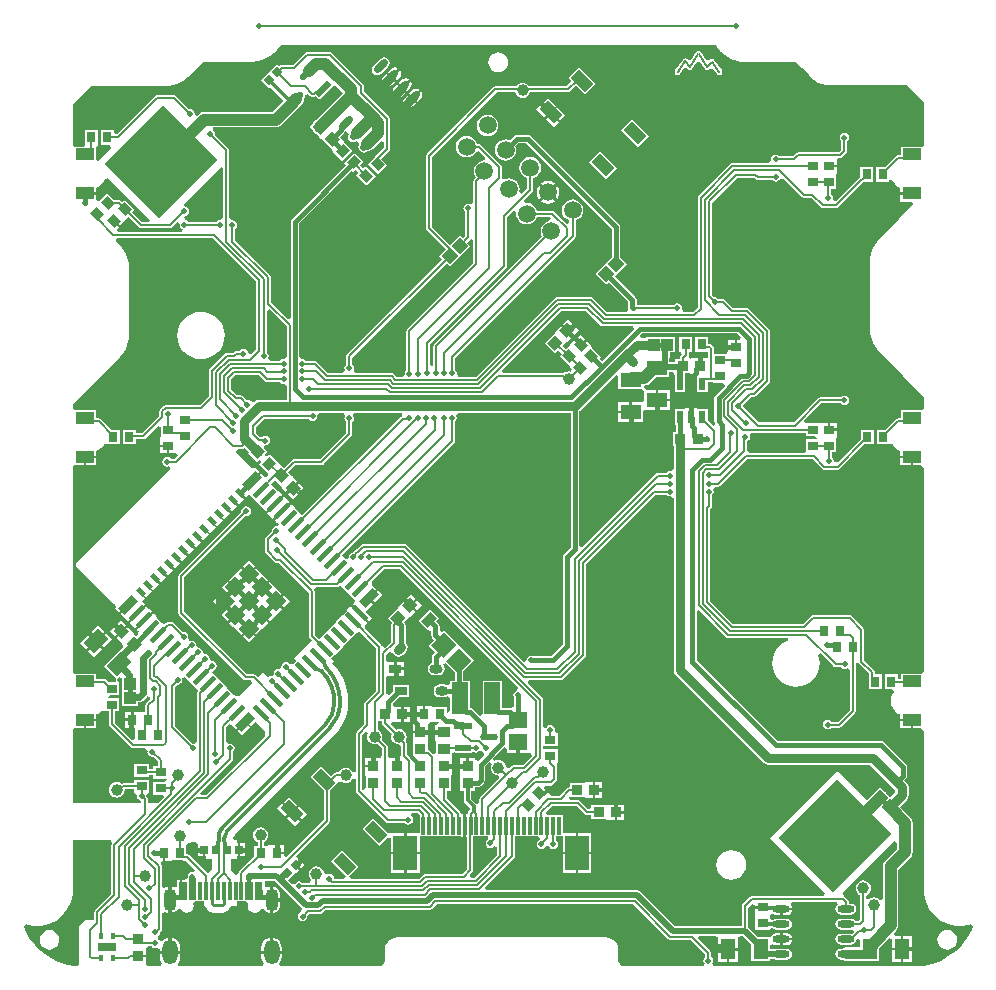
<source format=gtl>
G04*
G04 #@! TF.GenerationSoftware,Altium Limited,Altium Designer,22.2.1 (43)*
G04*
G04 Layer_Physical_Order=1*
G04 Layer_Color=255*
%FSLAX44Y44*%
%MOMM*%
G71*
G04*
G04 #@! TF.SameCoordinates,13086E6C-73B7-4856-AC7F-9DC760E3CE82*
G04*
G04*
G04 #@! TF.FilePolarity,Positive*
G04*
G01*
G75*
%ADD11C,0.2000*%
%ADD12C,0.6000*%
%ADD15C,0.3000*%
%ADD16C,0.4000*%
G04:AMPARAMS|DCode=24|XSize=0.6654mm|YSize=0.6725mm|CornerRadius=0mm|HoleSize=0mm|Usage=FLASHONLY|Rotation=45.000|XOffset=0mm|YOffset=0mm|HoleType=Round|Shape=Rectangle|*
%AMROTATEDRECTD24*
4,1,4,0.0025,-0.4730,-0.4730,0.0025,-0.0025,0.4730,0.4730,-0.0025,0.0025,-0.4730,0.0*
%
%ADD24ROTATEDRECTD24*%

G04:AMPARAMS|DCode=25|XSize=1.5052mm|YSize=0.5721mm|CornerRadius=0.2861mm|HoleSize=0mm|Usage=FLASHONLY|Rotation=225.000|XOffset=0mm|YOffset=0mm|HoleType=Round|Shape=RoundedRectangle|*
%AMROUNDEDRECTD25*
21,1,1.5052,0.0000,0,0,225.0*
21,1,0.9331,0.5721,0,0,225.0*
1,1,0.5721,-0.3299,-0.3299*
1,1,0.5721,0.3299,0.3299*
1,1,0.5721,0.3299,0.3299*
1,1,0.5721,-0.3299,-0.3299*
%
%ADD25ROUNDEDRECTD25*%
G04:AMPARAMS|DCode=26|XSize=1.5052mm|YSize=0.5721mm|CornerRadius=0mm|HoleSize=0mm|Usage=FLASHONLY|Rotation=225.000|XOffset=0mm|YOffset=0mm|HoleType=Round|Shape=Rectangle|*
%AMROTATEDRECTD26*
4,1,4,0.3299,0.7345,0.7345,0.3299,-0.3299,-0.7345,-0.7345,-0.3299,0.3299,0.7345,0.0*
%
%ADD26ROTATEDRECTD26*%

%ADD28R,1.7582X1.3055*%
%ADD34R,0.9121X0.9581*%
%ADD35R,0.6654X0.6725*%
G04:AMPARAMS|DCode=37|XSize=0.9581mm|YSize=0.9121mm|CornerRadius=0mm|HoleSize=0mm|Usage=FLASHONLY|Rotation=315.000|XOffset=0mm|YOffset=0mm|HoleType=Round|Shape=Rectangle|*
%AMROTATEDRECTD37*
4,1,4,-0.6612,0.0163,-0.0163,0.6612,0.6612,-0.0163,0.0163,-0.6612,-0.6612,0.0163,0.0*
%
%ADD37ROTATEDRECTD37*%

G04:AMPARAMS|DCode=38|XSize=0.9581mm|YSize=0.9121mm|CornerRadius=0mm|HoleSize=0mm|Usage=FLASHONLY|Rotation=45.000|XOffset=0mm|YOffset=0mm|HoleType=Round|Shape=Rectangle|*
%AMROTATEDRECTD38*
4,1,4,-0.0163,-0.6612,-0.6612,-0.0163,0.0163,0.6612,0.6612,0.0163,-0.0163,-0.6612,0.0*
%
%ADD38ROTATEDRECTD38*%

G04:AMPARAMS|DCode=46|XSize=1.1082mm|YSize=0.7821mm|CornerRadius=0mm|HoleSize=0mm|Usage=FLASHONLY|Rotation=225.000|XOffset=0mm|YOffset=0mm|HoleType=Round|Shape=Rectangle|*
%AMROTATEDRECTD46*
4,1,4,0.1153,0.6683,0.6683,0.1153,-0.1153,-0.6683,-0.6683,-0.1153,0.1153,0.6683,0.0*
%
%ADD46ROTATEDRECTD46*%

G04:AMPARAMS|DCode=47|XSize=1.1082mm|YSize=0.7821mm|CornerRadius=0.3911mm|HoleSize=0mm|Usage=FLASHONLY|Rotation=225.000|XOffset=0mm|YOffset=0mm|HoleType=Round|Shape=RoundedRectangle|*
%AMROUNDEDRECTD47*
21,1,1.1082,0.0000,0,0,225.0*
21,1,0.3261,0.7821,0,0,225.0*
1,1,0.7821,-0.1153,-0.1153*
1,1,0.7821,0.1153,0.1153*
1,1,0.7821,0.1153,0.1153*
1,1,0.7821,-0.1153,-0.1153*
%
%ADD47ROUNDEDRECTD47*%
%ADD48R,1.5052X0.5721*%
G04:AMPARAMS|DCode=49|XSize=1.5052mm|YSize=0.5721mm|CornerRadius=0.2861mm|HoleSize=0mm|Usage=FLASHONLY|Rotation=0.000|XOffset=0mm|YOffset=0mm|HoleType=Round|Shape=RoundedRectangle|*
%AMROUNDEDRECTD49*
21,1,1.5052,0.0000,0,0,0.0*
21,1,0.9331,0.5721,0,0,0.0*
1,1,0.5721,0.4666,0.0000*
1,1,0.5721,-0.4666,0.0000*
1,1,0.5721,-0.4666,0.0000*
1,1,0.5721,0.4666,0.0000*
%
%ADD49ROUNDEDRECTD49*%
%ADD51R,1.1082X0.7821*%
G04:AMPARAMS|DCode=52|XSize=1.1082mm|YSize=0.7821mm|CornerRadius=0.3911mm|HoleSize=0mm|Usage=FLASHONLY|Rotation=0.000|XOffset=0mm|YOffset=0mm|HoleType=Round|Shape=RoundedRectangle|*
%AMROUNDEDRECTD52*
21,1,1.1082,0.0000,0,0,0.0*
21,1,0.3261,0.7821,0,0,0.0*
1,1,0.7821,0.1631,0.0000*
1,1,0.7821,-0.1631,0.0000*
1,1,0.7821,-0.1631,0.0000*
1,1,0.7821,0.1631,0.0000*
%
%ADD52ROUNDEDRECTD52*%
%ADD54R,1.3055X1.7582*%
%ADD55R,0.9581X0.9121*%
G04:AMPARAMS|DCode=57|XSize=1.3055mm|YSize=1.7582mm|CornerRadius=0mm|HoleSize=0mm|Usage=FLASHONLY|Rotation=135.000|XOffset=0mm|YOffset=0mm|HoleType=Round|Shape=Rectangle|*
%AMROTATEDRECTD57*
4,1,4,1.0832,0.1601,-0.1601,-1.0832,-1.0832,-0.1601,0.1601,1.0832,1.0832,0.1601,0.0*
%
%ADD57ROTATEDRECTD57*%

%ADD60R,1.3549X2.7062*%
G04:AMPARAMS|DCode=62|XSize=1.4546mm|YSize=1.5562mm|CornerRadius=0mm|HoleSize=0mm|Usage=FLASHONLY|Rotation=315.000|XOffset=0mm|YOffset=0mm|HoleType=Round|Shape=Rectangle|*
%AMROTATEDRECTD62*
4,1,4,-1.0645,-0.0359,0.0359,1.0645,1.0645,0.0359,-0.0359,-1.0645,-1.0645,-0.0359,0.0*
%
%ADD62ROTATEDRECTD62*%

%ADD63R,1.5562X1.4546*%
%ADD93R,1.6000X0.7000*%
%ADD100C,0.3352*%
%ADD101R,0.6000X1.0500*%
%ADD102R,0.8000X0.9500*%
%ADD103R,0.9500X0.8000*%
G04:AMPARAMS|DCode=104|XSize=0.95mm|YSize=0.8mm|CornerRadius=0mm|HoleSize=0mm|Usage=FLASHONLY|Rotation=315.000|XOffset=0mm|YOffset=0mm|HoleType=Round|Shape=Rectangle|*
%AMROTATEDRECTD104*
4,1,4,-0.6187,0.0530,-0.0530,0.6187,0.6187,-0.0530,0.0530,-0.6187,-0.6187,0.0530,0.0*
%
%ADD104ROTATEDRECTD104*%

%ADD105R,1.5000X1.0000*%
%ADD106C,1.0000*%
%ADD107P,1.4142X4X360.0*%
%ADD108R,2.0000X3.0000*%
%ADD109R,0.3000X1.5000*%
G04:AMPARAMS|DCode=110|XSize=0.6mm|YSize=1.45mm|CornerRadius=0mm|HoleSize=0mm|Usage=FLASHONLY|Rotation=315.000|XOffset=0mm|YOffset=0mm|HoleType=Round|Shape=Round|*
%AMOVALD110*
21,1,0.8500,0.6000,0.0000,0.0000,45.0*
1,1,0.6000,-0.3005,-0.3005*
1,1,0.6000,0.3005,0.3005*
%
%ADD110OVALD110*%

G04:AMPARAMS|DCode=111|XSize=0.95mm|YSize=0.8mm|CornerRadius=0mm|HoleSize=0mm|Usage=FLASHONLY|Rotation=45.000|XOffset=0mm|YOffset=0mm|HoleType=Round|Shape=Rectangle|*
%AMROTATEDRECTD111*
4,1,4,-0.0530,-0.6187,-0.6187,-0.0530,0.0530,0.6187,0.6187,0.0530,-0.0530,-0.6187,0.0*
%
%ADD111ROTATEDRECTD111*%

G04:AMPARAMS|DCode=112|XSize=6.5mm|YSize=7mm|CornerRadius=0mm|HoleSize=0mm|Usage=FLASHONLY|Rotation=315.000|XOffset=0mm|YOffset=0mm|HoleType=Round|Shape=Rectangle|*
%AMROTATEDRECTD112*
4,1,4,-4.7730,-0.1768,0.1768,4.7730,4.7730,0.1768,-0.1768,-4.7730,-4.7730,-0.1768,0.0*
%
%ADD112ROTATEDRECTD112*%

%ADD113R,1.0000X1.0000*%
G04:AMPARAMS|DCode=114|XSize=1.6mm|YSize=0.8mm|CornerRadius=0mm|HoleSize=0mm|Usage=FLASHONLY|Rotation=45.000|XOffset=0mm|YOffset=0mm|HoleType=Round|Shape=Rectangle|*
%AMROTATEDRECTD114*
4,1,4,-0.2828,-0.8485,-0.8485,-0.2828,0.2828,0.8485,0.8485,0.2828,-0.2828,-0.8485,0.0*
%
%ADD114ROTATEDRECTD114*%

%ADD115P,0.8485X4X90.0*%
%ADD116P,1.6971X4X90.0*%
G04:AMPARAMS|DCode=117|XSize=0.4mm|YSize=0.8mm|CornerRadius=0mm|HoleSize=0mm|Usage=FLASHONLY|Rotation=45.000|XOffset=0mm|YOffset=0mm|HoleType=Round|Shape=Rectangle|*
%AMROTATEDRECTD117*
4,1,4,0.1414,-0.4243,-0.4243,0.1414,-0.1414,0.4243,0.4243,-0.1414,0.1414,-0.4243,0.0*
%
%ADD117ROTATEDRECTD117*%

G04:AMPARAMS|DCode=118|XSize=1.6mm|YSize=0.4mm|CornerRadius=0mm|HoleSize=0mm|Usage=FLASHONLY|Rotation=45.000|XOffset=0mm|YOffset=0mm|HoleType=Round|Shape=Rectangle|*
%AMROTATEDRECTD118*
4,1,4,-0.4243,-0.7071,-0.7071,-0.4243,0.4243,0.7071,0.7071,0.4243,-0.4243,-0.7071,0.0*
%
%ADD118ROTATEDRECTD118*%

G04:AMPARAMS|DCode=119|XSize=0.4mm|YSize=1.6mm|CornerRadius=0mm|HoleSize=0mm|Usage=FLASHONLY|Rotation=45.000|XOffset=0mm|YOffset=0mm|HoleType=Round|Shape=Rectangle|*
%AMROTATEDRECTD119*
4,1,4,0.4243,-0.7071,-0.7071,0.4243,-0.4243,0.7071,0.7071,-0.4243,0.4243,-0.7071,0.0*
%
%ADD119ROTATEDRECTD119*%

%ADD120R,1.0500X0.9000*%
%ADD121R,1.0000X1.0000*%
%ADD122P,1.4142X4X90.0*%
%ADD123R,2.5200X3.4100*%
%ADD124O,1.4500X0.6000*%
G04:AMPARAMS|DCode=125|XSize=1.7mm|YSize=1mm|CornerRadius=0mm|HoleSize=0mm|Usage=FLASHONLY|Rotation=135.000|XOffset=0mm|YOffset=0mm|HoleType=Round|Shape=Rectangle|*
%AMROTATEDRECTD125*
4,1,4,0.9546,-0.2475,0.2475,-0.9546,-0.9546,0.2475,-0.2475,0.9546,0.9546,-0.2475,0.0*
%
%ADD125ROTATEDRECTD125*%

%ADD126R,0.3200X1.5000*%
%ADD127R,0.3500X0.5500*%
%ADD128C,1.0000*%
%ADD129C,0.5000*%
%ADD130C,0.8000*%
%ADD131C,0.2512*%
%ADD132C,1.5000*%
%ADD133O,1.3000X2.1000*%
%ADD134O,1.1000X1.9000*%
%ADD135C,0.5000*%
%ADD136C,0.6000*%
G36*
X184410Y374616D02*
X185522Y372930D01*
X186746Y371324D01*
X188074Y369803D01*
X188788Y369090D01*
X189830Y368047D01*
X192109Y366177D01*
X194560Y364539D01*
X197160Y363149D01*
X199884Y362021D01*
X202705Y361166D01*
X205596Y360591D01*
X208530Y360302D01*
X210004Y360302D01*
X225239D01*
Y360302D01*
X225241Y360302D01*
X225243D01*
X225245Y360302D01*
X225247Y360302D01*
X225249Y360302D01*
X225252Y360302D01*
X225253D01*
X225255Y360302D01*
X227738Y360304D01*
X251327Y360327D01*
X262690Y349752D01*
X263984Y347988D01*
X267210Y345034D01*
X270950Y342766D01*
X275061Y341271D01*
X277223Y340939D01*
X345576Y340939D01*
X360500Y326015D01*
Y290378D01*
X359000Y288500D01*
X341000D01*
Y281549D01*
X338500D01*
X337525Y281355D01*
X336698Y280802D01*
X327395Y271500D01*
X320000D01*
Y259000D01*
X331000D01*
Y260102D01*
X333500Y260599D01*
X334081Y259196D01*
X336085Y256585D01*
X338696Y254581D01*
X340500Y253834D01*
Y250000D01*
X350000D01*
Y248000D01*
X340500D01*
Y242000D01*
X350001D01*
X350957Y239690D01*
X342556Y231289D01*
X342556Y231289D01*
X342054Y230787D01*
X341098Y229739D01*
X340193Y228646D01*
X339341Y227511D01*
X338942Y226925D01*
X323306Y211289D01*
X323306Y211289D01*
X322262Y210246D01*
X320388Y207966D01*
X318747Y205513D01*
X317354Y202912D01*
X316224Y200186D01*
X315366Y197362D01*
X314790Y194468D01*
X314500Y191531D01*
X314500Y190055D01*
Y135555D01*
Y134080D01*
X314790Y131143D01*
X315366Y128249D01*
X316224Y125425D01*
X317354Y122699D01*
X318747Y120097D01*
X320388Y117644D01*
X322262Y115364D01*
X323306Y114322D01*
X340363Y97264D01*
X340363Y97264D01*
X340620Y96944D01*
X341152Y96318D01*
X341701Y95707D01*
X342266Y95112D01*
X342556Y94822D01*
X360500Y76877D01*
Y67379D01*
X359000Y65500D01*
X341000D01*
Y58549D01*
X338500D01*
X337524Y58355D01*
X336698Y57802D01*
X327895Y49000D01*
X320500D01*
Y36500D01*
X331500D01*
Y36500D01*
X333978Y36446D01*
X334081Y36196D01*
X336085Y33585D01*
X338696Y31581D01*
X340500Y30834D01*
Y27000D01*
X350000D01*
Y26000D01*
X351000D01*
Y19000D01*
X358000D01*
X360500Y16914D01*
X360500Y-155622D01*
X359000Y-157500D01*
X341000D01*
Y-161951D01*
X338250D01*
Y-158250D01*
X327250D01*
Y-170750D01*
X333574D01*
X334807Y-173250D01*
X334081Y-174196D01*
X332822Y-177237D01*
X332392Y-180500D01*
X332822Y-183763D01*
X334081Y-186804D01*
X336085Y-189415D01*
X338696Y-191419D01*
X340500Y-192166D01*
Y-196000D01*
X350000D01*
Y-197000D01*
X351000D01*
Y-204000D01*
X358000D01*
X360500Y-206086D01*
X360500Y-340945D01*
X360500Y-340945D01*
X360500Y-343306D01*
X361239Y-347971D01*
X362699Y-352463D01*
X364843Y-356671D01*
X367618Y-360491D01*
X370958Y-363831D01*
X374779Y-366607D01*
X378987Y-368751D01*
X383478Y-370210D01*
X388143Y-370949D01*
X392866Y-370949D01*
X397530Y-370210D01*
X399887Y-369444D01*
X401808Y-371449D01*
X400670Y-374498D01*
X397049Y-381130D01*
X392521Y-387179D01*
X387179Y-392521D01*
X381130Y-397049D01*
X374498Y-400670D01*
X367419Y-403311D01*
X360036Y-404917D01*
X352427Y-405461D01*
X182024D01*
X181394Y-404520D01*
X180916Y-402961D01*
X181518Y-402061D01*
X181828Y-400500D01*
X181518Y-398939D01*
X180634Y-397616D01*
X180299Y-397392D01*
Y-394000D01*
X180105Y-393024D01*
X179552Y-392198D01*
X168993Y-381638D01*
X169949Y-379328D01*
X183810D01*
X185945Y-380209D01*
X185945Y-381828D01*
Y-390000D01*
X194473D01*
X203000D01*
Y-381828D01*
X203000Y-380209D01*
X205135Y-379328D01*
X206824D01*
X213972Y-386477D01*
Y-401291D01*
X230028D01*
Y-399128D01*
X233504D01*
X233744Y-399289D01*
X235500Y-399638D01*
X244000D01*
X245756Y-399289D01*
X247244Y-398294D01*
X248239Y-396806D01*
X248588Y-395050D01*
X248239Y-393294D01*
X247244Y-391806D01*
X245756Y-390811D01*
X244000Y-390462D01*
X235500D01*
X233744Y-390811D01*
X233504Y-390972D01*
X230028D01*
Y-387485D01*
X230406Y-387175D01*
X232527Y-386377D01*
X233549Y-387060D01*
X235500Y-387448D01*
X238750D01*
Y-382350D01*
Y-377252D01*
X235500D01*
X233549Y-377640D01*
X231895Y-378745D01*
X231771Y-378931D01*
X230265Y-380466D01*
X228374Y-380709D01*
X219740D01*
X211397Y-372366D01*
X211063Y-372142D01*
Y-355792D01*
X214500Y-352355D01*
X217000Y-353390D01*
Y-354500D01*
X223750D01*
Y-356500D01*
X217000D01*
Y-361207D01*
X217000Y-361500D01*
X217500Y-363793D01*
X217500Y-364000D01*
Y-374500D01*
X230000D01*
Y-374018D01*
X231365Y-373338D01*
X232500Y-373058D01*
X233744Y-373889D01*
X235500Y-374238D01*
X244000D01*
X245756Y-373889D01*
X247244Y-372894D01*
X248239Y-371406D01*
X248588Y-369650D01*
X248239Y-367894D01*
X247244Y-366406D01*
X245756Y-365411D01*
X244000Y-365062D01*
X235500D01*
X233744Y-365411D01*
X232464Y-366266D01*
X231768D01*
X230000Y-364498D01*
X230000Y-363793D01*
X230500Y-361500D01*
X233000Y-361293D01*
X233549Y-361660D01*
X235500Y-362048D01*
X238750D01*
Y-356950D01*
X239750D01*
Y-355950D01*
X248899D01*
X248710Y-354999D01*
X247605Y-353345D01*
X247536Y-353299D01*
X248294Y-350799D01*
X284009D01*
X284105Y-350895D01*
X284201Y-350799D01*
X286606D01*
X287364Y-353299D01*
X286756Y-353706D01*
X285761Y-355194D01*
X285412Y-356950D01*
X285761Y-358706D01*
X286756Y-360194D01*
X288244Y-361189D01*
X290000Y-361538D01*
X298500D01*
X300256Y-361189D01*
X301744Y-360194D01*
X302739Y-358706D01*
X303088Y-356950D01*
X302739Y-355194D01*
X301744Y-353706D01*
X300256Y-352711D01*
X298500Y-352362D01*
X296799D01*
Y-351000D01*
X296605Y-350024D01*
X296052Y-349198D01*
X293302Y-346448D01*
X292574Y-345961D01*
X292467Y-345867D01*
X291692Y-343308D01*
X335384Y-299616D01*
X337694Y-300572D01*
Y-306034D01*
X327614Y-316114D01*
X326572Y-317472D01*
X325917Y-319053D01*
X325694Y-320750D01*
Y-348417D01*
X323194Y-349266D01*
X322886Y-348864D01*
X321528Y-347822D01*
X319947Y-347167D01*
X318250Y-346944D01*
X316553Y-347167D01*
X314972Y-347822D01*
X314049Y-348531D01*
X312477Y-348085D01*
X311681Y-347539D01*
X311775Y-345136D01*
X312278Y-344928D01*
X313636Y-343886D01*
X314678Y-342528D01*
X315333Y-340947D01*
X315556Y-339250D01*
X315333Y-337553D01*
X314678Y-335972D01*
X313636Y-334614D01*
X312278Y-333572D01*
X310697Y-332917D01*
X309000Y-332694D01*
X307303Y-332917D01*
X305722Y-333572D01*
X304364Y-334614D01*
X303322Y-335972D01*
X302667Y-337553D01*
X302444Y-339250D01*
X302667Y-340947D01*
X303322Y-342528D01*
X304364Y-343886D01*
X305722Y-344928D01*
X306451Y-345230D01*
Y-365694D01*
X305044Y-367101D01*
X302209D01*
X301744Y-366406D01*
X300256Y-365411D01*
X298500Y-365062D01*
X290000D01*
X288244Y-365411D01*
X286756Y-366406D01*
X285761Y-367894D01*
X285412Y-369650D01*
X285761Y-371406D01*
X286756Y-372894D01*
X288244Y-373889D01*
X290000Y-374238D01*
X298500D01*
X299713Y-373997D01*
X301089Y-375831D01*
X301187Y-376059D01*
X299320Y-377925D01*
X298500Y-377762D01*
X290000D01*
X288244Y-378111D01*
X286756Y-379106D01*
X285761Y-380594D01*
X285412Y-382350D01*
X285761Y-384106D01*
X286756Y-385594D01*
X288244Y-386589D01*
X290000Y-386938D01*
X298500D01*
X300256Y-386589D01*
X301744Y-385594D01*
X302739Y-384106D01*
X302998Y-382802D01*
X303959Y-382006D01*
X305385Y-382421D01*
X306459Y-383350D01*
Y-389442D01*
X294250D01*
X292104Y-389869D01*
X291217Y-390462D01*
X290000D01*
X288244Y-390811D01*
X286756Y-391806D01*
X285761Y-393294D01*
X285412Y-395050D01*
X285761Y-396806D01*
X286756Y-398294D01*
X288244Y-399289D01*
X290000Y-399638D01*
X291217D01*
X292104Y-400231D01*
X294250Y-400658D01*
X306459D01*
Y-401041D01*
X322514D01*
Y-389731D01*
X330986Y-381258D01*
X333486Y-382294D01*
Y-389750D01*
X341014D01*
Y-379959D01*
X335821D01*
X334785Y-377459D01*
X336886Y-375359D01*
X337928Y-374001D01*
X338583Y-372420D01*
X338806Y-370723D01*
Y-323466D01*
X348886Y-313386D01*
X349928Y-312028D01*
X350583Y-310447D01*
X350806Y-308750D01*
Y-283750D01*
X350583Y-282053D01*
X349928Y-280472D01*
X348886Y-279114D01*
X339983Y-270211D01*
X345783Y-264411D01*
X346999Y-262591D01*
X347426Y-260445D01*
Y-253818D01*
X346999Y-251672D01*
X345783Y-249853D01*
X343864Y-247933D01*
X345273Y-246523D01*
X346047Y-245366D01*
X346319Y-244000D01*
Y-236750D01*
X346047Y-235384D01*
X345273Y-234227D01*
X326773Y-215727D01*
X325616Y-214953D01*
X324250Y-214681D01*
X236478D01*
X167819Y-146022D01*
Y-104889D01*
X170128Y-103933D01*
X192748Y-126552D01*
X193575Y-127105D01*
X194550Y-127299D01*
X245084D01*
X245455Y-129799D01*
X244206Y-130178D01*
X240732Y-132035D01*
X237686Y-134534D01*
X235187Y-137580D01*
X233330Y-141054D01*
X232186Y-144824D01*
X231800Y-148745D01*
X232186Y-152666D01*
X233330Y-156435D01*
X235187Y-159910D01*
X237686Y-162955D01*
X240732Y-165455D01*
X244206Y-167312D01*
X247976Y-168455D01*
X251897Y-168842D01*
X255817Y-168455D01*
X259587Y-167312D01*
X263062Y-165455D01*
X266107Y-162955D01*
X268606Y-159910D01*
X270464Y-156435D01*
X271607Y-152666D01*
X271993Y-148745D01*
X271607Y-144824D01*
X270703Y-141843D01*
X272914Y-140518D01*
X283698Y-151302D01*
X284524Y-151855D01*
X285500Y-152049D01*
X290142D01*
X290366Y-152384D01*
X291689Y-153268D01*
X293250Y-153578D01*
X294811Y-153268D01*
X294951Y-153174D01*
X297451Y-154510D01*
Y-188444D01*
X287694Y-198201D01*
X282108D01*
X281884Y-197866D01*
X280561Y-196982D01*
X279000Y-196672D01*
X277439Y-196982D01*
X276116Y-197866D01*
X275232Y-199189D01*
X274922Y-200750D01*
X275232Y-202311D01*
X276116Y-203634D01*
X277439Y-204518D01*
X279000Y-204828D01*
X280561Y-204518D01*
X281884Y-203634D01*
X282108Y-203299D01*
X288750D01*
X289725Y-203105D01*
X290552Y-202552D01*
X301802Y-191302D01*
X302355Y-190475D01*
X302549Y-189500D01*
Y-148742D01*
X305020Y-148350D01*
X305573Y-149177D01*
X313701Y-157306D01*
Y-161500D01*
X313750Y-161746D01*
Y-170750D01*
X324750D01*
Y-158250D01*
X318799D01*
Y-156250D01*
X318605Y-155274D01*
X318052Y-154448D01*
X309924Y-146319D01*
Y-120375D01*
X309730Y-119399D01*
X309177Y-118573D01*
X299302Y-108698D01*
X298475Y-108145D01*
X297500Y-107951D01*
X266250D01*
X265275Y-108145D01*
X264448Y-108698D01*
X257944Y-115201D01*
X198505D01*
X179049Y-95744D01*
Y-18306D01*
X180052Y-17302D01*
X180605Y-16475D01*
X180799Y-15500D01*
Y-6608D01*
X181134Y-6384D01*
X182018Y-5061D01*
X182328Y-3500D01*
X182018Y-1939D01*
X181947Y-1755D01*
X183260Y701D01*
X186250D01*
X187225Y895D01*
X188052Y1448D01*
X210556Y23951D01*
X266194D01*
X274198Y15948D01*
X275025Y15395D01*
X276000Y15201D01*
X287500D01*
X288475Y15395D01*
X289302Y15948D01*
X309855Y36500D01*
X318000D01*
Y49000D01*
X307000D01*
Y40837D01*
X306948Y40802D01*
X287745Y21600D01*
X284562Y21790D01*
X283828Y22750D01*
X283518Y24311D01*
X282634Y25634D01*
X282299Y25858D01*
Y30000D01*
X286000D01*
X286000Y40707D01*
X286500Y43000D01*
X286500Y43293D01*
Y48000D01*
X279750D01*
Y49000D01*
X278750D01*
Y55000D01*
X275043D01*
X273000Y55000D01*
X270707Y54500D01*
X260390D01*
X258722Y56367D01*
X273556Y71201D01*
X289892D01*
X290116Y70866D01*
X291439Y69982D01*
X293000Y69672D01*
X294561Y69982D01*
X295884Y70866D01*
X296768Y72189D01*
X297078Y73750D01*
X296768Y75311D01*
X295884Y76634D01*
X294561Y77518D01*
X293000Y77828D01*
X291439Y77518D01*
X290116Y76634D01*
X289892Y76299D01*
X272500D01*
X271525Y76105D01*
X270698Y75552D01*
X250194Y55049D01*
X220806D01*
X207000Y68855D01*
X207078Y69250D01*
X207000Y69645D01*
X214306Y76951D01*
X216500D01*
X217475Y77145D01*
X218302Y77698D01*
X229302Y88698D01*
X229855Y89524D01*
X230049Y90500D01*
Y132200D01*
X229855Y133175D01*
X229302Y134002D01*
X212002Y151302D01*
X211175Y151855D01*
X210200Y152049D01*
X199056D01*
X192302Y158802D01*
X191476Y159355D01*
X190500Y159549D01*
X186358D01*
X186134Y159884D01*
X184811Y160768D01*
X183250Y161078D01*
X182855Y161000D01*
X180799Y163056D01*
Y241295D01*
X201955Y262451D01*
X216694D01*
X217948Y261198D01*
X218775Y260645D01*
X219750Y260451D01*
X231642D01*
X231866Y260116D01*
X233189Y259232D01*
X234750Y258922D01*
X236311Y259232D01*
X237634Y260116D01*
X238279Y261081D01*
X240010Y261625D01*
X241131Y261764D01*
X256698Y246198D01*
X257525Y245645D01*
X258500Y245451D01*
X264944D01*
X273198Y237198D01*
X274025Y236645D01*
X275000Y236451D01*
X285750D01*
X286726Y236645D01*
X287552Y237198D01*
X309355Y259000D01*
X317500D01*
Y271500D01*
X306500D01*
Y263337D01*
X306448Y263302D01*
X286045Y242900D01*
X283571Y243785D01*
X283439Y244049D01*
X283578Y244750D01*
X283268Y246311D01*
X282384Y247634D01*
X282049Y247858D01*
Y253000D01*
X286000D01*
X286000Y263707D01*
X286500Y266000D01*
X286500Y266293D01*
Y271000D01*
X279750D01*
Y273000D01*
X286500D01*
X286500Y278000D01*
X288710Y278701D01*
X289250D01*
X290226Y278895D01*
X291052Y279448D01*
X294802Y283198D01*
X295355Y284025D01*
X295549Y285000D01*
Y293142D01*
X295884Y293366D01*
X296768Y294689D01*
X297078Y296250D01*
X296768Y297811D01*
X295884Y299134D01*
X294561Y300018D01*
X293000Y300328D01*
X291439Y300018D01*
X290116Y299134D01*
X289232Y297811D01*
X288922Y296250D01*
X289232Y294689D01*
X290116Y293366D01*
X290451Y293142D01*
Y286056D01*
X288194Y283799D01*
X254031D01*
X253055Y283605D01*
X252229Y283052D01*
X249475Y280299D01*
X237858D01*
X237634Y280634D01*
X236311Y281518D01*
X234750Y281828D01*
X233189Y281518D01*
X231866Y280634D01*
X230982Y279311D01*
X230672Y277750D01*
X230811Y277049D01*
X229547Y274957D01*
X229071Y274549D01*
X198000D01*
X197024Y274355D01*
X196198Y273802D01*
X169448Y247052D01*
X168895Y246225D01*
X168701Y245250D01*
Y152306D01*
X164944Y148549D01*
X157012D01*
X156433Y149176D01*
X155389Y151049D01*
X155578Y152000D01*
X155268Y153561D01*
X154384Y154884D01*
X153061Y155768D01*
X151500Y156078D01*
X149939Y155768D01*
X148616Y154884D01*
X148559Y154799D01*
X117127D01*
Y158691D01*
X116856Y160057D01*
X116082Y161215D01*
X98619Y178677D01*
X108824Y188882D01*
X103200Y194506D01*
Y220368D01*
X102929Y221734D01*
X102155Y222892D01*
X27273Y297773D01*
X26116Y298547D01*
X24750Y298819D01*
X15579D01*
X14213Y298547D01*
X13056Y297773D01*
X9491Y294209D01*
X8521Y294611D01*
X6172Y294920D01*
X3822Y294611D01*
X1633Y293704D01*
X-247Y292262D01*
X-1690Y290381D01*
X-2597Y288192D01*
X-2906Y285843D01*
X-2597Y283493D01*
X-1690Y281304D01*
X-247Y279424D01*
X1633Y277981D01*
X3822Y277074D01*
X6172Y276765D01*
X8521Y277074D01*
X10710Y277981D01*
X12590Y279424D01*
X14033Y281304D01*
X14940Y283493D01*
X15249Y285843D01*
X14940Y288192D01*
X14538Y289162D01*
X17057Y291681D01*
X23272D01*
X96063Y218890D01*
Y194506D01*
X90439Y188882D01*
X82308Y180750D01*
X91500Y171558D01*
X93573Y173631D01*
X109990Y157213D01*
Y153823D01*
X109982Y153811D01*
X109672Y152250D01*
X109910Y151049D01*
X109504Y150040D01*
X108405Y148549D01*
X92205D01*
X79952Y160802D01*
X79125Y161355D01*
X78149Y161549D01*
X49500D01*
X48524Y161355D01*
X47698Y160802D01*
X-19306Y93799D01*
X-33404D01*
X-33810Y94070D01*
X-35261Y96299D01*
X-35172Y96750D01*
X-35482Y98311D01*
X-36366Y99634D01*
X-36701Y99858D01*
Y109694D01*
X64684Y211079D01*
X65237Y211906D01*
X65430Y212882D01*
Y226104D01*
X67420Y226928D01*
X69300Y228371D01*
X70743Y230251D01*
X71650Y232440D01*
X71959Y234790D01*
X71650Y237139D01*
X70743Y239328D01*
X69300Y241208D01*
X67420Y242651D01*
X65231Y243558D01*
X62882Y243867D01*
X60532Y243558D01*
X58343Y242651D01*
X56463Y241208D01*
X55020Y239328D01*
X54113Y237139D01*
X53804Y234790D01*
X54113Y232440D01*
X55020Y230251D01*
X56463Y228371D01*
X58343Y226928D01*
X60110Y226196D01*
Y223794D01*
X57833Y222851D01*
X46920Y233764D01*
X46093Y234316D01*
X45117Y234510D01*
X32818D01*
X31994Y236500D01*
X30551Y238380D01*
X28671Y239823D01*
X26482Y240729D01*
X24132Y241039D01*
X22747Y240856D01*
X21579Y243224D01*
X28763Y250408D01*
X29316Y251235D01*
X29509Y252211D01*
Y262025D01*
X31499Y262849D01*
X33379Y264292D01*
X34822Y266172D01*
X35729Y268361D01*
X36038Y270711D01*
X35729Y273060D01*
X34822Y275249D01*
X33379Y277129D01*
X31499Y278572D01*
X29310Y279479D01*
X26960Y279788D01*
X24611Y279479D01*
X22422Y278572D01*
X20542Y277129D01*
X19099Y275249D01*
X18192Y273060D01*
X17883Y270711D01*
X18192Y268361D01*
X19099Y266172D01*
X20542Y264292D01*
X22422Y262849D01*
X24412Y262025D01*
Y253266D01*
X19717Y248571D01*
X17597Y249988D01*
X17768Y250401D01*
X18078Y252750D01*
X17768Y255099D01*
X16861Y257289D01*
X15419Y259169D01*
X13539Y260611D01*
X11350Y261518D01*
X9000Y261828D01*
X6651Y261518D01*
X5399Y261000D01*
X4338Y261451D01*
X3297Y262270D01*
X3049Y262624D01*
Y271500D01*
X2855Y272475D01*
X2302Y273302D01*
X-14619Y290223D01*
X-15445Y290776D01*
X-16421Y290970D01*
X-18146D01*
X-18153Y291021D01*
X-19060Y293210D01*
X-20502Y295090D01*
X-22382Y296532D01*
X-24571Y297439D01*
X-26921Y297749D01*
X-29271Y297439D01*
X-31460Y296532D01*
X-33340Y295090D01*
X-34783Y293210D01*
X-35689Y291021D01*
X-35999Y288671D01*
X-35689Y286322D01*
X-34783Y284132D01*
X-33340Y282252D01*
X-31460Y280810D01*
X-29271Y279903D01*
X-26921Y279593D01*
X-24571Y279903D01*
X-22382Y280810D01*
X-20502Y282252D01*
X-19152Y284012D01*
X-19009Y284140D01*
X-16173Y284568D01*
X-10979Y279375D01*
X-11535Y277718D01*
X-12064Y276924D01*
X-14138Y276650D01*
X-16328Y275744D01*
X-18208Y274301D01*
X-19650Y272421D01*
X-20557Y270231D01*
X-20867Y267882D01*
X-20557Y265533D01*
X-19650Y263343D01*
X-19153Y262695D01*
X-20302Y261546D01*
X-20855Y260719D01*
X-21049Y259744D01*
Y240946D01*
X-23549Y239757D01*
X-23939Y240018D01*
X-25500Y240328D01*
X-27061Y240018D01*
X-28384Y239134D01*
X-29268Y237811D01*
X-29578Y236250D01*
X-29268Y234689D01*
X-28384Y233366D01*
X-28049Y233142D01*
Y212806D01*
X-29956Y210899D01*
X-32750Y213692D01*
X-40847Y205595D01*
X-56201Y220949D01*
Y279694D01*
X-1444Y334451D01*
X14210D01*
X14822Y332972D01*
X15864Y331614D01*
X17222Y330572D01*
X18803Y329917D01*
X20500Y329694D01*
X22197Y329917D01*
X23778Y330572D01*
X25136Y331614D01*
X26178Y332972D01*
X26790Y334451D01*
X58753D01*
X59728Y334645D01*
X60555Y335198D01*
X65893Y340535D01*
X73636Y332792D01*
X82828Y341984D01*
X68686Y356126D01*
X59494Y346934D01*
X62288Y344140D01*
X57697Y339549D01*
X26162D01*
X25136Y340886D01*
X23778Y341928D01*
X22197Y342583D01*
X20500Y342806D01*
X18803Y342583D01*
X17222Y341928D01*
X15864Y340886D01*
X14838Y339549D01*
X-2500D01*
X-3475Y339355D01*
X-4302Y338802D01*
X-60552Y282552D01*
X-61105Y281726D01*
X-61299Y280750D01*
Y219893D01*
X-61105Y218918D01*
X-60552Y218091D01*
X-44452Y201991D01*
X-50074Y196368D01*
X-47280Y193574D01*
X-128052Y112802D01*
X-128605Y111975D01*
X-128799Y111000D01*
Y104108D01*
X-129134Y103884D01*
X-130018Y102561D01*
X-130328Y101000D01*
X-130040Y99549D01*
X-130029Y99420D01*
X-131427Y97049D01*
X-144194D01*
X-153698Y106552D01*
X-154524Y107105D01*
X-155500Y107299D01*
X-163142D01*
X-163366Y107634D01*
X-164689Y108518D01*
X-166250Y108828D01*
X-168681Y110714D01*
Y223726D01*
X-124123Y268284D01*
X-122757Y266919D01*
X-120538Y269138D01*
X-117995Y266594D01*
X-120081Y264507D01*
X-111243Y255669D01*
X-103464Y263447D01*
X-112303Y272285D01*
X-114390Y270199D01*
X-116933Y272742D01*
X-113919Y275757D01*
X-121697Y283536D01*
X-130535Y274697D01*
X-129170Y273331D01*
X-174773Y227728D01*
X-175547Y226570D01*
X-175819Y225204D01*
Y143440D01*
X-178128Y142483D01*
X-192451Y156806D01*
Y177899D01*
X-192645Y178875D01*
X-193198Y179702D01*
X-222701Y209205D01*
Y219142D01*
X-222366Y219366D01*
X-221482Y220689D01*
X-221172Y222250D01*
X-221482Y223811D01*
X-222366Y225134D01*
X-223689Y226018D01*
X-225250Y226328D01*
X-227701Y228201D01*
Y285500D01*
X-227895Y286476D01*
X-228448Y287302D01*
X-239750Y298605D01*
X-239672Y299000D01*
X-239982Y300561D01*
X-240866Y301884D01*
X-241704Y302444D01*
X-241290Y304939D01*
X-241289Y304944D01*
X-188500D01*
X-186803Y305167D01*
X-185222Y305822D01*
X-183864Y306864D01*
X-171114Y319614D01*
X-166396Y324333D01*
X-165354Y325690D01*
X-164699Y327272D01*
X-164475Y328968D01*
X-164511Y329240D01*
X-163625Y330566D01*
X-163306Y332170D01*
X-162885Y332454D01*
X-160953Y333353D01*
X-159227Y331626D01*
X-158400Y331074D01*
X-157424Y330880D01*
X-155768D01*
X-154792Y331074D01*
X-154782Y331081D01*
X-152050Y328348D01*
X-140353Y340045D01*
X-137107Y340335D01*
X-131181Y334409D01*
Y334051D01*
X-142616Y322616D01*
X-142616Y322616D01*
X-151331Y313902D01*
X-151444Y314015D01*
X-154458Y311001D01*
X-154559Y310959D01*
X-155917Y309917D01*
X-156959Y308559D01*
X-157001Y308458D01*
X-160015Y305444D01*
X-157231Y302660D01*
X-156959Y302003D01*
X-155917Y300645D01*
X-154559Y299604D01*
X-153903Y299331D01*
X-151502Y296931D01*
X-149734Y295163D01*
X-149351Y294780D01*
X-140837Y286266D01*
X-140082Y284243D01*
Y284243D01*
X-132303Y276465D01*
X-123464Y285303D01*
X-131016Y292855D01*
X-132266Y294837D01*
Y294837D01*
X-134191Y296762D01*
X-131009Y299944D01*
X-130236Y301102D01*
X-130190Y301333D01*
X-129625Y301640D01*
X-126879Y300286D01*
X-126759Y299527D01*
X-127264Y298770D01*
X-127613Y297015D01*
X-127264Y295259D01*
X-126269Y293770D01*
X-124781Y292776D01*
X-123025Y292426D01*
X-121269Y292776D01*
X-120203Y293488D01*
X-120020Y293464D01*
X-119682Y293508D01*
X-119519Y293454D01*
X-117605Y291540D01*
X-117551Y291377D01*
X-117596Y291040D01*
X-117571Y290856D01*
X-118284Y289790D01*
X-118633Y288034D01*
X-118284Y286278D01*
X-117289Y284790D01*
X-115801Y283795D01*
X-114045Y283446D01*
X-112289Y283795D01*
X-111223Y284508D01*
X-111039Y284484D01*
X-109343Y284707D01*
X-107761Y285362D01*
X-106404Y286404D01*
X-99106Y293702D01*
X-96606Y292666D01*
Y288053D01*
X-104560Y280098D01*
X-104699Y279890D01*
X-110535Y274053D01*
X-101697Y265215D01*
X-93919Y272993D01*
X-99187Y278261D01*
X-92254Y285194D01*
X-91702Y286021D01*
X-91508Y286997D01*
Y311913D01*
X-91702Y312889D01*
X-92254Y313716D01*
X-113854Y335316D01*
Y340153D01*
X-114048Y341129D01*
X-114601Y341956D01*
X-140773Y368128D01*
X-141600Y368680D01*
X-142575Y368874D01*
X-161675D01*
X-162650Y368680D01*
X-163477Y368128D01*
X-173806Y357799D01*
X-183459D01*
X-184435Y357605D01*
X-185262Y357052D01*
X-185494Y356820D01*
X-187275Y358601D01*
X-192629Y353248D01*
X-194101Y351775D01*
X-195869Y350007D01*
X-201223Y344654D01*
X-194346Y337777D01*
X-193096Y339027D01*
X-181670Y327602D01*
X-191216Y318056D01*
X-248909D01*
X-250606Y317833D01*
X-252187Y317178D01*
X-253545Y316136D01*
X-254981Y314700D01*
X-257285Y315931D01*
X-257172Y316500D01*
X-257482Y318061D01*
X-258366Y319384D01*
X-259689Y320268D01*
X-261250Y320578D01*
X-261645Y320500D01*
X-272948Y331802D01*
X-273775Y332355D01*
X-274750Y332549D01*
X-288750D01*
X-289725Y332355D01*
X-290552Y331802D01*
X-323000Y299355D01*
X-325500Y299787D01*
Y302750D01*
X-336500D01*
Y290250D01*
X-328786D01*
X-327750Y287750D01*
X-338764Y276736D01*
X-341000Y277662D01*
Y288500D01*
X-339225Y290250D01*
X-339000D01*
Y302750D01*
X-350000D01*
Y290250D01*
X-351775Y288500D01*
X-357992D01*
X-360492Y290382D01*
Y324278D01*
X-344818Y339952D01*
X-282845D01*
X-281370Y339952D01*
X-278433Y340242D01*
X-275538Y340818D01*
X-272715Y341676D01*
X-269988Y342806D01*
X-267386Y344199D01*
X-264934Y345840D01*
X-262654Y347714D01*
X-261611Y348758D01*
X-250068Y360302D01*
X-209996D01*
X-208016Y360302D01*
X-204089Y360822D01*
X-200266Y361854D01*
X-196611Y363380D01*
X-193188Y365372D01*
X-190057Y367798D01*
X-187271Y370614D01*
X-184881Y373771D01*
X-184369Y374673D01*
X184377D01*
X184410Y374616D01*
D02*
G37*
G36*
X-232799Y270685D02*
Y228284D01*
X-235299Y226538D01*
X-235500Y226578D01*
X-237061Y226268D01*
X-238384Y225384D01*
X-238608Y225049D01*
X-262642D01*
X-262866Y225384D01*
X-264189Y226268D01*
X-264603Y226350D01*
X-265439Y227314D01*
X-265913Y228615D01*
X-265941Y228971D01*
X-265345Y229752D01*
X-264189Y229982D01*
X-262866Y230866D01*
X-261982Y232189D01*
X-261672Y233750D01*
X-261982Y235311D01*
X-262866Y236634D01*
X-264189Y237518D01*
X-265446Y237768D01*
X-266068Y238807D01*
X-266527Y240223D01*
X-235109Y271641D01*
X-232799Y270685D01*
D02*
G37*
G36*
X-294898Y226859D02*
X-295855Y224549D01*
X-301444D01*
X-309778Y232883D01*
X-307691Y234970D01*
X-316530Y243808D01*
X-318617Y241722D01*
X-319678Y242782D01*
X-320505Y243335D01*
X-321480Y243529D01*
X-325217D01*
X-325245Y243523D01*
X-331030Y249308D01*
X-338000Y242339D01*
X-340500Y243374D01*
Y248000D01*
X-350000D01*
Y250000D01*
X-340500D01*
Y253834D01*
X-338696Y254581D01*
X-336085Y256585D01*
X-334081Y259196D01*
X-333112Y261537D01*
X-330512Y262473D01*
X-294898Y226859D01*
D02*
G37*
G36*
X-304302Y220198D02*
X-303475Y219645D01*
X-302500Y219451D01*
X-287491D01*
X-287395Y219355D01*
X-287299Y219451D01*
X-278000D01*
X-277025Y219645D01*
X-276198Y220198D01*
X-272000Y224395D01*
X-269696Y223163D01*
X-269828Y222500D01*
X-269518Y220939D01*
X-268634Y219616D01*
X-267411Y218799D01*
X-267374Y218611D01*
X-268028Y216299D01*
X-322120D01*
X-323155Y218799D01*
X-321480Y220474D01*
X-326253Y225247D01*
X-324839Y226661D01*
X-320066Y221888D01*
X-316737Y225217D01*
X-316530Y225424D01*
X-315263Y227399D01*
X-315151Y227511D01*
X-313300Y229195D01*
X-304302Y220198D01*
D02*
G37*
G36*
X-21049Y209473D02*
Y190306D01*
X-77051Y134303D01*
X-77604Y133476D01*
X-77798Y132501D01*
Y99358D01*
X-78133Y99134D01*
X-79017Y97811D01*
X-79327Y96250D01*
X-81200Y93799D01*
X-86295D01*
X-88548Y96052D01*
X-89375Y96605D01*
X-90351Y96799D01*
X-90441D01*
X-90525Y96855D01*
X-91500Y97049D01*
X-121073D01*
X-122471Y99420D01*
X-122460Y99549D01*
X-122172Y101000D01*
X-122482Y102561D01*
X-123366Y103884D01*
X-123701Y104108D01*
Y109944D01*
X-43675Y189970D01*
X-40882Y187176D01*
X-32750Y195308D01*
X-23558Y204500D01*
X-26351Y207294D01*
X-23698Y209948D01*
X-23549Y210170D01*
X-21049Y209473D01*
D02*
G37*
G36*
X205589Y127750D02*
X204554Y125250D01*
X202000D01*
Y119250D01*
X201000D01*
Y118250D01*
X194250D01*
Y115646D01*
X194000Y113250D01*
X191750Y113250D01*
X182549D01*
Y117578D01*
X182355Y118554D01*
X181802Y119381D01*
X180631Y120552D01*
X179804Y121105D01*
X178828Y121299D01*
X177750D01*
Y127500D01*
X166750D01*
Y115000D01*
X177451D01*
Y111744D01*
X177291Y109311D01*
X174951Y109311D01*
X171500D01*
Y102750D01*
X169500D01*
Y109311D01*
X164544D01*
X163709Y109311D01*
X162153Y108971D01*
X161410Y110195D01*
X161105Y111275D01*
X161299Y112250D01*
Y115000D01*
X164250D01*
Y127500D01*
X153250D01*
Y115000D01*
X154360D01*
X155395Y112500D01*
X154158Y111263D01*
X153605Y110436D01*
X153411Y109460D01*
Y108811D01*
X149669D01*
Y106210D01*
X144869D01*
Y109843D01*
X145268Y110439D01*
X145578Y112000D01*
X145578Y112000D01*
Y114500D01*
X149500D01*
Y127500D01*
X138000D01*
Y127500D01*
X125000D01*
Y126608D01*
X120564D01*
X119608Y128917D01*
X121622Y130931D01*
X202408D01*
X205589Y127750D01*
D02*
G37*
G36*
X-205299Y174694D02*
Y117056D01*
X-209282Y113073D01*
X-209630Y113099D01*
X-211832Y114058D01*
X-211982Y114811D01*
X-212866Y116134D01*
X-214189Y117018D01*
X-215750Y117328D01*
X-217311Y117018D01*
X-218634Y116134D01*
X-218858Y115799D01*
X-222000D01*
X-222976Y115605D01*
X-223803Y115052D01*
X-224556Y114299D01*
X-229877D01*
X-230853Y114105D01*
X-231680Y113552D01*
X-244552Y100680D01*
X-245105Y99853D01*
X-245299Y98877D01*
Y77306D01*
X-252556Y70049D01*
X-281571D01*
X-282547Y69855D01*
X-283373Y69302D01*
X-286302Y66373D01*
X-286855Y65546D01*
X-287049Y64571D01*
Y60556D01*
X-301556Y46049D01*
X-307000D01*
Y49000D01*
X-318000D01*
Y36500D01*
X-307000D01*
Y40951D01*
X-300500D01*
X-299524Y41145D01*
X-298698Y41698D01*
X-288250Y52145D01*
X-285750Y51110D01*
X-285750Y43543D01*
X-286250Y41250D01*
X-286250Y40957D01*
Y36250D01*
X-279500D01*
Y35250D01*
X-278500D01*
Y29250D01*
X-272773D01*
X-271021Y27466D01*
X-274188Y24299D01*
X-277142D01*
X-277366Y24634D01*
X-278689Y25518D01*
X-280250Y25828D01*
X-281811Y25518D01*
X-283134Y24634D01*
X-284018Y23311D01*
X-284328Y21750D01*
X-284018Y20189D01*
X-283134Y18866D01*
X-281811Y17982D01*
X-280250Y17672D01*
X-279173Y17886D01*
X-277985Y16447D01*
X-277699Y15824D01*
X-357262Y-63738D01*
X-357704Y-64400D01*
X-357859Y-65180D01*
X-357704Y-65961D01*
X-357262Y-66622D01*
X-325442Y-98442D01*
X-324902Y-98803D01*
X-324762Y-98938D01*
X-323966Y-101328D01*
X-323965Y-101401D01*
X-324505Y-101941D01*
X-320969Y-105477D01*
X-313898Y-98406D01*
X-312484Y-99820D01*
X-319555Y-106891D01*
X-317434Y-109012D01*
X-316019Y-110426D01*
X-313545Y-112901D01*
X-306473Y-105830D01*
X-299402Y-98759D01*
X-300256Y-97906D01*
X-301297Y-96284D01*
X-300256Y-94663D01*
X-299402Y-93809D01*
X-303645Y-89567D01*
X-302231Y-88153D01*
X-297988Y-92395D01*
X-295867Y-90274D01*
X-293392Y-87799D01*
X-297635Y-83556D01*
X-296220Y-82142D01*
X-291978Y-86385D01*
X-289856Y-84263D01*
Y-84263D01*
X-289503Y-83910D01*
X-287381Y-81789D01*
X-291624Y-77546D01*
X-290210Y-76132D01*
X-285967Y-80374D01*
X-283846Y-78253D01*
X-283492Y-77899D01*
X-281371Y-75778D01*
X-285614Y-71536D01*
X-284200Y-70121D01*
X-279957Y-74364D01*
X-277836Y-72243D01*
X-275361Y-69768D01*
X-279603Y-65525D01*
X-278189Y-64111D01*
X-273946Y-68354D01*
X-271825Y-66232D01*
Y-66232D01*
X-271472Y-65879D01*
X-269350Y-63757D01*
X-273593Y-59515D01*
X-272179Y-58101D01*
X-267936Y-62343D01*
X-265815Y-60222D01*
X-263340Y-57747D01*
X-267583Y-53504D01*
X-266168Y-52090D01*
X-261926Y-56333D01*
X-259804Y-54211D01*
Y-54211D01*
X-259451Y-53858D01*
X-257330Y-51736D01*
X-261572Y-47494D01*
X-260158Y-46080D01*
X-255915Y-50322D01*
X-253794Y-48201D01*
X-251319Y-45726D01*
X-255562Y-41483D01*
X-254147Y-40069D01*
X-249905Y-44312D01*
X-247784Y-42191D01*
Y-42191D01*
X-247430Y-41837D01*
X-245309Y-39716D01*
X-249551Y-35473D01*
X-248137Y-34059D01*
X-243895Y-38301D01*
X-241773Y-36180D01*
X-239298Y-33705D01*
X-243541Y-29463D01*
X-242127Y-28049D01*
X-237884Y-32291D01*
X-235763Y-30170D01*
Y-30170D01*
X-235409Y-29816D01*
X-233288Y-27695D01*
X-237530Y-23452D01*
X-236116Y-22038D01*
X-231874Y-26281D01*
X-229752Y-24159D01*
X-229399Y-23806D01*
X-227277Y-21685D01*
X-231520Y-17442D01*
X-230106Y-16028D01*
X-225863Y-20270D01*
X-223742Y-18149D01*
X-221267Y-15674D01*
X-225510Y-11431D01*
X-224095Y-10017D01*
X-219853Y-14260D01*
X-217731Y-12139D01*
Y-12139D01*
X-217378Y-11785D01*
X-215257Y-9664D01*
X-219499Y-5421D01*
X-218085Y-4007D01*
X-213842Y-8249D01*
X-212489Y-6896D01*
X-211014Y-6377D01*
X-209720Y-6832D01*
X-209393Y-7042D01*
X-206064Y-10371D01*
X-205357Y-11078D01*
X-203589Y-12846D01*
X-200261Y-16174D01*
X-198993Y-18149D01*
X-196872Y-20270D01*
X-189801Y-13199D01*
X-182730Y-6128D01*
X-183937Y-4921D01*
X-184851Y-4007D01*
X-186826Y-2739D01*
X-190154Y589D01*
X-190827Y1262D01*
X-192511Y3113D01*
X-189098Y6527D01*
X-184855Y2284D01*
X-183441Y163D01*
X-182851Y-427D01*
X-179346Y-3932D01*
X-174707Y707D01*
X-170068Y5346D01*
X-173573Y8851D01*
X-174163Y9441D01*
X-176138Y10709D01*
X-178193Y12764D01*
X-171757Y19201D01*
X-149750D01*
X-148775Y19395D01*
X-147948Y19948D01*
X-124448Y43448D01*
X-123895Y44275D01*
X-123701Y45250D01*
Y55392D01*
X-123366Y55616D01*
X-122482Y56939D01*
X-122172Y58500D01*
X-122482Y60061D01*
X-122871Y60642D01*
X-121904Y62988D01*
X-121763Y63142D01*
X-81909D01*
X-81663Y60642D01*
X-81850Y60605D01*
X-82677Y60052D01*
X-166064Y-23334D01*
X-167915Y-21650D01*
X-168588Y-20977D01*
X-171916Y-17649D01*
X-173184Y-15674D01*
X-175305Y-13553D01*
X-182376Y-20624D01*
X-189447Y-27695D01*
X-188240Y-28902D01*
X-187326Y-29816D01*
X-186000Y-30667D01*
X-187151Y-32820D01*
X-187896Y-32672D01*
X-189456Y-32982D01*
X-190779Y-33866D01*
X-191664Y-35189D01*
X-191974Y-36750D01*
X-191896Y-37145D01*
X-196802Y-42052D01*
X-197355Y-42879D01*
X-197549Y-43854D01*
Y-54000D01*
X-197355Y-54976D01*
X-196802Y-55802D01*
X-189802Y-62802D01*
X-188975Y-63355D01*
X-188000Y-63549D01*
X-186056D01*
X-160549Y-89056D01*
Y-125610D01*
X-160355Y-126586D01*
X-159802Y-127413D01*
X-158016Y-129199D01*
X-167173Y-138357D01*
X-173184Y-144368D01*
X-170709Y-146842D01*
X-173545Y-149679D01*
X-174087Y-149792D01*
X-176404Y-149557D01*
X-176866Y-148866D01*
X-178189Y-147982D01*
X-179750Y-147672D01*
X-181311Y-147982D01*
X-182634Y-148866D01*
X-183518Y-150189D01*
X-183785Y-151534D01*
X-183889Y-151797D01*
X-186038Y-153457D01*
X-186214Y-153422D01*
X-187775Y-153732D01*
X-189098Y-154616D01*
X-189982Y-155939D01*
X-190228Y-157175D01*
X-190293Y-157500D01*
X-190293Y-157500D01*
X-191748Y-159419D01*
X-192429Y-159557D01*
X-193311Y-159732D01*
X-194634Y-160616D01*
X-195075Y-160660D01*
X-199347Y-156388D01*
X-203555Y-160596D01*
X-205203Y-158948D01*
X-206030Y-158395D01*
X-207006Y-158201D01*
X-212694D01*
X-265701Y-105194D01*
Y-75806D01*
X-213895Y-24000D01*
X-213500Y-24078D01*
X-211939Y-23768D01*
X-210616Y-22884D01*
X-209732Y-21561D01*
X-209422Y-20000D01*
X-209732Y-18439D01*
X-210616Y-17116D01*
X-211939Y-16232D01*
X-213500Y-15922D01*
X-215061Y-16232D01*
X-216384Y-17116D01*
X-217268Y-18439D01*
X-217578Y-20000D01*
X-217500Y-20395D01*
X-270052Y-72948D01*
X-270605Y-73775D01*
X-270799Y-74750D01*
Y-106250D01*
X-270605Y-107226D01*
X-270052Y-108052D01*
X-215552Y-162552D01*
X-214725Y-163105D01*
X-213750Y-163299D01*
X-209793D01*
X-208757Y-165799D01*
X-219664Y-176705D01*
X-222164D01*
X-223388Y-175480D01*
X-224449Y-174419D01*
X-229399Y-169470D01*
X-230459Y-168409D01*
X-235409Y-163459D01*
X-236470Y-162399D01*
X-242480Y-156388D01*
X-240715Y-154618D01*
X-239616Y-153884D01*
X-238732Y-152561D01*
X-238422Y-151000D01*
X-238732Y-149439D01*
X-239616Y-148116D01*
X-240939Y-147232D01*
X-242264Y-146968D01*
X-242500Y-146922D01*
X-244422Y-145000D01*
X-244468Y-144764D01*
X-244732Y-143439D01*
X-245616Y-142116D01*
X-246939Y-141232D01*
X-248500Y-140922D01*
X-250172Y-139500D01*
X-250482Y-137939D01*
X-251366Y-136616D01*
X-252689Y-135732D01*
X-253540Y-135563D01*
X-254254Y-135416D01*
X-255672Y-133500D01*
X-255672Y-133500D01*
X-255738Y-133168D01*
X-255982Y-131939D01*
X-256866Y-130616D01*
X-258189Y-129732D01*
X-259750Y-129422D01*
X-260963Y-129663D01*
X-261945Y-128784D01*
X-262701Y-127654D01*
X-262422Y-126250D01*
X-262732Y-124689D01*
X-263616Y-123366D01*
X-264939Y-122482D01*
X-266500Y-122172D01*
X-266895Y-122250D01*
X-274448Y-114698D01*
X-275275Y-114145D01*
X-276250Y-113951D01*
X-279667D01*
X-280642Y-114145D01*
X-281469Y-114698D01*
X-282736Y-115965D01*
X-284553Y-114316D01*
X-285260Y-113608D01*
X-288589Y-110280D01*
X-289856Y-108305D01*
X-291978Y-106184D01*
X-299049Y-113255D01*
X-306120Y-120326D01*
X-305108Y-121338D01*
X-304550Y-121896D01*
X-305211Y-124445D01*
X-307130Y-125299D01*
X-308432Y-123997D01*
X-309700Y-122022D01*
X-310290Y-121432D01*
X-313794Y-117928D01*
X-318433Y-122567D01*
X-323073Y-127206D01*
X-319568Y-130710D01*
X-318978Y-131300D01*
X-318409Y-131666D01*
X-317952Y-134744D01*
X-322911Y-139704D01*
X-323555Y-140667D01*
X-334221Y-151333D01*
X-323304Y-162250D01*
X-323920Y-164750D01*
X-329645D01*
X-331698Y-162698D01*
X-332524Y-162145D01*
X-333500Y-161951D01*
X-341000D01*
Y-157500D01*
X-359000D01*
X-360492Y-155618D01*
Y16911D01*
X-359500Y19000D01*
X-351000D01*
Y26000D01*
X-350000D01*
Y27000D01*
X-340500D01*
Y30834D01*
X-338696Y31581D01*
X-336085Y33585D01*
X-334081Y36196D01*
X-333978Y36446D01*
X-331500Y36500D01*
Y36500D01*
X-320500D01*
Y49000D01*
X-327895D01*
X-336698Y57802D01*
X-337524Y58355D01*
X-338500Y58549D01*
X-341000D01*
Y65500D01*
X-359000D01*
X-360492Y67382D01*
Y70127D01*
X-321298Y109321D01*
X-320254Y110364D01*
X-318380Y112644D01*
X-316738Y115097D01*
X-315346Y117698D01*
X-314215Y120424D01*
X-313358Y123248D01*
X-312782Y126143D01*
X-312492Y129080D01*
X-312492Y130555D01*
X-312492Y185055D01*
X-312492D01*
X-312492Y185055D01*
X-312492Y185056D01*
X-312492Y186531D01*
X-312574Y187365D01*
X-312781Y189468D01*
X-313358Y192362D01*
X-314215Y195186D01*
X-315346Y197912D01*
X-316738Y200514D01*
X-318380Y202967D01*
X-320254Y205247D01*
X-321298Y206289D01*
X-323710Y208701D01*
X-322675Y211201D01*
X-241806D01*
X-205299Y174694D01*
D02*
G37*
G36*
X-179299Y136444D02*
Y110701D01*
X-181750Y108828D01*
X-183311Y108518D01*
X-184634Y107634D01*
X-184858Y107299D01*
X-193323D01*
X-194721Y109670D01*
X-194710Y109799D01*
X-194422Y111250D01*
X-194732Y112811D01*
X-195616Y114134D01*
X-195951Y114358D01*
Y149830D01*
X-193641Y150787D01*
X-179299Y136444D01*
D02*
G37*
G36*
X86448Y137198D02*
X87275Y136645D01*
X88250Y136451D01*
X113781D01*
X114738Y134141D01*
X87720Y107123D01*
X85716Y109127D01*
X87081Y110493D01*
X79712Y117862D01*
X78766Y119970D01*
X77296Y121439D01*
X74700Y124036D01*
X70457Y119793D01*
X69750Y120500D01*
X69043Y119793D01*
X64270Y124566D01*
X60942Y121237D01*
X60734Y121030D01*
X59467Y119056D01*
X59320Y118909D01*
X57477Y117065D01*
X54307Y120236D01*
X56363Y122291D01*
X58337Y123559D01*
X58927Y124149D01*
X62432Y127654D01*
X57793Y132293D01*
X53154Y136932D01*
X49649Y133427D01*
X49059Y132837D01*
X47791Y130863D01*
X39485Y122556D01*
X48056Y113985D01*
X50702Y116631D01*
X53872Y113461D01*
X51896Y111484D01*
X60734Y102646D01*
X60918Y102007D01*
Y102007D01*
X62802Y100124D01*
X61386Y98004D01*
X61197Y98083D01*
X59500Y98306D01*
X57803Y98083D01*
X56222Y97428D01*
X55077Y96549D01*
X3820D01*
X2863Y98859D01*
X53455Y149451D01*
X74194D01*
X86448Y137198D01*
D02*
G37*
G36*
X15237Y233347D02*
X15055Y231961D01*
X15364Y229612D01*
X16271Y227422D01*
X17713Y225542D01*
X19593Y224100D01*
X21783Y223193D01*
X24132Y222883D01*
X26482Y223193D01*
X28671Y224100D01*
X30551Y225542D01*
X31994Y227422D01*
X32818Y229412D01*
X43070D01*
X43781Y228839D01*
X44200Y228177D01*
X43015Y225656D01*
X42572Y225597D01*
X40382Y224690D01*
X38502Y223248D01*
X37060Y221368D01*
X36153Y219179D01*
X35843Y216829D01*
X36153Y214480D01*
X36977Y212490D01*
X-54302Y121210D01*
X-54855Y120383D01*
X-55049Y119408D01*
Y103331D01*
X-56375Y102565D01*
X-57701Y103331D01*
Y121444D01*
X6802Y185948D01*
X7355Y186775D01*
X7549Y187750D01*
Y229194D01*
X12869Y234514D01*
X15237Y233347D01*
D02*
G37*
G36*
X-197543Y89948D02*
X-196716Y89395D01*
X-195740Y89201D01*
X-184858D01*
X-184634Y88866D01*
X-183311Y87982D01*
X-181750Y87672D01*
X-179299Y85799D01*
Y74358D01*
X-202500D01*
X-204646Y73931D01*
X-206465Y72715D01*
X-206646Y72534D01*
X-209690Y72874D01*
X-211013Y73758D01*
X-212574Y74069D01*
X-212969Y73990D01*
X-216190Y77211D01*
X-217017Y77764D01*
X-217992Y77958D01*
X-221179D01*
X-226201Y82980D01*
Y92023D01*
X-223023Y95201D01*
X-202796D01*
X-197543Y89948D01*
D02*
G37*
G36*
X-130596Y62988D02*
X-129629Y60642D01*
X-130018Y60061D01*
X-130328Y58500D01*
X-130018Y56939D01*
X-129134Y55616D01*
X-128799Y55392D01*
Y46306D01*
X-150806Y24299D01*
X-172812D01*
X-173788Y24105D01*
X-174615Y23552D01*
X-181798Y16369D01*
X-184340Y18911D01*
X-185919Y20757D01*
Y20757D01*
X-193697Y28535D01*
X-195508Y26724D01*
X-198060Y27708D01*
X-195464Y30303D01*
X-198541Y33379D01*
X-197309Y35683D01*
X-197250Y35672D01*
X-195689Y35982D01*
X-194366Y36866D01*
X-193482Y38189D01*
X-193172Y39750D01*
X-193482Y41311D01*
X-194366Y42634D01*
X-195689Y43518D01*
X-197250Y43828D01*
X-198811Y43518D01*
X-200053Y42688D01*
X-201583D01*
X-204951Y46056D01*
Y51444D01*
X-198444Y57951D01*
X-160358D01*
X-160134Y57616D01*
X-158811Y56732D01*
X-157250Y56422D01*
X-155689Y56732D01*
X-154366Y57616D01*
X-153482Y58939D01*
X-153172Y60500D01*
X-153200Y60642D01*
X-151427Y63142D01*
X-130737D01*
X-130596Y62988D01*
D02*
G37*
G36*
X147797Y98010D02*
X148845Y96582D01*
X149250Y94250D01*
X149250D01*
Y80750D01*
X158250D01*
Y94250D01*
X158250D01*
X158396Y96689D01*
X161416D01*
X163709Y96189D01*
X164544Y96189D01*
X166896D01*
X168250Y94250D01*
X168250Y93689D01*
Y80750D01*
X177250D01*
Y89197D01*
X181500D01*
Y88750D01*
X190583D01*
X191619Y86250D01*
X183977Y78608D01*
X183203Y77450D01*
X182931Y76084D01*
Y56000D01*
X183203Y54634D01*
X183600Y54040D01*
X181658Y52446D01*
X177250Y56855D01*
Y66750D01*
X168250D01*
Y67250D01*
X164250D01*
Y60000D01*
X162250D01*
Y67250D01*
X158250D01*
X158250Y66750D01*
X149250D01*
Y53250D01*
X150421D01*
Y47311D01*
X147939D01*
Y35189D01*
X148622D01*
Y15755D01*
X148219Y15282D01*
X146122Y14011D01*
X145429Y14149D01*
X143868Y13839D01*
X142545Y12955D01*
X142321Y12620D01*
X135422D01*
X134446Y12426D01*
X133619Y11873D01*
X71069Y-50677D01*
X68569Y-49642D01*
Y64520D01*
X68965Y64785D01*
X99399Y95219D01*
X101709Y94262D01*
Y83236D01*
X120208D01*
X121112Y83236D01*
X121128Y83233D01*
X121693Y83141D01*
X121975Y83083D01*
X122543Y82896D01*
X123591Y81482D01*
X123709Y80536D01*
X123709Y80173D01*
Y74384D01*
X122791Y72264D01*
X121209Y72264D01*
X113000D01*
Y63736D01*
Y55209D01*
X122791D01*
Y63339D01*
X123709Y65459D01*
X125291Y65459D01*
X133500D01*
Y73986D01*
Y82514D01*
X125792D01*
X124888Y82514D01*
X124795Y82529D01*
X123101Y84780D01*
X123312Y85524D01*
X123721Y86262D01*
X125211Y86458D01*
X126792Y87113D01*
X128150Y88155D01*
X133481Y93486D01*
X144791D01*
Y98053D01*
X147734D01*
X147797Y98010D01*
D02*
G37*
G36*
X260250Y43500D02*
X268212D01*
X270002Y41512D01*
X269904Y41000D01*
X260250D01*
Y30000D01*
X258144Y29049D01*
X212673D01*
X210624Y30825D01*
Y38945D01*
X210811Y38982D01*
X212134Y39866D01*
X213018Y41189D01*
X213328Y42750D01*
X213090Y43951D01*
X213496Y44960D01*
X214594Y46451D01*
X260250D01*
Y43500D01*
D02*
G37*
G36*
X-211502Y29822D02*
X-212082Y29243D01*
X-204303Y21465D01*
X-201583Y24185D01*
X-200599Y21633D01*
X-202535Y19697D01*
X-194757Y11918D01*
X-194757D01*
X-194592Y11777D01*
X-194538Y10426D01*
X-196964Y8556D01*
X-197614Y8756D01*
X-200761Y11903D01*
X-207832Y4832D01*
X-209246Y6246D01*
X-202175Y13317D01*
X-205711Y16853D01*
X-206462Y16102D01*
X-206535Y16103D01*
X-208925Y16899D01*
X-209060Y17039D01*
X-209421Y17579D01*
X-221793Y29951D01*
X-220758Y32451D01*
X-217250D01*
X-216275Y32645D01*
X-215448Y33198D01*
X-215163Y33482D01*
X-211502Y29822D01*
D02*
G37*
G36*
X16390Y-169245D02*
X15525Y-171915D01*
X15189Y-171982D01*
X13866Y-172866D01*
X12982Y-174189D01*
X12672Y-175750D01*
X12982Y-177311D01*
X13181Y-177609D01*
Y-185087D01*
X12362Y-185751D01*
X10681Y-186642D01*
X9781Y-186462D01*
X3281D01*
Y-163469D01*
X-13268D01*
Y-192150D01*
X-15768Y-193185D01*
X-21446Y-187508D01*
X-22603Y-186734D01*
X-23969Y-186462D01*
X-24232D01*
Y-163469D01*
X-29744D01*
Y-155994D01*
X-20187Y-146437D01*
X-31512Y-135112D01*
X-32595Y-134030D01*
X-34362Y-132262D01*
X-45687Y-120938D01*
X-47181Y-122432D01*
X-49681Y-121396D01*
Y-117534D01*
X-49953Y-116168D01*
X-50727Y-115011D01*
X-52418Y-113320D01*
X-49962Y-110864D01*
X-57614Y-103212D01*
X-67572Y-113170D01*
X-59920Y-120822D01*
X-59319Y-120220D01*
X-56819Y-121256D01*
Y-125250D01*
X-56547Y-126616D01*
X-55773Y-127773D01*
X-54148Y-129398D01*
X-58812Y-134063D01*
X-53448Y-139427D01*
X-54973Y-140952D01*
X-55747Y-142110D01*
X-56019Y-143476D01*
Y-148119D01*
X-56192Y-148153D01*
X-57981Y-149349D01*
X-59177Y-151139D01*
X-59597Y-153250D01*
X-59177Y-155361D01*
X-57981Y-157151D01*
X-56192Y-158347D01*
X-54080Y-158767D01*
X-50820D01*
X-48709Y-158347D01*
X-46919Y-157151D01*
X-45723Y-155361D01*
X-45303Y-153250D01*
X-45723Y-151139D01*
X-46631Y-149780D01*
X-44689Y-148186D01*
X-36881Y-155994D01*
Y-163469D01*
X-40781D01*
Y-166270D01*
X-43281Y-167606D01*
X-43959Y-167153D01*
X-46070Y-166733D01*
X-49330D01*
X-51442Y-167153D01*
X-53231Y-168349D01*
X-54427Y-170139D01*
X-54847Y-172250D01*
X-54427Y-174361D01*
X-53231Y-176151D01*
X-51442Y-177347D01*
X-49330Y-177767D01*
X-46070D01*
X-43959Y-177347D01*
X-43281Y-176894D01*
X-40781Y-178230D01*
Y-189638D01*
X-43281Y-190974D01*
X-43750Y-190660D01*
Y-185750D01*
X-54457Y-185750D01*
X-56750Y-185250D01*
X-57043Y-185250D01*
X-61750D01*
Y-192000D01*
X-62750D01*
Y-193000D01*
X-68750D01*
Y-197939D01*
X-68750Y-198750D01*
X-70550Y-200439D01*
X-72561D01*
Y-206230D01*
X-66000D01*
X-59439D01*
Y-201250D01*
X-59439Y-200439D01*
X-57639Y-198750D01*
X-56750Y-198750D01*
X-54457Y-198250D01*
X-54250Y-198250D01*
X-50547D01*
X-51883Y-200750D01*
X-53250D01*
Y-206250D01*
X-46000D01*
Y-208250D01*
X-53250D01*
Y-213451D01*
X-53250Y-213750D01*
X-53250Y-213750D01*
X-52750Y-215750D01*
X-52750Y-215750D01*
Y-224360D01*
X-55250Y-225395D01*
X-57619Y-223026D01*
X-58446Y-222474D01*
X-59422Y-222279D01*
X-59939D01*
Y-216314D01*
X-59439Y-214021D01*
X-59439Y-213186D01*
Y-208230D01*
X-66000D01*
X-72561D01*
Y-213186D01*
X-72561Y-214021D01*
X-72061Y-216314D01*
Y-226583D01*
X-72561Y-228939D01*
X-74957Y-228689D01*
X-77701Y-225944D01*
Y-216172D01*
X-77895Y-215196D01*
X-78448Y-214369D01*
X-78562Y-214254D01*
X-77917Y-212697D01*
X-77694Y-211000D01*
X-77917Y-209303D01*
X-78572Y-207722D01*
X-79614Y-206364D01*
X-80972Y-205322D01*
X-82553Y-204667D01*
X-84250Y-204444D01*
X-85947Y-204667D01*
X-86676Y-204969D01*
X-91085Y-200561D01*
X-90071Y-198114D01*
X-88021Y-198561D01*
X-87186Y-198561D01*
X-82230D01*
Y-192000D01*
Y-185439D01*
X-87051D01*
X-88021Y-185439D01*
X-89551Y-183573D01*
Y-182917D01*
X-84294Y-177661D01*
X-75259D01*
Y-166839D01*
X-89341D01*
Y-172614D01*
X-92382Y-175655D01*
X-94565Y-174568D01*
X-94701Y-174438D01*
Y-161615D01*
X-94591Y-159161D01*
X-92201Y-159161D01*
X-88050D01*
Y-153250D01*
Y-147339D01*
X-94591Y-147339D01*
X-94701Y-144885D01*
Y-141556D01*
X-92174Y-139029D01*
X-89494Y-139744D01*
X-89432Y-139823D01*
X-88287Y-141537D01*
X-86497Y-142732D01*
X-84386Y-143153D01*
X-82275Y-142732D01*
X-80485Y-141537D01*
X-78179Y-139231D01*
X-76983Y-137441D01*
X-76563Y-135330D01*
X-76983Y-133219D01*
X-78179Y-131429D01*
X-78512Y-131207D01*
Y-116648D01*
X-78783Y-115282D01*
X-79557Y-114124D01*
X-79805Y-113876D01*
X-76497Y-110568D01*
X-74522Y-109300D01*
X-73932Y-108710D01*
X-70427Y-105206D01*
X-75066Y-100566D01*
X-79706Y-95927D01*
X-83210Y-99432D01*
X-83800Y-100022D01*
X-85068Y-101997D01*
X-93374Y-110303D01*
X-89736Y-113942D01*
X-90302Y-114508D01*
X-90855Y-115335D01*
X-91049Y-116311D01*
Y-130694D01*
X-96024Y-135669D01*
X-98278Y-134388D01*
X-98395Y-133801D01*
X-98948Y-132975D01*
X-113169Y-118753D01*
X-112726Y-116437D01*
X-111812Y-115523D01*
X-110605Y-114316D01*
X-117676Y-107244D01*
X-124747Y-100173D01*
X-125954Y-101381D01*
X-126868Y-102295D01*
X-128136Y-104270D01*
X-131465Y-107598D01*
X-132172Y-108305D01*
X-137475Y-113608D01*
X-138182Y-114316D01*
X-143485Y-119619D01*
X-144192Y-120326D01*
X-149496Y-125629D01*
X-150203Y-126336D01*
X-152020Y-127986D01*
X-155451Y-124554D01*
Y-88000D01*
X-155645Y-87025D01*
X-154508Y-84549D01*
X-136979D01*
X-136004Y-84355D01*
X-135177Y-83802D01*
X-133988Y-82614D01*
X-132172Y-84263D01*
X-132171D01*
X-127222Y-89213D01*
X-126161Y-90274D01*
X-122126Y-94309D01*
X-121916Y-94637D01*
X-121460Y-95931D01*
X-121979Y-97406D01*
X-123333Y-98759D01*
X-116262Y-105830D01*
X-109191Y-112901D01*
X-107069Y-110780D01*
X-111105Y-106744D01*
X-112373Y-104769D01*
X-110958Y-103355D01*
X-106009Y-98406D01*
X-110251Y-94163D01*
X-109544Y-93456D01*
X-110251Y-92749D01*
X-103180Y-85678D01*
X-105801Y-83056D01*
X-106716Y-82142D01*
X-107158Y-79825D01*
X-96632Y-69299D01*
X-83556D01*
X16390Y-169245D01*
D02*
G37*
G36*
X61431Y-50272D02*
X55477Y-56227D01*
X54703Y-57384D01*
X54431Y-58750D01*
Y-133022D01*
X44772Y-142681D01*
X29859D01*
X29561Y-142482D01*
X28000Y-142172D01*
X26439Y-142482D01*
X25116Y-143366D01*
X24232Y-144689D01*
X23922Y-146250D01*
X21613Y-147460D01*
X-77399Y-48448D01*
X-78226Y-47895D01*
X-79201Y-47701D01*
X-114785D01*
X-115761Y-47895D01*
X-116588Y-48448D01*
X-120016Y-51876D01*
X-120123Y-51948D01*
X-123052Y-54877D01*
X-123124Y-54984D01*
X-123167Y-55026D01*
X-124305Y-55253D01*
X-125628Y-56137D01*
X-126512Y-57460D01*
X-126823Y-59021D01*
X-126777Y-59253D01*
X-129080Y-60484D01*
X-130050Y-59515D01*
X-130723Y-58842D01*
X-132407Y-56991D01*
X-37448Y37968D01*
X-36895Y38795D01*
X-36701Y39771D01*
Y55892D01*
X-36366Y56116D01*
X-35482Y57439D01*
X-35172Y59000D01*
X-35482Y60561D01*
X-35537Y60642D01*
X-34200Y63142D01*
X61431D01*
Y-50272D01*
D02*
G37*
G36*
X-262633Y-163106D02*
X-261926Y-163813D01*
X-260158Y-165581D01*
X-255385Y-170354D01*
X-254302Y-171436D01*
X-254302Y-171901D01*
X-254855Y-172728D01*
X-255049Y-173703D01*
Y-215071D01*
X-255457Y-215547D01*
X-257549Y-216811D01*
X-258250Y-216672D01*
X-258645Y-216750D01*
X-273701Y-201694D01*
Y-168806D01*
X-271895Y-167000D01*
X-271500Y-167078D01*
X-269939Y-166768D01*
X-268616Y-165884D01*
X-267732Y-164561D01*
X-267422Y-163000D01*
X-267707Y-161568D01*
X-267599Y-161411D01*
X-265415Y-160324D01*
X-262633Y-163106D01*
D02*
G37*
G36*
X-318250Y-161603D02*
Y-173250D01*
Y-184750D01*
X-305250D01*
Y-181838D01*
X-304265D01*
X-302509Y-181489D01*
X-301020Y-180494D01*
X-297506Y-176980D01*
X-297247Y-176592D01*
X-294678Y-177096D01*
X-294509Y-178654D01*
X-298052Y-182198D01*
X-298605Y-183025D01*
X-298799Y-184000D01*
Y-190250D01*
X-301457D01*
X-303749Y-189750D01*
X-303750Y-189750D01*
X-303750Y-189750D01*
X-308750D01*
Y-196500D01*
Y-203250D01*
X-307250D01*
Y-213110D01*
X-309750Y-214145D01*
X-324451Y-199444D01*
Y-189250D01*
X-320750D01*
Y-178250D01*
X-330140D01*
X-330192Y-178152D01*
X-330293Y-177702D01*
X-328731Y-175750D01*
X-320750D01*
Y-164750D01*
X-321817D01*
X-322433Y-162250D01*
X-320750Y-160567D01*
X-318250Y-161603D01*
D02*
G37*
G36*
X-209246Y-201643D02*
X-205711Y-198108D01*
X-197327Y-206491D01*
Y-210473D01*
X-247556Y-260701D01*
X-251430D01*
X-252387Y-258391D01*
X-225448Y-231452D01*
X-224895Y-230625D01*
X-224701Y-229650D01*
Y-223858D01*
X-224366Y-223634D01*
X-223482Y-222311D01*
X-223172Y-220750D01*
X-223482Y-219189D01*
X-224366Y-217866D01*
X-225689Y-216982D01*
X-227250Y-216672D01*
X-227951Y-216811D01*
X-230043Y-215547D01*
X-230451Y-215071D01*
Y-203118D01*
X-227826Y-200494D01*
X-225510Y-200936D01*
X-221974Y-204472D01*
X-214903Y-197401D01*
X-214196Y-198108D01*
X-213489Y-197401D01*
X-209246Y-201643D01*
D02*
G37*
G36*
X-103299Y-135833D02*
Y-171994D01*
X-113040Y-181735D01*
X-113592Y-182562D01*
X-113786Y-183538D01*
Y-200432D01*
X-120052Y-206698D01*
X-120605Y-207525D01*
X-120799Y-208500D01*
Y-240634D01*
X-123299Y-241132D01*
X-123572Y-240472D01*
X-124614Y-239114D01*
X-125972Y-238072D01*
X-127553Y-237417D01*
X-129250Y-237194D01*
X-130947Y-237417D01*
X-132528Y-238072D01*
X-133886Y-239114D01*
X-134928Y-240472D01*
X-135230Y-241201D01*
X-137250D01*
X-138225Y-241395D01*
X-139052Y-241948D01*
X-141521Y-244416D01*
X-150314Y-235624D01*
X-159506Y-244816D01*
X-147913Y-256409D01*
Y-281308D01*
X-179440Y-312836D01*
X-181750Y-311879D01*
Y-310500D01*
X-187750D01*
Y-309500D01*
X-188750D01*
Y-302750D01*
X-193451D01*
X-193750Y-302750D01*
X-193750Y-302750D01*
X-195750Y-303250D01*
X-195750Y-303250D01*
X-198701D01*
Y-300230D01*
X-197972Y-299928D01*
X-196614Y-298886D01*
X-195572Y-297528D01*
X-194917Y-295947D01*
X-194694Y-294250D01*
X-194917Y-292553D01*
X-195572Y-290972D01*
X-196614Y-289614D01*
X-197972Y-288572D01*
X-199553Y-287917D01*
X-201250Y-287694D01*
X-202947Y-287917D01*
X-204528Y-288572D01*
X-205886Y-289614D01*
X-206928Y-290972D01*
X-207583Y-292553D01*
X-207806Y-294250D01*
X-207583Y-295947D01*
X-206928Y-297528D01*
X-205886Y-298886D01*
X-204528Y-299928D01*
X-203799Y-300230D01*
Y-303250D01*
X-206750D01*
Y-312145D01*
X-219303Y-324698D01*
X-219855Y-325525D01*
X-220049Y-326500D01*
Y-326852D01*
X-220363Y-327645D01*
X-222865Y-328022D01*
X-223175Y-327559D01*
X-226507Y-324226D01*
Y-314862D01*
X-221209D01*
Y-311862D01*
X-220464D01*
Y-306500D01*
Y-301138D01*
X-221209D01*
Y-298138D01*
X-223550D01*
X-224801Y-295823D01*
X-224803Y-295638D01*
X-223049Y-293884D01*
X-138740Y-209575D01*
X-138695Y-209621D01*
X-134668Y-204906D01*
X-131429Y-199620D01*
X-129056Y-193891D01*
X-127608Y-187862D01*
X-127307Y-184029D01*
X-127122Y-181681D01*
X-127122D01*
X-127122Y-181681D01*
X-127294Y-179252D01*
X-127555Y-175259D01*
X-128795Y-169029D01*
X-130836Y-163013D01*
X-133646Y-157316D01*
X-137175Y-152034D01*
X-140402Y-148355D01*
X-138889Y-146842D01*
X-141364Y-144368D01*
X-138535Y-141539D01*
X-137829Y-140832D01*
X-132525Y-135529D01*
X-131818Y-134822D01*
X-126515Y-129518D01*
X-125808Y-128811D01*
X-120504Y-123508D01*
X-119797Y-122801D01*
X-117981Y-121151D01*
X-103299Y-135833D01*
D02*
G37*
G36*
X18000Y-224531D02*
X26781D01*
Y-224531D01*
X27288Y-224571D01*
X28240Y-227155D01*
X20694Y-234701D01*
X13000D01*
X12025Y-234895D01*
X11198Y-235448D01*
X9029Y-237616D01*
X8047Y-237470D01*
X6475Y-236635D01*
X6333Y-235553D01*
X5678Y-233972D01*
X4636Y-232614D01*
X3278Y-231572D01*
X1697Y-230917D01*
X0Y-230694D01*
X-1697Y-230917D01*
X-3278Y-231572D01*
X-4789Y-229586D01*
X4719Y-220078D01*
X7219Y-221113D01*
Y-224531D01*
X16000D01*
Y-215258D01*
X18000D01*
Y-224531D01*
D02*
G37*
G36*
X-12784Y-223952D02*
X-12205Y-225934D01*
X-12146Y-226850D01*
X-16939Y-231643D01*
X-19245Y-230881D01*
X-19439Y-230729D01*
Y-228939D01*
X-25000D01*
Y-235730D01*
X-26000D01*
Y-236730D01*
X-32561D01*
Y-241686D01*
X-32561Y-242521D01*
X-32061Y-244814D01*
Y-256561D01*
X-29059D01*
Y-264750D01*
X-29059Y-264750D01*
X-28826Y-265921D01*
X-28163Y-266913D01*
X-24059Y-271017D01*
Y-272954D01*
X-25302Y-274198D01*
X-25855Y-275025D01*
X-26049Y-276000D01*
Y-276694D01*
X-27500D01*
Y-286194D01*
Y-295694D01*
X-26299D01*
Y-322944D01*
X-30306Y-326951D01*
X-61899D01*
X-62875Y-327145D01*
X-63702Y-327698D01*
X-67205Y-331201D01*
X-124976D01*
X-126011Y-328701D01*
X-118494Y-321184D01*
X-132636Y-307042D01*
X-141828Y-316234D01*
X-129361Y-328701D01*
X-130397Y-331201D01*
X-139181D01*
X-139482Y-329689D01*
X-140366Y-328366D01*
X-141689Y-327482D01*
X-143250Y-327172D01*
X-144811Y-327482D01*
X-144967Y-327586D01*
X-145569Y-327505D01*
X-147563Y-326347D01*
X-147667Y-325553D01*
X-148322Y-323972D01*
X-149364Y-322614D01*
X-150722Y-321572D01*
X-152303Y-320917D01*
X-154000Y-320694D01*
X-155697Y-320917D01*
X-157278Y-321572D01*
X-158636Y-322614D01*
X-159678Y-323972D01*
X-160333Y-325553D01*
X-160556Y-327250D01*
X-160333Y-328947D01*
X-159678Y-330528D01*
X-158636Y-331886D01*
X-158225Y-332201D01*
X-159074Y-334701D01*
X-165809D01*
X-165866Y-334616D01*
X-167189Y-333732D01*
X-168750Y-333422D01*
X-170311Y-333732D01*
X-171634Y-334616D01*
X-172113Y-335334D01*
X-174319Y-335925D01*
X-175063Y-335919D01*
X-178053Y-332929D01*
X-171768Y-326644D01*
X-171414Y-326998D01*
X-168355Y-323938D01*
X-172146Y-320146D01*
X-171439Y-319439D01*
X-172146Y-318732D01*
X-168380Y-314966D01*
X-171370Y-311975D01*
X-143562Y-284166D01*
X-143009Y-283339D01*
X-142815Y-282364D01*
Y-256409D01*
X-136172Y-249766D01*
Y-249766D01*
X-136075Y-249640D01*
X-135741Y-249448D01*
X-132675Y-249315D01*
X-132528Y-249428D01*
X-130947Y-250083D01*
X-129250Y-250306D01*
X-127553Y-250083D01*
X-125972Y-249428D01*
X-124614Y-248386D01*
X-123572Y-247028D01*
X-123299Y-246368D01*
X-120799Y-246866D01*
Y-256700D01*
X-120605Y-257675D01*
X-120052Y-258502D01*
X-95002Y-283552D01*
X-94175Y-284105D01*
X-93200Y-284299D01*
X-78887D01*
X-77811Y-285018D01*
X-76250Y-285328D01*
X-74689Y-285018D01*
X-73366Y-284134D01*
X-72482Y-282811D01*
X-72172Y-281250D01*
X-72482Y-279689D01*
X-73366Y-278366D01*
X-73841Y-278049D01*
X-73083Y-275549D01*
X-68319D01*
X-66500Y-277194D01*
Y-290256D01*
X-66650Y-292694D01*
X-69000Y-292694D01*
X-77650D01*
Y-308694D01*
X-66650D01*
Y-297632D01*
X-66500Y-295194D01*
X-60500Y-295194D01*
Y-295194D01*
X-36500D01*
Y-295194D01*
X-32000D01*
Y-295694D01*
X-29500D01*
Y-286194D01*
Y-276694D01*
X-31451D01*
Y-276302D01*
X-31645Y-275326D01*
X-32198Y-274499D01*
X-43451Y-263246D01*
Y-256561D01*
X-39939D01*
Y-244814D01*
X-39439Y-242521D01*
X-39439Y-241686D01*
Y-236730D01*
X-46000D01*
Y-234730D01*
X-39439D01*
Y-230172D01*
X-39250Y-227750D01*
X-39250Y-226518D01*
Y-225128D01*
X-38708Y-224713D01*
X-36750Y-224021D01*
X-35872Y-224608D01*
X-34170Y-224946D01*
X-24839D01*
X-23138Y-224608D01*
X-21720Y-223660D01*
X-20811Y-224268D01*
X-19250Y-224578D01*
X-17689Y-224268D01*
X-16366Y-223384D01*
X-13634D01*
X-12784Y-223952D01*
D02*
G37*
G36*
X-98319Y-199480D02*
X-98125Y-200455D01*
X-97572Y-201283D01*
X-90281Y-208574D01*
X-90583Y-209303D01*
X-90806Y-211000D01*
X-90583Y-212697D01*
X-89928Y-214278D01*
X-88886Y-215636D01*
X-87528Y-216678D01*
X-85947Y-217333D01*
X-84250Y-217556D01*
X-82799Y-218829D01*
Y-227000D01*
X-84715Y-228916D01*
X-84768Y-228939D01*
X-85000D01*
Y-235730D01*
X-87000D01*
Y-228939D01*
X-92561D01*
X-93451Y-226808D01*
Y-219750D01*
X-93645Y-218775D01*
X-94198Y-217948D01*
X-98719Y-213426D01*
X-98417Y-212697D01*
X-98194Y-211000D01*
X-98417Y-209303D01*
X-99072Y-207722D01*
X-100114Y-206364D01*
X-101472Y-205322D01*
X-102201Y-205020D01*
Y-200502D01*
X-102061Y-198061D01*
X-98319D01*
Y-199480D01*
D02*
G37*
G36*
X-333250Y-189250D02*
Y-189250D01*
X-329549D01*
Y-200500D01*
X-329355Y-201475D01*
X-328802Y-202302D01*
X-311052Y-220052D01*
X-310225Y-220605D01*
X-309250Y-220799D01*
X-298846D01*
X-298440Y-221070D01*
X-296989Y-223299D01*
X-297078Y-223750D01*
X-296768Y-225311D01*
X-295884Y-226634D01*
X-294561Y-227518D01*
X-293000Y-227828D01*
X-292605Y-227750D01*
X-288549Y-231806D01*
Y-235500D01*
X-292250D01*
Y-238451D01*
X-295750D01*
Y-233750D01*
X-308250D01*
Y-244750D01*
X-295750D01*
Y-243549D01*
X-292250D01*
Y-246500D01*
X-280309D01*
X-282311Y-249000D01*
X-292250D01*
Y-260000D01*
X-284271D01*
X-283314Y-262310D01*
X-288504Y-267500D01*
X-296451D01*
Y-264000D01*
X-296645Y-263025D01*
X-297198Y-262198D01*
X-298000Y-261395D01*
X-297922Y-261000D01*
X-297971Y-260750D01*
X-296249Y-258250D01*
X-295750D01*
Y-247250D01*
X-308250D01*
Y-250451D01*
X-317835D01*
X-318811Y-250645D01*
X-319073Y-250820D01*
X-319722Y-250322D01*
X-321303Y-249667D01*
X-323000Y-249444D01*
X-324697Y-249667D01*
X-326278Y-250322D01*
X-327636Y-251364D01*
X-328678Y-252722D01*
X-329333Y-254303D01*
X-329556Y-256000D01*
X-329333Y-257697D01*
X-328678Y-259278D01*
X-327636Y-260636D01*
X-326278Y-261678D01*
X-324697Y-262333D01*
X-323000Y-262556D01*
X-321303Y-262333D01*
X-319722Y-261678D01*
X-318364Y-260636D01*
X-317322Y-259278D01*
X-316667Y-257697D01*
X-316444Y-256000D01*
X-316048Y-255549D01*
X-308250D01*
Y-258250D01*
X-307751D01*
X-306029Y-260750D01*
X-306078Y-261000D01*
X-305768Y-262561D01*
X-304884Y-263884D01*
X-303561Y-264768D01*
X-302394Y-265000D01*
X-302640Y-267500D01*
X-360492Y-267500D01*
Y-206089D01*
X-359500Y-204000D01*
X-351000D01*
Y-197000D01*
X-350000D01*
Y-196000D01*
X-340500D01*
Y-192166D01*
X-338696Y-191419D01*
X-336085Y-189415D01*
X-335750Y-188979D01*
X-333250Y-189250D01*
D02*
G37*
G36*
X-110428Y-207722D02*
X-111083Y-209303D01*
X-111306Y-211000D01*
X-111083Y-212697D01*
X-110428Y-214278D01*
X-109386Y-215636D01*
X-108028Y-216678D01*
X-106447Y-217333D01*
X-104750Y-217556D01*
X-103053Y-217333D01*
X-102324Y-217031D01*
X-98549Y-220806D01*
Y-226808D01*
X-99439Y-228939D01*
X-101049Y-228939D01*
X-105000D01*
Y-235730D01*
X-106000D01*
Y-236730D01*
X-112561D01*
Y-241686D01*
X-112561Y-242521D01*
X-112061Y-244814D01*
Y-254514D01*
X-114552Y-255770D01*
X-115701Y-254906D01*
Y-209556D01*
X-112435Y-206290D01*
X-110428Y-207722D01*
D02*
G37*
G36*
X142616Y-6384D02*
X143939Y-7268D01*
X145500Y-7578D01*
X146122Y-7455D01*
X148264Y-8780D01*
X148622Y-9231D01*
Y-154480D01*
X149049Y-156626D01*
X150265Y-158445D01*
X224785Y-232965D01*
X226604Y-234181D01*
X228750Y-234608D01*
X314677D01*
X333410Y-253340D01*
X336210Y-256141D01*
Y-258123D01*
X332013Y-262320D01*
X328147Y-258455D01*
X327886Y-258114D01*
X327545Y-257853D01*
X323250Y-253558D01*
X318955Y-257852D01*
X318614Y-258114D01*
X311759Y-264969D01*
X286520Y-239730D01*
X229730Y-296520D01*
X276602Y-343391D01*
X275645Y-345701D01*
X215000D01*
X214025Y-345895D01*
X213198Y-346448D01*
X206711Y-352934D01*
X206159Y-353761D01*
X205965Y-354736D01*
Y-371172D01*
X149510D01*
X120455Y-342116D01*
X119132Y-341232D01*
X117571Y-340922D01*
X117571Y-340922D01*
X-10301D01*
X-11257Y-338612D01*
X13302Y-314052D01*
X13855Y-313225D01*
X14049Y-312250D01*
Y-295194D01*
X18500D01*
Y-295194D01*
X33672D01*
X35211Y-297694D01*
X34939Y-298232D01*
X33616Y-299116D01*
X32732Y-300439D01*
X32422Y-302000D01*
X32732Y-303561D01*
X33616Y-304884D01*
X34939Y-305768D01*
X36500Y-306078D01*
X38061Y-305768D01*
X39384Y-304884D01*
X40203Y-303659D01*
X40852Y-303561D01*
X42148D01*
X42797Y-303659D01*
X43616Y-304884D01*
X44939Y-305768D01*
X46500Y-306078D01*
X48061Y-305768D01*
X49384Y-304884D01*
X50268Y-303561D01*
X50578Y-302000D01*
X50268Y-300439D01*
X49384Y-299116D01*
X49049Y-298892D01*
Y-295194D01*
X54500Y-295194D01*
X54650Y-297632D01*
Y-308694D01*
X65650D01*
Y-292694D01*
X57000D01*
X54650Y-292694D01*
X54500Y-290256D01*
Y-277194D01*
X41446D01*
X40411Y-274694D01*
X45306Y-269799D01*
X66694D01*
X73698Y-276802D01*
X74524Y-277355D01*
X75500Y-277549D01*
X78689D01*
Y-281061D01*
X90436D01*
X92729Y-281561D01*
X93564Y-281561D01*
X98520D01*
Y-275000D01*
Y-268439D01*
X93564D01*
X92729Y-268439D01*
X90436Y-268939D01*
X78689D01*
Y-271566D01*
X76189Y-272085D01*
X69552Y-265448D01*
X68726Y-264895D01*
X67750Y-264701D01*
X61067D01*
X60031Y-262201D01*
X60250Y-261982D01*
X60439Y-262061D01*
Y-262061D01*
X72186D01*
X74479Y-262561D01*
X75314Y-262561D01*
X80270D01*
Y-256000D01*
Y-249439D01*
X75314D01*
X74479Y-249439D01*
X72186Y-249939D01*
X60439D01*
Y-253840D01*
X60111D01*
X59135Y-254034D01*
X58309Y-254587D01*
X51694Y-261201D01*
X45087D01*
X43288Y-259507D01*
X38390Y-254609D01*
X39347Y-252299D01*
X44500D01*
X45475Y-252105D01*
X46302Y-251552D01*
X49052Y-248802D01*
X49605Y-247976D01*
X49799Y-247000D01*
Y-236500D01*
X49605Y-235525D01*
X49422Y-235250D01*
X50250Y-232750D01*
X50250D01*
Y-221750D01*
X37799D01*
Y-219250D01*
X50250D01*
Y-208250D01*
X49813D01*
X49395Y-207956D01*
X47979Y-205750D01*
X48078Y-205250D01*
X47768Y-203689D01*
X46884Y-202366D01*
X45561Y-201482D01*
X44000Y-201172D01*
X42439Y-201482D01*
X41116Y-202366D01*
X40299Y-203589D01*
X40111Y-203626D01*
X37799Y-202972D01*
Y-179550D01*
X37605Y-178575D01*
X37052Y-177748D01*
X24963Y-165659D01*
X25920Y-163349D01*
X52950D01*
X53925Y-163155D01*
X54752Y-162603D01*
X73552Y-143802D01*
X74105Y-142976D01*
X74299Y-142000D01*
Y-64556D01*
X132806Y-6049D01*
X142392D01*
X142616Y-6384D01*
D02*
G37*
G36*
X-5678Y-233972D02*
X-6333Y-235553D01*
X-6556Y-237250D01*
X-6333Y-238947D01*
X-5678Y-240528D01*
X-4636Y-241886D01*
X-3278Y-242928D01*
X-1697Y-243583D01*
X-615Y-243725D01*
X220Y-245297D01*
X366Y-246280D01*
X-15302Y-261948D01*
X-15855Y-262775D01*
X-16049Y-263750D01*
Y-267424D01*
X-18549Y-268018D01*
X-18837Y-267587D01*
X-22941Y-263483D01*
Y-256561D01*
X-19939D01*
Y-253839D01*
X-17343D01*
X-15977Y-253567D01*
X-14820Y-252793D01*
X-12477Y-250450D01*
X-11703Y-249292D01*
X-11431Y-247927D01*
Y-236228D01*
X-7664Y-232461D01*
X-5678Y-233972D01*
D02*
G37*
G36*
X-254612Y-301739D02*
Y-305500D01*
X-249286D01*
Y-306500D01*
X-248286D01*
Y-311862D01*
X-247541D01*
Y-314862D01*
X-242243D01*
Y-322741D01*
X-246198Y-326697D01*
X-261448Y-311448D01*
X-262274Y-310895D01*
X-263250Y-310701D01*
X-264250D01*
Y-303250D01*
X-264250D01*
X-264281Y-303147D01*
X-262362Y-300824D01*
X-262250Y-300835D01*
X-258819Y-300497D01*
X-256563Y-299813D01*
X-254612Y-301739D01*
D02*
G37*
G36*
X-282250Y-316250D02*
X-277549D01*
X-277250Y-316250D01*
X-277250Y-316250D01*
X-275250Y-315750D01*
X-275250Y-315750D01*
X-266996D01*
X-266750Y-315799D01*
X-264306D01*
X-256569Y-323536D01*
X-258025Y-325616D01*
X-259000Y-325422D01*
X-260561Y-325732D01*
X-261884Y-326616D01*
X-262768Y-327939D01*
X-263078Y-329500D01*
X-263044Y-329672D01*
X-264156Y-331603D01*
X-265863Y-332000D01*
X-267500D01*
Y-341500D01*
X-269500D01*
Y-332000D01*
X-272100D01*
Y-337122D01*
X-273263Y-337960D01*
X-274600Y-338490D01*
X-276042Y-337892D01*
X-276500Y-337832D01*
Y-349199D01*
Y-360567D01*
X-276042Y-360506D01*
X-274218Y-359751D01*
X-272651Y-358549D01*
X-271602Y-357180D01*
X-271282Y-357077D01*
X-270781Y-357032D01*
X-268825Y-357179D01*
X-268045Y-358345D01*
X-266143Y-359616D01*
X-263900Y-360062D01*
X-261656Y-359616D01*
X-259754Y-358345D01*
X-258484Y-356443D01*
X-258037Y-354200D01*
X-258276Y-353000D01*
X-256679Y-350500D01*
X-249100D01*
Y-354000D01*
X-248536D01*
X-248393Y-354720D01*
X-247010Y-356789D01*
X-245539Y-358260D01*
X-243469Y-359643D01*
X-241028Y-360128D01*
X-234002D01*
X-231562Y-359643D01*
X-229492Y-358260D01*
X-228021Y-356789D01*
X-226638Y-354720D01*
X-226495Y-354000D01*
X-220900D01*
Y-350500D01*
X-213321D01*
X-211724Y-353000D01*
X-211963Y-354200D01*
X-211516Y-356443D01*
X-210246Y-358345D01*
X-208344Y-359616D01*
X-206100Y-360062D01*
X-203857Y-359616D01*
X-201955Y-358345D01*
X-201175Y-357179D01*
X-199219Y-357032D01*
X-198718Y-357077D01*
X-198398Y-357180D01*
X-197349Y-358549D01*
X-195782Y-359751D01*
X-193958Y-360506D01*
X-193500Y-360567D01*
Y-349199D01*
Y-337832D01*
X-193958Y-337892D01*
X-195400Y-338490D01*
X-196737Y-337960D01*
X-197900Y-337122D01*
Y-332783D01*
X-189735D01*
X-187759Y-334759D01*
X-165884Y-356634D01*
X-165884Y-356634D01*
X-165797Y-357063D01*
X-167128Y-359446D01*
X-167311Y-359482D01*
X-168634Y-360366D01*
X-169518Y-361689D01*
X-169828Y-363250D01*
X-169518Y-364811D01*
X-168634Y-366134D01*
X-167311Y-367018D01*
X-165750Y-367328D01*
X-164189Y-367018D01*
X-162866Y-366134D01*
X-161982Y-364811D01*
X-161672Y-363250D01*
X-161685Y-363181D01*
X-160012Y-361299D01*
X-150679D01*
X-149704Y-361105D01*
X-148877Y-360552D01*
X-145623Y-357299D01*
X-58000D01*
X-57024Y-357105D01*
X-56198Y-356552D01*
X-52194Y-352549D01*
X114444D01*
X143948Y-382052D01*
X144775Y-382605D01*
X145750Y-382799D01*
X162944D01*
X175186Y-395041D01*
X175050Y-397493D01*
X174866Y-397616D01*
X173982Y-398939D01*
X173672Y-400500D01*
X173982Y-402061D01*
X174584Y-402961D01*
X174106Y-404520D01*
X173476Y-405461D01*
X107415D01*
X105976Y-405299D01*
X104719Y-404859D01*
X103592Y-404150D01*
X102650Y-403208D01*
X101941Y-402081D01*
X101501Y-400824D01*
X101339Y-399385D01*
Y-391000D01*
X101316Y-390887D01*
X101326Y-390772D01*
X101126Y-388992D01*
X101056Y-388773D01*
X101024Y-388546D01*
X100432Y-386855D01*
X100316Y-386658D01*
X100234Y-386444D01*
X99281Y-384927D01*
X99124Y-384761D01*
X98996Y-384570D01*
X97730Y-383303D01*
X97539Y-383176D01*
X97373Y-383019D01*
X95856Y-382066D01*
X95642Y-381984D01*
X95445Y-381868D01*
X93754Y-381276D01*
X93527Y-381244D01*
X93308Y-381174D01*
X91528Y-380974D01*
X91413Y-380983D01*
X91300Y-380961D01*
X-85800D01*
X-85913Y-380983D01*
X-86028Y-380974D01*
X-87809Y-381174D01*
X-88027Y-381244D01*
X-88254Y-381276D01*
X-89944Y-381868D01*
X-90142Y-381984D01*
X-90356Y-382066D01*
X-91873Y-383019D01*
X-92039Y-383176D01*
X-92230Y-383303D01*
X-93497Y-384570D01*
X-93624Y-384761D01*
X-93781Y-384927D01*
X-94734Y-386444D01*
X-94816Y-386658D01*
X-94932Y-386855D01*
X-95524Y-388546D01*
X-95556Y-388773D01*
X-95626Y-388992D01*
X-95826Y-390772D01*
X-95816Y-390887D01*
X-95839Y-391000D01*
Y-399385D01*
X-96001Y-400824D01*
X-96441Y-402081D01*
X-97149Y-403208D01*
X-98091Y-404150D01*
X-99219Y-404859D01*
X-100476Y-405299D01*
X-101915Y-405461D01*
X-184366D01*
X-184780Y-404961D01*
X-185476Y-402961D01*
X-184575Y-401787D01*
X-183718Y-399719D01*
X-183426Y-397500D01*
Y-395000D01*
X-200573D01*
Y-397500D01*
X-200281Y-399719D01*
X-199424Y-401787D01*
X-198524Y-402961D01*
X-199220Y-404961D01*
X-199633Y-405461D01*
X-270367D01*
X-270781Y-404961D01*
X-271476Y-402961D01*
X-270576Y-401787D01*
X-269719Y-399719D01*
X-269427Y-397500D01*
Y-395000D01*
X-286574D01*
Y-397500D01*
X-286282Y-399719D01*
X-285425Y-401787D01*
X-284524Y-402961D01*
X-285220Y-404961D01*
X-285634Y-405461D01*
X-297595D01*
X-298439Y-403311D01*
X-298439Y-403311D01*
X-298439D01*
X-298439Y-403311D01*
Y-389729D01*
X-296532Y-388299D01*
X-293608D01*
X-293384Y-388634D01*
X-292061Y-389518D01*
X-290500Y-389828D01*
X-288959Y-389522D01*
X-288935Y-389521D01*
X-286574Y-390944D01*
Y-392000D01*
X-279500D01*
Y-381124D01*
X-280219Y-381219D01*
X-282287Y-382076D01*
X-284063Y-383438D01*
X-284277Y-383717D01*
X-284908Y-383839D01*
X-287225Y-383452D01*
X-287616Y-382866D01*
X-287912Y-382668D01*
Y-379832D01*
X-287616Y-379634D01*
X-286732Y-378311D01*
X-286422Y-376750D01*
X-286500Y-376355D01*
X-285698Y-375552D01*
X-285145Y-374725D01*
X-284951Y-373750D01*
Y-360394D01*
X-282451Y-359238D01*
X-281783Y-359751D01*
X-279958Y-360506D01*
X-279500Y-360567D01*
Y-349199D01*
Y-337832D01*
X-279958Y-337892D01*
X-281783Y-338648D01*
X-282451Y-339161D01*
X-284951Y-338005D01*
Y-320321D01*
X-285145Y-319345D01*
X-285543Y-318750D01*
X-285188Y-317287D01*
X-284758Y-316250D01*
X-284250D01*
Y-309500D01*
X-282250D01*
Y-316250D01*
D02*
G37*
G36*
X-8637Y-296463D02*
X-8628Y-297694D01*
X-9634Y-298366D01*
X-10518Y-299689D01*
X-10828Y-301250D01*
X-10518Y-302811D01*
X-9634Y-304134D01*
X-8311Y-305018D01*
X-6750Y-305328D01*
X-5189Y-305018D01*
X-3866Y-304134D01*
X-3549Y-303659D01*
X-1049Y-304417D01*
Y-311295D01*
X-20205Y-330451D01*
X-23330D01*
X-24287Y-328141D01*
X-21948Y-325802D01*
X-21395Y-324975D01*
X-21201Y-324000D01*
Y-295194D01*
X-9044D01*
X-8637Y-296463D01*
D02*
G37*
G36*
X-327071Y-301250D02*
X-327355Y-301675D01*
X-327549Y-302651D01*
Y-344244D01*
X-341302Y-357998D01*
X-341855Y-358825D01*
X-342049Y-359800D01*
Y-366000D01*
X-349466D01*
X-355000Y-371534D01*
Y-403442D01*
X-356830Y-405146D01*
X-360036Y-404917D01*
X-367419Y-403311D01*
X-374498Y-400670D01*
X-381130Y-397049D01*
X-387179Y-392521D01*
X-392521Y-387178D01*
X-397049Y-381130D01*
X-400670Y-374498D01*
X-401809Y-371446D01*
X-399888Y-369441D01*
X-397522Y-370210D01*
X-392858Y-370949D01*
X-388135D01*
X-383470Y-370210D01*
X-378979Y-368750D01*
X-374771Y-366606D01*
X-370950Y-363830D01*
X-367611Y-360491D01*
X-364835Y-356670D01*
X-362691Y-352462D01*
X-361231Y-347971D01*
X-360492Y-343306D01*
Y-340945D01*
Y-298750D01*
X-327819D01*
X-327071Y-301250D01*
D02*
G37*
%LPC*%
G36*
X169928Y369743D02*
X168934Y369726D01*
X168022Y369330D01*
X167330Y368616D01*
X163107Y362063D01*
X160613Y361904D01*
X160191Y362405D01*
X159928Y362615D01*
X159695Y362857D01*
X159543Y362923D01*
X159414Y363026D01*
X159091Y363120D01*
X158783Y363254D01*
X158617Y363257D01*
X158459Y363303D01*
X158125Y363265D01*
X157788Y363271D01*
X157635Y363211D01*
X157470Y363193D01*
X157176Y363031D01*
X156863Y362907D01*
X156744Y362793D01*
X156599Y362713D01*
X156389Y362450D01*
X156147Y362217D01*
X149897Y353217D01*
X149500Y352305D01*
X149482Y351311D01*
X149846Y350385D01*
X150537Y349669D01*
X151449Y349272D01*
X152443Y349254D01*
X153369Y349619D01*
X154085Y350309D01*
X157263Y354886D01*
X159760Y355002D01*
X160291Y354371D01*
X160588Y354134D01*
X160860Y353870D01*
X160973Y353826D01*
X161068Y353750D01*
X161432Y353644D01*
X161785Y353505D01*
X161907Y353507D01*
X162023Y353473D01*
X162400Y353515D01*
X162780Y353522D01*
X162891Y353570D01*
X163012Y353583D01*
X163344Y353767D01*
X163692Y353917D01*
X163776Y354005D01*
X163883Y354063D01*
X164120Y354360D01*
X164384Y354632D01*
X168254Y360639D01*
X170754D01*
X174705Y354507D01*
X174969Y354235D01*
X175206Y353938D01*
X175312Y353880D01*
X175397Y353792D01*
X175745Y353642D01*
X176077Y353458D01*
X176198Y353445D01*
X176309Y353397D01*
X176689Y353390D01*
X177066Y353348D01*
X177182Y353382D01*
X177304Y353380D01*
X177657Y353520D01*
X178021Y353625D01*
X178116Y353701D01*
X178229Y353745D01*
X178501Y354009D01*
X178798Y354246D01*
X179329Y354877D01*
X181826Y354761D01*
X185004Y350184D01*
X185720Y349494D01*
X186646Y349129D01*
X187640Y349147D01*
X188552Y349544D01*
X189242Y350260D01*
X189606Y351186D01*
X189589Y352180D01*
X189192Y353092D01*
X182942Y362092D01*
X182700Y362325D01*
X182490Y362588D01*
X182345Y362668D01*
X182226Y362783D01*
X181913Y362906D01*
X181619Y363068D01*
X181454Y363086D01*
X181300Y363147D01*
X180964Y363140D01*
X180630Y363178D01*
X180471Y363132D01*
X180306Y363129D01*
X179998Y362994D01*
X179675Y362901D01*
X179546Y362798D01*
X179394Y362732D01*
X179161Y362490D01*
X178898Y362280D01*
X178476Y361779D01*
X175982Y361938D01*
X171759Y368491D01*
X171067Y369206D01*
X171002Y369234D01*
X170854Y369378D01*
X169928Y369743D01*
D02*
G37*
G36*
X0Y368331D02*
X-2156Y368047D01*
X-4166Y367215D01*
X-5891Y365891D01*
X-7215Y364166D01*
X-8047Y362156D01*
X-8331Y360000D01*
X-8047Y357844D01*
X-7215Y355834D01*
X-5891Y354109D01*
X-4166Y352785D01*
X-2156Y351953D01*
X0Y351669D01*
X2156Y351953D01*
X4166Y352785D01*
X5891Y354109D01*
X7215Y355834D01*
X8047Y357844D01*
X8331Y360000D01*
X8047Y362156D01*
X7215Y364166D01*
X5891Y365891D01*
X4166Y367215D01*
X2156Y368047D01*
X0Y368331D01*
D02*
G37*
G36*
X-87458Y355640D02*
X-89408Y355252D01*
X-91062Y354147D01*
X-93360Y351849D01*
X-90463Y348952D01*
X-84700Y354714D01*
X-85507Y355252D01*
X-87458Y355640D01*
D02*
G37*
G36*
X-96438Y364111D02*
X-98194Y363762D01*
X-99682Y362767D01*
X-105692Y356757D01*
X-106687Y355268D01*
X-107036Y353512D01*
X-106687Y351757D01*
X-105692Y350268D01*
X-104204Y349273D01*
X-102448Y348924D01*
X-100692Y349273D01*
X-99204Y350268D01*
X-93193Y356278D01*
X-92199Y357767D01*
X-91850Y359523D01*
X-92199Y361279D01*
X-93193Y362767D01*
X-94682Y363762D01*
X-96438Y364111D01*
D02*
G37*
G36*
X-83286Y353300D02*
X-89049Y347537D01*
X-86151Y344640D01*
X-83853Y346938D01*
X-82748Y348592D01*
X-82360Y350543D01*
X-82748Y352494D01*
X-83286Y353300D01*
D02*
G37*
G36*
X-94775Y350435D02*
X-97073Y348137D01*
X-98178Y346483D01*
X-98566Y344532D01*
X-98178Y342581D01*
X-97639Y341775D01*
X-91877Y347537D01*
X-94775Y350435D01*
D02*
G37*
G36*
X-78477Y346660D02*
X-80428Y346272D01*
X-82082Y345167D01*
X-84380Y342869D01*
X-81482Y339971D01*
X-75720Y345733D01*
X-76526Y346272D01*
X-78477Y346660D01*
D02*
G37*
G36*
X-90463Y346123D02*
X-96225Y340361D01*
X-95419Y339822D01*
X-93468Y339434D01*
X-91517Y339822D01*
X-89863Y340927D01*
X-87565Y343226D01*
X-90463Y346123D01*
D02*
G37*
G36*
X-74306Y344319D02*
X-80068Y338557D01*
X-77171Y335659D01*
X-74872Y337957D01*
X-73767Y339611D01*
X-73379Y341562D01*
X-73767Y343513D01*
X-74306Y344319D01*
D02*
G37*
G36*
X-85794Y341455D02*
X-88092Y339157D01*
X-89198Y337503D01*
X-89586Y335552D01*
X-89198Y333601D01*
X-88659Y332795D01*
X-82897Y338557D01*
X-85794Y341455D01*
D02*
G37*
G36*
X-69497Y337680D02*
X-71448Y337292D01*
X-73102Y336187D01*
X-75400Y333889D01*
X-72502Y330991D01*
X-66740Y336753D01*
X-67546Y337292D01*
X-69497Y337680D01*
D02*
G37*
G36*
X-81482Y337143D02*
X-87245Y331381D01*
X-86439Y330842D01*
X-84488Y330454D01*
X-82537Y330842D01*
X-80883Y331947D01*
X-78585Y334245D01*
X-81482Y337143D01*
D02*
G37*
G36*
X-65326Y335339D02*
X-71088Y329577D01*
X-68190Y326679D01*
X-65892Y328977D01*
X-64787Y330631D01*
X-64399Y332582D01*
X-64787Y334533D01*
X-65326Y335339D01*
D02*
G37*
G36*
X-76814Y332475D02*
X-79112Y330176D01*
X-80217Y328522D01*
X-80605Y326572D01*
X-80217Y324621D01*
X-79679Y323815D01*
X-73916Y329577D01*
X-76814Y332475D01*
D02*
G37*
G36*
X-72502Y328163D02*
X-78264Y322400D01*
X-77458Y321862D01*
X-75507Y321474D01*
X-73556Y321862D01*
X-71903Y322967D01*
X-69605Y325265D01*
X-72502Y328163D01*
D02*
G37*
G36*
X41816Y329963D02*
X37574Y325721D01*
X44291Y319003D01*
X48534Y323246D01*
X41816Y329963D01*
D02*
G37*
G36*
X36159Y324306D02*
X31917Y320064D01*
X38634Y313346D01*
X42877Y317589D01*
X36159Y324306D01*
D02*
G37*
G36*
X49948Y321831D02*
X45705Y317589D01*
X52423Y310871D01*
X56666Y315114D01*
X49948Y321831D01*
D02*
G37*
G36*
X44291Y316175D02*
X40048Y311932D01*
X46766Y305215D01*
X51009Y309457D01*
X44291Y316175D01*
D02*
G37*
G36*
X-8960Y315709D02*
X-11310Y315400D01*
X-13499Y314493D01*
X-15379Y313050D01*
X-16822Y311170D01*
X-17729Y308981D01*
X-18038Y306632D01*
X-17729Y304282D01*
X-16822Y302093D01*
X-15379Y300213D01*
X-13499Y298770D01*
X-11310Y297863D01*
X-8960Y297554D01*
X-6611Y297863D01*
X-4422Y298770D01*
X-2542Y300213D01*
X-1099Y302093D01*
X-192Y304282D01*
X117Y306632D01*
X-192Y308981D01*
X-1099Y311170D01*
X-2542Y313050D01*
X-4422Y314493D01*
X-6611Y315400D01*
X-8960Y315709D01*
D02*
G37*
G36*
X113234Y311578D02*
X104042Y302386D01*
X118184Y288244D01*
X127376Y297436D01*
X113234Y311578D01*
D02*
G37*
G36*
X86364Y284708D02*
X77172Y275516D01*
X91314Y261374D01*
X100506Y270566D01*
X86364Y284708D01*
D02*
G37*
G36*
X42093Y259503D02*
X39613Y259177D01*
X37302Y258220D01*
X36517Y257618D01*
X42093Y252043D01*
X47668Y257618D01*
X46884Y258220D01*
X44573Y259177D01*
X42093Y259503D01*
D02*
G37*
G36*
X34396Y255497D02*
X33794Y254713D01*
X32837Y252402D01*
X32511Y249922D01*
X32837Y247442D01*
X33794Y245131D01*
X34396Y244347D01*
X39971Y249922D01*
X34396Y255497D01*
D02*
G37*
G36*
X49789Y255497D02*
X44214Y249922D01*
X49789Y244346D01*
X50391Y245131D01*
X51348Y247442D01*
X51674Y249922D01*
X51348Y252402D01*
X50391Y254713D01*
X49789Y255497D01*
D02*
G37*
G36*
X42093Y247800D02*
X36518Y242225D01*
X37302Y241623D01*
X39613Y240666D01*
X42093Y240340D01*
X44573Y240666D01*
X46884Y241623D01*
X47668Y242225D01*
X42093Y247800D01*
D02*
G37*
G36*
X280750Y55000D02*
Y50000D01*
X286500D01*
Y55000D01*
X280750D01*
D02*
G37*
G36*
X349000Y25000D02*
X340500D01*
Y19000D01*
X349000D01*
Y25000D01*
D02*
G37*
G36*
X349000Y-198000D02*
X340500D01*
Y-204000D01*
X349000D01*
Y-198000D01*
D02*
G37*
G36*
X248899Y-357950D02*
X240750D01*
Y-362048D01*
X244000D01*
X245951Y-361660D01*
X247605Y-360555D01*
X248710Y-358901D01*
X248899Y-357950D01*
D02*
G37*
G36*
X244000Y-377252D02*
X240750D01*
Y-381350D01*
X248899D01*
X248710Y-380399D01*
X247605Y-378745D01*
X245951Y-377640D01*
X244000Y-377252D01*
D02*
G37*
G36*
X248899Y-383350D02*
X240750D01*
Y-387448D01*
X244000D01*
X245951Y-387060D01*
X247605Y-385955D01*
X248710Y-384301D01*
X248899Y-383350D01*
D02*
G37*
G36*
X350541Y-379959D02*
X343014D01*
Y-389750D01*
X350541D01*
Y-379959D01*
D02*
G37*
G36*
X380000Y-374669D02*
X377844Y-374953D01*
X375834Y-375785D01*
X374109Y-377109D01*
X372785Y-378834D01*
X371953Y-380844D01*
X371669Y-383000D01*
X371953Y-385156D01*
X372785Y-387166D01*
X374109Y-388891D01*
X375834Y-390215D01*
X377844Y-391047D01*
X380000Y-391331D01*
X382156Y-391047D01*
X384166Y-390215D01*
X385891Y-388891D01*
X387215Y-387166D01*
X388047Y-385156D01*
X388331Y-383000D01*
X388047Y-380844D01*
X387215Y-378834D01*
X385891Y-377109D01*
X384166Y-375785D01*
X382156Y-374953D01*
X380000Y-374669D01*
D02*
G37*
G36*
X350541Y-391750D02*
X343014D01*
Y-401541D01*
X350541D01*
Y-391750D01*
D02*
G37*
G36*
X341014D02*
X333486D01*
Y-401541D01*
X341014D01*
Y-391750D01*
D02*
G37*
G36*
X203000Y-392000D02*
X195473D01*
Y-401791D01*
X203000D01*
Y-392000D01*
D02*
G37*
G36*
X193473D02*
X185945D01*
Y-401791D01*
X193473D01*
Y-392000D01*
D02*
G37*
G36*
X200000Y125250D02*
X194250D01*
Y120250D01*
X200000D01*
Y125250D01*
D02*
G37*
G36*
X-251897Y148842D02*
X-255817Y148455D01*
X-259587Y147312D01*
X-263062Y145455D01*
X-266107Y142955D01*
X-268606Y139910D01*
X-270464Y136435D01*
X-271607Y132666D01*
X-271993Y128745D01*
X-271607Y124824D01*
X-270464Y121054D01*
X-268606Y117580D01*
X-266107Y114534D01*
X-263062Y112035D01*
X-259587Y110178D01*
X-255817Y109034D01*
X-251897Y108648D01*
X-247976Y109034D01*
X-244206Y110178D01*
X-240732Y112035D01*
X-237686Y114534D01*
X-235187Y117580D01*
X-233330Y121054D01*
X-232186Y124824D01*
X-231800Y128745D01*
X-232186Y132666D01*
X-233330Y136435D01*
X-235187Y139910D01*
X-237686Y142955D01*
X-240732Y145455D01*
X-244206Y147312D01*
X-247976Y148455D01*
X-251897Y148842D01*
D02*
G37*
G36*
X-280500Y34250D02*
X-286250D01*
Y29250D01*
X-280500D01*
Y34250D01*
D02*
G37*
G36*
X-340500Y25000D02*
X-349000D01*
Y19000D01*
X-340500D01*
Y25000D01*
D02*
G37*
G36*
X-168654Y3932D02*
X-172586Y0D01*
X-168491Y-4095D01*
X-164559Y-163D01*
X-168654Y3932D01*
D02*
G37*
G36*
X-174000Y-1414D02*
X-177932Y-5346D01*
X-173837Y-9441D01*
X-169905Y-5509D01*
X-174000Y-1414D01*
D02*
G37*
G36*
X-181315Y-7542D02*
X-188387Y-14613D01*
X-195458Y-21685D01*
X-194750Y-22392D01*
X-193336Y-23806D01*
X-190861Y-26281D01*
X-183790Y-19210D01*
X-176719Y-12139D01*
X-177426Y-11431D01*
X-178841Y-10017D01*
X-181315Y-7542D01*
D02*
G37*
G36*
X-211367Y-61636D02*
X-216317Y-66586D01*
X-211368Y-71536D01*
X-206418Y-66586D01*
X-211367Y-61636D01*
D02*
G37*
G36*
X-205004Y-68000D02*
X-210660Y-73657D01*
X-211368Y-72950D01*
X-212075Y-73657D01*
X-217731Y-68000D01*
X-221267Y-71536D01*
X-222681Y-72950D01*
X-224449Y-74717D01*
X-227985Y-78253D01*
X-222328Y-83910D01*
X-223035Y-84617D01*
X-222328Y-85324D01*
X-227985Y-90981D01*
X-224303Y-94663D01*
X-223262Y-96284D01*
X-224303Y-97906D01*
X-227985Y-101588D01*
X-222328Y-107244D01*
X-223035Y-107951D01*
X-222328Y-108659D01*
X-227985Y-114316D01*
X-224449Y-117851D01*
X-223035Y-119265D01*
X-221267Y-121033D01*
X-217731Y-124569D01*
X-212075Y-118912D01*
X-211367Y-119619D01*
X-210660Y-118912D01*
X-205004Y-124569D01*
X-201468Y-121033D01*
X-200054Y-119619D01*
X-198286Y-117851D01*
X-194750Y-114316D01*
X-200407Y-108659D01*
X-198993Y-107244D01*
X-193336Y-112901D01*
X-189801Y-109366D01*
X-188387Y-107951D01*
X-186619Y-106184D01*
X-183083Y-102648D01*
X-188740Y-96991D01*
X-188033Y-96284D01*
X-188740Y-95577D01*
X-183083Y-89920D01*
X-186619Y-86385D01*
X-188033Y-84971D01*
X-189801Y-83203D01*
X-193336Y-79667D01*
X-198993Y-85324D01*
X-200407Y-83910D01*
X-194750Y-78253D01*
X-198286Y-74717D01*
X-199700Y-73303D01*
X-201468Y-71536D01*
X-205004Y-68000D01*
D02*
G37*
G36*
X-229399Y-79667D02*
X-234349Y-84617D01*
X-229399Y-89567D01*
X-224449Y-84617D01*
X-229399Y-79667D01*
D02*
G37*
G36*
X-238945Y-93456D02*
X-241773Y-96284D01*
X-238945Y-99113D01*
Y-93456D01*
D02*
G37*
G36*
X-181669Y-91334D02*
X-186619Y-96284D01*
X-181669Y-101234D01*
X-176719Y-96284D01*
X-181669Y-91334D01*
D02*
G37*
G36*
X-229399Y-103002D02*
X-234349Y-107951D01*
X-229399Y-112901D01*
X-224449Y-107951D01*
X-229399Y-103002D01*
D02*
G37*
G36*
X-297988Y-100173D02*
X-305059Y-107244D01*
X-312130Y-114316D01*
X-311423Y-115023D01*
X-310009Y-116437D01*
X-307534Y-118912D01*
X-300463Y-111841D01*
X-293392Y-104770D01*
X-294099Y-104062D01*
X-295513Y-102648D01*
X-297988Y-100173D01*
D02*
G37*
G36*
X-319303Y-112418D02*
X-323235Y-116351D01*
X-319141Y-120445D01*
X-315209Y-116513D01*
X-319303Y-112418D01*
D02*
G37*
G36*
X-324650Y-117765D02*
X-328582Y-121697D01*
X-324487Y-125791D01*
X-320555Y-121860D01*
X-324650Y-117765D01*
D02*
G37*
G36*
X-339132Y-116607D02*
X-346055Y-123531D01*
X-340732Y-128853D01*
X-333809Y-121930D01*
X-339132Y-116607D01*
D02*
G37*
G36*
X-211367Y-121033D02*
X-216317Y-125983D01*
X-211367Y-130933D01*
X-206418Y-125983D01*
X-211367Y-121033D01*
D02*
G37*
G36*
X-332395Y-123344D02*
X-339318Y-130268D01*
X-333995Y-135590D01*
X-327072Y-128667D01*
X-332395Y-123344D01*
D02*
G37*
G36*
X-347469Y-124945D02*
X-354393Y-131868D01*
X-349070Y-137191D01*
X-342146Y-130268D01*
X-347469Y-124945D01*
D02*
G37*
G36*
X-340732Y-131682D02*
X-347656Y-138605D01*
X-342333Y-143928D01*
X-335410Y-137005D01*
X-340732Y-131682D01*
D02*
G37*
G36*
X58663Y142441D02*
X54568Y138346D01*
X58500Y134414D01*
X62595Y138509D01*
X58663Y142441D01*
D02*
G37*
G36*
X64009Y137095D02*
X59914Y133000D01*
X63846Y129068D01*
X67941Y133163D01*
X64009Y137095D01*
D02*
G37*
G36*
X69220Y129516D02*
X65684Y125980D01*
X69750Y121914D01*
X73286Y125450D01*
X69220Y129516D01*
D02*
G37*
G36*
X135500Y82514D02*
Y74986D01*
X145291D01*
Y82514D01*
X135500D01*
D02*
G37*
G36*
X145291Y72986D02*
X135500D01*
Y65459D01*
X145291D01*
Y72986D01*
D02*
G37*
G36*
X111000Y72264D02*
X101209D01*
Y64736D01*
X111000D01*
Y72264D01*
D02*
G37*
G36*
Y62736D02*
X101209D01*
Y55209D01*
X111000D01*
Y62736D01*
D02*
G37*
G36*
X-101766Y-87092D02*
X-108130Y-93456D01*
X-104594Y-96991D01*
X-98230Y-90627D01*
X-101766Y-87092D01*
D02*
G37*
G36*
X-74197Y-90419D02*
X-78291Y-94513D01*
X-74359Y-98445D01*
X-70265Y-94351D01*
X-74197Y-90419D01*
D02*
G37*
G36*
X-68850Y-95765D02*
X-72945Y-99859D01*
X-69013Y-103791D01*
X-64918Y-99697D01*
X-68850Y-95765D01*
D02*
G37*
G36*
X-86050Y-147339D02*
Y-152250D01*
X-79509D01*
Y-147339D01*
X-86050D01*
D02*
G37*
G36*
X-79509Y-154250D02*
X-86050D01*
Y-159161D01*
X-79509D01*
Y-154250D01*
D02*
G37*
G36*
X-80230Y-185439D02*
Y-191000D01*
X-74439D01*
Y-185439D01*
X-80230D01*
D02*
G37*
G36*
X-63750Y-185250D02*
X-68750D01*
Y-191000D01*
X-63750D01*
Y-185250D01*
D02*
G37*
G36*
X-74439Y-193000D02*
X-80230D01*
Y-198561D01*
X-74439D01*
Y-193000D01*
D02*
G37*
G36*
X-310750Y-189750D02*
X-315750D01*
Y-195500D01*
X-310750D01*
Y-189750D01*
D02*
G37*
G36*
Y-197500D02*
X-315750D01*
Y-203250D01*
X-310750D01*
Y-197500D01*
D02*
G37*
G36*
X-214196Y-199522D02*
X-220560Y-205886D01*
X-217024Y-209421D01*
X-210660Y-203057D01*
X-214196Y-199522D01*
D02*
G37*
G36*
X-177184Y-261787D02*
X-181426Y-266029D01*
X-174709Y-272747D01*
X-170466Y-268504D01*
X-177184Y-261787D01*
D02*
G37*
G36*
X-182841Y-267444D02*
X-187083Y-271686D01*
X-180366Y-278404D01*
X-176123Y-274161D01*
X-182841Y-267444D01*
D02*
G37*
G36*
X-169052Y-269918D02*
X-173295Y-274161D01*
X-166577Y-280879D01*
X-162334Y-276636D01*
X-169052Y-269918D01*
D02*
G37*
G36*
X-174709Y-275575D02*
X-178951Y-279818D01*
X-172234Y-286535D01*
X-167991Y-282293D01*
X-174709Y-275575D01*
D02*
G37*
G36*
X-214138Y-301138D02*
X-218464D01*
Y-305500D01*
X-214138D01*
Y-301138D01*
D02*
G37*
G36*
X-186750Y-302750D02*
Y-308500D01*
X-181750D01*
Y-302750D01*
X-186750D01*
D02*
G37*
G36*
X-214138Y-307500D02*
X-218464D01*
Y-311862D01*
X-214138D01*
Y-307500D01*
D02*
G37*
G36*
X-27000Y-228939D02*
X-32561D01*
Y-234730D01*
X-27000D01*
Y-228939D01*
D02*
G37*
G36*
X-105766Y-280172D02*
X-114958Y-289364D01*
X-100816Y-303506D01*
X-93150Y-295840D01*
X-90650Y-296875D01*
Y-308694D01*
X-79650D01*
Y-292694D01*
X-89795D01*
X-90650Y-292694D01*
X-93150Y-292788D01*
X-105766Y-280172D01*
D02*
G37*
G36*
X-166966Y-316380D02*
X-170025Y-319439D01*
X-166940Y-322524D01*
X-163881Y-319464D01*
X-166966Y-316380D01*
D02*
G37*
G36*
X-66650Y-310694D02*
X-77650D01*
Y-326694D01*
X-66650D01*
Y-310694D01*
D02*
G37*
G36*
X-79650D02*
X-90650D01*
Y-326694D01*
X-79650D01*
Y-310694D01*
D02*
G37*
G36*
X-340500Y-198000D02*
X-349000D01*
Y-204000D01*
X-340500D01*
Y-198000D01*
D02*
G37*
G36*
X-107000Y-228939D02*
X-112561D01*
Y-234730D01*
X-107000D01*
Y-228939D01*
D02*
G37*
G36*
X82270Y-249439D02*
Y-255000D01*
X88061D01*
Y-249439D01*
X82270D01*
D02*
G37*
G36*
X88061Y-257000D02*
X82270D01*
Y-262561D01*
X88061D01*
Y-257000D01*
D02*
G37*
G36*
X100520Y-268439D02*
Y-274000D01*
X106311D01*
Y-268439D01*
X100520D01*
D02*
G37*
G36*
X106311Y-276000D02*
X100520D01*
Y-281561D01*
X106311D01*
Y-276000D01*
D02*
G37*
G36*
X67650Y-292694D02*
Y-308694D01*
X78650D01*
Y-292694D01*
X67650D01*
D02*
G37*
G36*
X78650Y-310694D02*
X67650D01*
Y-326694D01*
X78650D01*
Y-310694D01*
D02*
G37*
G36*
X65650D02*
X54650D01*
Y-326694D01*
X65650D01*
Y-310694D01*
D02*
G37*
G36*
X197297Y-306942D02*
X194034Y-307371D01*
X190993Y-308631D01*
X188382Y-310634D01*
X186378Y-313246D01*
X185118Y-316286D01*
X184689Y-319550D01*
X185118Y-322813D01*
X186378Y-325854D01*
X188382Y-328465D01*
X190993Y-330468D01*
X194034Y-331728D01*
X197297Y-332158D01*
X200560Y-331728D01*
X203601Y-330468D01*
X206212Y-328465D01*
X208215Y-325854D01*
X209475Y-322813D01*
X209904Y-319550D01*
X209475Y-316286D01*
X208215Y-313246D01*
X206212Y-310634D01*
X203601Y-308631D01*
X200560Y-307371D01*
X197297Y-306942D01*
D02*
G37*
G36*
X-250286Y-307500D02*
X-254612D01*
Y-311862D01*
X-250286D01*
Y-307500D01*
D02*
G37*
G36*
X-190500Y-337832D02*
Y-347700D01*
X-184435D01*
Y-345200D01*
X-184693Y-343242D01*
X-185448Y-341417D01*
X-186651Y-339850D01*
X-188217Y-338648D01*
X-190042Y-337892D01*
X-190500Y-337832D01*
D02*
G37*
G36*
X-184435Y-350700D02*
X-190500D01*
Y-360567D01*
X-190042Y-360506D01*
X-188217Y-359751D01*
X-186651Y-358549D01*
X-185448Y-356982D01*
X-184693Y-355157D01*
X-184435Y-353200D01*
Y-350700D01*
D02*
G37*
G36*
X-190500Y-381124D02*
Y-392000D01*
X-183426D01*
Y-389500D01*
X-183718Y-387281D01*
X-184575Y-385214D01*
X-185937Y-383438D01*
X-187713Y-382076D01*
X-189781Y-381219D01*
X-190500Y-381124D01*
D02*
G37*
G36*
X-193500D02*
X-194219Y-381219D01*
X-196286Y-382076D01*
X-198062Y-383438D01*
X-199424Y-385214D01*
X-200281Y-387281D01*
X-200573Y-389500D01*
Y-392000D01*
X-193500D01*
Y-381124D01*
D02*
G37*
G36*
X-276500D02*
Y-392000D01*
X-269427D01*
Y-389500D01*
X-269719Y-387281D01*
X-270576Y-385214D01*
X-271938Y-383438D01*
X-273714Y-382076D01*
X-275781Y-381219D01*
X-276500Y-381124D01*
D02*
G37*
G36*
X-380000Y-374669D02*
X-382156Y-374953D01*
X-384166Y-375785D01*
X-385891Y-377109D01*
X-387215Y-378834D01*
X-388047Y-380844D01*
X-388331Y-383000D01*
X-388047Y-385156D01*
X-387215Y-387166D01*
X-385891Y-388891D01*
X-384166Y-390215D01*
X-382156Y-391047D01*
X-380000Y-391331D01*
X-377844Y-391047D01*
X-375834Y-390215D01*
X-374109Y-388891D01*
X-372785Y-387166D01*
X-371953Y-385156D01*
X-371669Y-383000D01*
X-371953Y-380844D01*
X-372785Y-378834D01*
X-374109Y-377109D01*
X-375834Y-375785D01*
X-377844Y-374953D01*
X-380000Y-374669D01*
D02*
G37*
%LPD*%
D11*
X169616Y367110D02*
X176848Y355888D01*
X180848Y360638D01*
X187098Y351638D01*
X162241Y356013D02*
X169473Y367235D01*
X158241Y360763D02*
X162241Y356013D01*
X151991Y351763D02*
X158241Y360763D01*
X-175500Y340000D02*
X-163996D01*
X-187250Y351750D02*
X-175500Y340000D01*
X-187250Y351750D02*
X-186959D01*
X-183459Y355250D02*
X-172750D01*
X-186959Y351750D02*
X-183459Y355250D01*
X-172750D02*
X-161675Y366325D01*
X-142575D01*
X-163996Y340000D02*
X-157424Y333429D01*
X-155768D02*
X-151382Y337814D01*
X-157424Y333429D02*
X-155768D01*
X-151382Y337814D02*
X-148751D01*
X-142575Y366325D02*
X-116403Y340153D01*
Y334260D02*
X-94057Y311913D01*
X-116403Y334260D02*
Y340153D01*
X-102757Y274053D02*
Y278296D01*
X-94057Y286997D02*
Y311913D01*
X-102757Y274053D02*
X-102227Y273523D01*
X-102757Y278296D02*
X-94057Y286997D01*
X-122227Y274431D02*
X-111773Y263977D01*
X-122227Y274431D02*
Y275227D01*
X154230Y33000D02*
X178750D01*
X182250Y36500D01*
Y48250D01*
X172750Y57750D02*
Y60000D01*
Y57750D02*
X182250Y48250D01*
X174694Y18785D02*
X185086D01*
X196426Y30126D02*
Y45426D01*
X169500Y13592D02*
X174694Y18785D01*
X185086D02*
X196426Y30126D01*
X169500Y-99700D02*
Y13592D01*
X173000Y12142D02*
X176143Y15285D01*
X173000Y-98250D02*
Y12142D01*
X186535Y15285D02*
X202000Y30750D01*
X176143Y15285D02*
X186535D01*
X202000Y30750D02*
Y49222D01*
X208075Y30825D02*
Y40764D01*
X178214Y10286D02*
X187535D01*
X208075Y30825D01*
X209500Y26500D02*
X267250D01*
X178250Y3250D02*
X186250D01*
X209500Y26500D01*
X196426Y45426D02*
X197000Y46000D01*
X187750Y107750D02*
X199000D01*
X201000Y105750D01*
X179746Y91746D02*
X180000Y92000D01*
X174750Y91746D02*
X180000D01*
X185246D01*
X174750Y118750D02*
X178828D01*
X180000Y92000D02*
Y117578D01*
X178828Y118750D02*
X180000Y117578D01*
X185246Y91746D02*
X187750Y94250D01*
X172750Y87500D02*
Y89746D01*
X174750Y91746D01*
X158750Y112250D02*
Y121250D01*
X155960Y109460D02*
X158750Y112250D01*
X155960Y102750D02*
Y109460D01*
X172250Y121250D02*
X174750Y118750D01*
X198000Y65250D02*
X209000Y54250D01*
X198000Y65250D02*
Y71321D01*
X213250Y79500D02*
X216500D01*
X227500Y90500D02*
Y132200D01*
X216500Y79500D02*
X227500Y90500D01*
X210200Y149500D02*
X227500Y132200D01*
X198000Y149500D02*
X210200D01*
X190500Y157000D02*
X198000Y149500D01*
X183250Y157000D02*
X190500D01*
X187179Y146000D02*
X208650D01*
X209750Y145000D02*
X224000Y130750D01*
X209650Y145000D02*
X209750D01*
X174750Y158429D02*
X187179Y146000D01*
X208650D02*
X209650Y145000D01*
X224000Y92080D02*
Y130750D01*
X207200Y142500D02*
X220500Y129200D01*
X89700Y142500D02*
X207200D01*
X214920Y83000D02*
X224000Y92080D01*
X209679Y83000D02*
X214920D01*
X198000Y71321D02*
X209679Y83000D01*
X194500Y72771D02*
X208229Y86500D01*
X213470D01*
X220500Y93530D01*
Y129200D01*
X205750Y139000D02*
X217000Y127750D01*
Y94979D02*
Y127750D01*
X206779Y90000D02*
X212021D01*
X217000Y94979D01*
X191000Y74220D02*
X206779Y90000D01*
X88250Y139000D02*
X205750D01*
X203000Y69250D02*
X213250Y79500D01*
X174750Y158429D02*
Y243800D01*
X191000Y60222D02*
Y74220D01*
Y60222D02*
X202000Y49222D01*
X207171Y49000D02*
X266500D01*
X194500Y61672D02*
Y72771D01*
Y61672D02*
X207171Y49000D01*
X178250Y162000D02*
Y242351D01*
Y162000D02*
X183250Y157000D01*
X309000Y-366750D02*
Y-339250D01*
X306100Y-369650D02*
X309000Y-366750D01*
X294250Y-369650D02*
X306100D01*
X6625Y-243625D02*
X13000Y-237250D01*
X-13500Y-263750D02*
X6625Y-243625D01*
X0Y-237250D02*
X250D01*
X6625Y-243625D01*
X13000Y-237250D02*
X21750D01*
X-16250Y-215000D02*
X-10750Y-220500D01*
X-23500Y-215000D02*
X-16250D01*
X-29505Y-208995D02*
X-23500Y-215000D01*
X-29505Y-208995D02*
Y-201500D01*
X-6750Y-301250D02*
X-3500Y-298000D01*
Y-286194D01*
X46500Y-302000D02*
Y-286194D01*
X36500Y-302000D02*
X41500Y-297000D01*
Y-286194D01*
X-19250Y-220500D02*
X-19250Y-220500D01*
X-29505Y-220500D02*
X-19250D01*
X-29505D02*
X-29005Y-221000D01*
X-195000Y-54000D02*
Y-43854D01*
X-188146Y-37000D02*
X-188000D01*
X-195000Y-43854D02*
X-188146Y-37000D01*
X-195000Y-54000D02*
X-188000Y-61000D01*
X-185000D01*
X-158000Y-88000D01*
Y-125610D02*
Y-88000D01*
Y-125610D02*
X-147021Y-136589D01*
X-302000Y-261000D02*
X-299000Y-264000D01*
Y-276651D02*
Y-264000D01*
X-302000Y-261000D02*
Y-255000D01*
X-325000Y-302651D02*
X-299000Y-276651D01*
X-304000Y-253000D02*
X-302000Y-255000D01*
Y-252750D01*
X-317835Y-253000D02*
X-304000D01*
X-320835Y-256000D02*
X-317835Y-253000D01*
X-323000Y-256000D02*
X-320835D01*
X-302000Y-239250D02*
X-300250Y-241000D01*
X-286000D01*
X-293000Y-223750D02*
X-286000Y-230750D01*
Y-241000D02*
Y-230750D01*
X113750Y152250D02*
X151250D01*
X151500Y152000D01*
X201000Y390750D02*
X201250Y390500D01*
X-203000Y390750D02*
X201000D01*
X-308750Y-306200D02*
X-245500Y-242950D01*
X-308750Y-328250D02*
Y-306200D01*
X-245500Y-242950D02*
Y-190521D01*
X-274750Y330000D02*
X-261250Y316500D01*
X-322250Y296500D02*
X-288750Y330000D01*
X-331000Y296500D02*
X-322250D01*
X-288750Y330000D02*
X-274750D01*
X-344500Y285500D02*
Y296500D01*
X-350000Y281500D02*
X-348500D01*
X-344500Y285500D01*
X-242500Y-331650D02*
X-236125Y-325275D01*
X-242500Y-341500D02*
Y-331650D01*
X-236125Y-325275D02*
Y-309625D01*
X-227500Y-341500D02*
Y-331885D01*
X-232643Y-326742D02*
X-227500Y-331885D01*
X-237500Y-341500D02*
Y-331600D01*
X-232625Y-326725D01*
Y-309625D01*
X-229536Y-306536D02*
Y-306500D01*
X-239214Y-306536D02*
Y-306500D01*
X-232625Y-309625D02*
X-229536Y-306536D01*
X-239214D02*
X-236125Y-309625D01*
X-2500Y337000D02*
X58753D01*
X66211Y344459D01*
X-58750Y280750D02*
X-2500Y337000D01*
X66211Y344459D02*
X71161D01*
X-58750Y219893D02*
Y280750D01*
X-40882Y196368D02*
Y202025D01*
X-58750Y219893D02*
X-40882Y202025D01*
X-126250Y111000D02*
X-40882Y196368D01*
X-126250Y101000D02*
Y111000D01*
X-40882Y196368D02*
Y196368D01*
X-25500Y211750D02*
Y236250D01*
X-32750Y204500D02*
X-25500Y211750D01*
X-32750Y204500D02*
Y204500D01*
X-126250Y45250D02*
Y58500D01*
X-149750Y21750D02*
X-126250Y45250D01*
X-172812Y21750D02*
X-149750D01*
X-184281Y10281D02*
X-172812Y21750D01*
X-18500Y259744D02*
X-11789Y266455D01*
Y267882D01*
X-18500Y189250D02*
Y259744D01*
X-75249Y132501D02*
X-18500Y189250D01*
X-75249Y96250D02*
Y132501D01*
X-68250Y96500D02*
X-68000Y96250D01*
X-68250Y96500D02*
Y126000D01*
X-75249Y58749D02*
X-74749D01*
X-75748Y58250D02*
X-75249Y58749D01*
X-80875Y58250D02*
X-75748D01*
X-171062Y-31938D02*
X-80875Y58250D01*
X-26671Y288421D02*
X-16421D01*
X-26921Y288671D02*
X-26671Y288421D01*
X-16421D02*
X500Y271500D01*
Y262000D02*
Y271500D01*
X-8250Y253250D02*
X500Y262000D01*
X-8250Y186000D02*
Y253250D01*
X-68250Y126000D02*
X-8250Y186000D01*
X-68427Y58500D02*
X-68250D01*
X-164875Y-37948D02*
X-68427Y58500D01*
X-165052Y-37948D02*
X-164875D01*
X5000Y230250D02*
X26960Y252211D01*
Y270711D01*
X5000Y187750D02*
Y230250D01*
X-60250Y122500D02*
X5000Y187750D01*
X-60250Y96750D02*
Y122500D01*
X-91500Y94500D02*
X-91250Y94250D01*
X-90351D01*
X-145250Y94500D02*
X-91500D01*
X-87351Y91250D02*
X-18250D01*
X-90351Y94250D02*
X-87351Y91250D01*
X-88800Y87750D02*
X-16800D01*
X-147000Y90750D02*
X-91800D01*
X-88800Y87750D01*
X-152750Y87250D02*
X-93250D01*
X-90250Y84250D02*
X-15351D01*
X-93250Y87250D02*
X-90250Y84250D01*
X-92000Y80750D02*
X-13901D01*
X-95000Y83750D02*
X-92000Y80750D01*
X-160250Y83750D02*
X-95000D01*
X-159042Y-43958D02*
X-61000Y54083D01*
Y58500D01*
X-52500Y119408D02*
X44921Y216829D01*
X-52500Y96750D02*
Y119408D01*
X-46250Y97000D02*
X-46000Y96750D01*
X-46250Y97000D02*
Y114000D01*
X-39250Y96750D02*
Y110750D01*
X62882Y212882D01*
X-54000Y49062D02*
Y58000D01*
X-54500Y58500D02*
X-54000Y58000D01*
X-153031Y-49969D02*
X-54000Y49062D01*
X24132Y231961D02*
X45117D01*
X57750Y212700D02*
Y219328D01*
X45117Y231961D02*
X57750Y219328D01*
X43900Y198850D02*
X57750Y212700D01*
X38600Y198850D02*
X43900D01*
X-46250Y114000D02*
X38600Y198850D01*
X-46250Y44792D02*
Y58750D01*
X-147021Y-55979D02*
X-46250Y44792D01*
X62882Y212882D02*
Y234790D01*
X-141010Y-61989D02*
X-39250Y39771D01*
Y59000D01*
X293000Y285000D02*
Y296250D01*
X289250Y281250D02*
X293000Y285000D01*
X254031Y281250D02*
X289250D01*
X234750Y277750D02*
X250531D01*
X254031Y281250D01*
X219750Y263000D02*
X234750D01*
X217750Y265000D02*
X219750Y263000D01*
X200900Y265000D02*
X217750D01*
X178250Y242351D02*
X200900Y265000D01*
X219750Y52500D02*
X251250D01*
X203000Y69250D02*
X219750Y52500D01*
X272500Y73750D02*
X293000D01*
X251250Y52500D02*
X272500Y73750D01*
X178250Y-15500D02*
Y-3500D01*
X176500Y-96800D02*
X197450Y-117750D01*
X176500Y-96800D02*
Y-17250D01*
X178250Y-15500D01*
X208075Y40764D02*
X209250Y41938D01*
Y42750D01*
X209000Y54250D02*
X209500D01*
X285500Y-149500D02*
X293250D01*
X194550Y-124750D02*
X260750D01*
X169500Y-99700D02*
X194550Y-124750D01*
X260750D02*
X285500Y-149500D01*
X173000Y-98250D02*
X196000Y-121250D01*
X-195740Y91750D02*
X-181750D01*
X-182000Y98000D02*
X-181750Y98250D01*
X-195500Y98000D02*
X-182000D01*
X-226978Y104750D02*
X-181750D01*
X-177000Y68750D02*
X-176750Y69000D01*
Y137500D01*
X-195000Y155750D02*
X-176750Y137500D01*
X-195000Y155750D02*
Y177899D01*
X-225250Y208150D02*
X-195000Y177899D01*
X-225250Y208150D02*
Y222250D01*
X-201740Y97750D02*
X-195740Y91750D01*
X-198750Y101250D02*
X-195500Y98000D01*
X-225528Y101250D02*
X-198750D01*
X-224079Y97750D02*
X-201740D01*
X-235750Y95978D02*
X-226978Y104750D01*
X-265750Y222500D02*
X-235500D01*
X-198500Y111250D02*
Y176450D01*
X-230250Y208200D02*
X-198500Y176450D01*
X-230250Y208200D02*
Y285500D01*
X-240750Y213750D02*
X-202750Y175750D01*
X-210500Y108250D02*
X-202750Y116000D01*
Y175750D01*
X-266250Y233750D02*
X-265750D01*
X-278000Y222000D02*
X-266250Y233750D01*
X-224250Y35000D02*
X-217250D01*
X-240207Y50957D02*
X-224250Y35000D01*
X-217250D02*
X-213000Y39250D01*
X-273132Y21750D02*
X-243925Y50957D01*
X-240207D01*
X-280250Y21750D02*
X-273132D01*
X-276250Y-202750D02*
Y-167750D01*
X-271500Y-163000D01*
X309500Y39000D02*
X312500Y42000D01*
X276000Y17750D02*
X287500D01*
X312500Y42000D02*
Y42750D01*
X308750Y39000D02*
X309500D01*
X287500Y17750D02*
X308750Y39000D01*
X312000Y264500D02*
Y265250D01*
X308250Y261500D02*
X309000D01*
X275000Y239000D02*
X285750D01*
X309000Y261500D02*
X312000Y264500D01*
X285750Y239000D02*
X308250Y261500D01*
X-147143Y-247987D02*
X-145364Y-249766D01*
X-147143Y-247987D02*
X-141487D01*
X-137250Y-243750D01*
X-147839Y-247291D02*
X-147143Y-247987D01*
X-137250Y-243750D02*
X-129250D01*
X-300250Y-313750D02*
Y-302649D01*
Y-313750D02*
X-291000Y-323000D01*
X-300250Y-302649D02*
X-227250Y-229650D01*
X-255901Y-263250D02*
X-246500D01*
X-296250Y-303599D02*
X-255901Y-263250D01*
X-246500D02*
X-193250Y-210000D01*
Y-199500D01*
X-296250Y-311571D02*
Y-303599D01*
X-276250Y-202750D02*
X-258250Y-220750D01*
X-227250Y-229650D02*
Y-220750D01*
X-294938Y-339250D02*
X-291000Y-335312D01*
Y-323000D01*
X-295750Y-339250D02*
X-294938D01*
X-296250Y-311571D02*
X-287500Y-320321D01*
Y-373750D02*
Y-320321D01*
X-290500Y-376750D02*
X-287500Y-373750D01*
X-262250Y-283250D02*
X-247250D01*
X-181250Y-217250D01*
X-276250Y-116500D02*
X-266500Y-126250D01*
X-279667Y-116500D02*
X-276250D01*
X-287735Y-124568D02*
X-279667Y-116500D01*
X-184250Y-321250D02*
X-145364Y-282364D01*
X-201000Y-321250D02*
X-184250D01*
X-145364Y-282364D02*
Y-249766D01*
X-325000Y-345300D02*
Y-302651D01*
X-321500Y-304101D02*
X-277074Y-259675D01*
X-321500Y-346750D02*
Y-304101D01*
X-316250Y-303800D02*
X-252500Y-240050D01*
X-316250Y-337200D02*
Y-303800D01*
X-312750Y-305250D02*
X-249000Y-241500D01*
X-312750Y-335750D02*
Y-305250D01*
X-191750Y-163985D02*
X-183083Y-172652D01*
X-191750Y-163985D02*
Y-163500D01*
X-186214Y-157500D02*
X-177073Y-166641D01*
X-179750Y-151943D02*
Y-151750D01*
Y-151943D02*
X-171062Y-160631D01*
X-121250Y-56679D02*
X-118321Y-53750D01*
X-118286D01*
X-121250Y-56714D02*
Y-56679D01*
X-114785Y-50250D02*
X-79201D01*
X-118286Y-53750D02*
X-114785Y-50250D01*
X-122744Y-58209D02*
X-121250Y-56714D01*
X-122744Y-59021D02*
Y-58209D01*
X-79201Y-50250D02*
X24349Y-153800D01*
X50050D01*
X64750Y-139101D01*
Y-60601D01*
X135422Y10071D01*
X145429D01*
X-111821Y-53750D02*
X-80651D01*
X22899Y-157300D01*
X-116250Y-58750D02*
Y-58179D01*
X-111821Y-53750D01*
X-109500Y-58500D02*
X-80850D01*
X-109750Y-58750D02*
X-109500Y-58500D01*
X22899Y-157300D02*
X51500D01*
X68250Y-140550D01*
Y-62050D01*
X133300Y3000D02*
X145500D01*
X68250Y-62050D02*
X133300Y3000D01*
X-80850Y-58500D02*
X21450Y-160800D01*
X52950D01*
X71750Y-142000D01*
Y-63500D01*
X131750Y-3500D01*
X145500D01*
X171250Y151250D02*
Y245250D01*
X91149Y146000D02*
X166000D01*
X171250Y151250D01*
X198000Y272000D02*
X266500D01*
X171250Y245250D02*
X198000Y272000D01*
X174750Y243800D02*
X199450Y268500D01*
X238000D01*
X258500Y248000D01*
X266000D01*
X275000Y239000D01*
X267250Y26500D02*
X276000Y17750D01*
X197450Y-117750D02*
X259000D01*
X266250Y-110500D01*
X297500D01*
X307375Y-120375D01*
Y-147375D02*
Y-120375D01*
Y-147375D02*
X316250Y-156250D01*
Y-161500D02*
X319250Y-164500D01*
X316250Y-161500D02*
Y-156250D01*
X-145500Y-78500D02*
X-135000Y-68000D01*
X-157050Y-78500D02*
X-145500D01*
X-180900Y-54650D02*
X-157050Y-78500D01*
X-180900Y-54650D02*
Y-51850D01*
X-188000Y-44750D02*
X-180900Y-51850D01*
X-136979Y-82000D02*
X-128990Y-74010D01*
X-158500Y-82000D02*
X-136979D01*
X-187500Y-53000D02*
X-158500Y-82000D01*
X-175187Y0D02*
X-170250D01*
X-166000Y-4250D01*
X-251500Y67500D02*
X-242750Y76250D01*
X-281571Y67500D02*
X-251500D01*
X-242750Y76250D02*
Y98877D01*
X-229877Y111750D01*
X-223500D02*
X-222000Y113250D01*
X-215750D01*
X-229877Y111750D02*
X-223500D01*
X-243750Y299000D02*
X-230250Y285500D01*
X-300500Y43500D02*
X-284500Y59500D01*
X-312500Y42750D02*
X-311750Y43500D01*
X-300500D01*
X-279500Y48750D02*
Y62500D01*
X-284500Y64571D02*
X-281571Y67500D01*
X-284500Y59500D02*
Y64571D01*
X-239250Y97428D02*
X-228428Y108250D01*
X-210500D01*
X-239250Y69571D02*
Y97428D01*
X-268250Y-74750D02*
X-213500Y-20000D01*
X-268250Y-106250D02*
Y-74750D01*
X-651Y94000D02*
X55085D01*
X-13901Y80750D02*
X-651Y94000D01*
X-18250Y91250D02*
X49500Y159000D01*
X-16800Y87750D02*
X50950Y155500D01*
X-15351Y84250D02*
X52399Y152000D01*
X-155500Y104750D02*
X-145250Y94500D01*
X-154500Y98250D02*
X-147000Y90750D01*
X-157250Y91750D02*
X-152750Y87250D01*
X-166250Y91750D02*
X-157250D01*
X-166250Y104750D02*
X-155500D01*
X52399Y152000D02*
X75250D01*
X50950Y155500D02*
X76700D01*
X49500Y159000D02*
X78149D01*
X-166250Y98250D02*
X-154500D01*
X57335Y91750D02*
X59500D01*
X55085Y94000D02*
X57335Y91750D01*
X59500D02*
X69227Y101477D01*
X-242500Y-151229D02*
Y-151000D01*
X-251673Y-160631D02*
Y-160402D01*
X-242500Y-151229D01*
X-257683Y-154402D02*
X-248500Y-145219D01*
Y-145000D01*
X-257683Y-154621D02*
Y-154402D01*
X-263527Y-148610D02*
X-254417Y-139500D01*
X-254250D01*
X-263694Y-148610D02*
X-263527D01*
X-260177Y-133500D02*
X-259750D01*
X-269704Y-142600D02*
X-269277D01*
X-260177Y-133500D01*
X-235750Y74783D02*
Y95978D01*
X-232250Y94528D02*
X-225528Y101250D01*
X-232250Y80474D02*
Y94528D01*
X-228750Y93078D02*
X-224079Y97750D01*
X-228750Y81924D02*
Y93078D01*
Y81924D02*
X-222235Y75409D01*
X-217992D01*
X-212574Y69990D01*
X-232250Y80474D02*
X-217170Y65394D01*
X-235750Y74783D02*
X-221700Y60733D01*
X-199500Y60500D02*
X-157250D01*
X-207500Y52500D02*
X-199500Y60500D01*
X78149Y159000D02*
X91149Y146000D01*
X76700Y155500D02*
X89700Y142500D01*
X75250Y152000D02*
X88250Y139000D01*
X196000Y-121250D02*
X275500D01*
X-239250Y69571D02*
X-224590Y54910D01*
X-326000Y213750D02*
X-240750D01*
X-340046Y227796D02*
X-326000Y213750D01*
X-340046Y227796D02*
Y231454D01*
X-325217Y240980D02*
X-321480D01*
X-330500Y241000D02*
X-329970Y240470D01*
X-316000Y235500D02*
X-316000D01*
X-321480Y240980D02*
X-316000Y235500D01*
X-325727Y240470D02*
X-325217Y240980D01*
X-329970Y240470D02*
X-325727D01*
X-302500Y222000D02*
X-278000D01*
X-316000Y235500D02*
X-302500Y222000D01*
X-316000Y235500D02*
X-316000D01*
X-233750Y57000D02*
X-224500Y47750D01*
X-265500Y57000D02*
X-233750D01*
X-207500Y45000D02*
X-202639Y40139D01*
X-207500Y45000D02*
Y52500D01*
X-202639Y40139D02*
X-197639D01*
X-197250Y39750D01*
X-181250Y-217250D02*
Y-198527D01*
X-195104Y-184673D02*
X-181250Y-198527D01*
X-327000Y-200500D02*
X-309250Y-218250D01*
X-283785D02*
X-282285Y-216750D01*
X-309250Y-218250D02*
X-283785D01*
X-282250Y-216750D02*
X-281000Y-215500D01*
Y-168300D01*
X-282285Y-216750D02*
X-282250D01*
X-291250Y-150750D02*
X-277089Y-136589D01*
X-275714D01*
X-291250Y-159453D02*
Y-150750D01*
Y-159453D02*
X-290078Y-160625D01*
X-288675D01*
X-281000Y-168300D01*
X-327000Y-200500D02*
Y-183750D01*
X-290109Y-138963D02*
X-281725Y-130579D01*
X-288250Y-209250D02*
Y-177500D01*
X-286500Y-175750D01*
Y-167750D01*
X-290125Y-164125D02*
X-286500Y-167750D01*
X-292125Y-164125D02*
X-290125D01*
X-294750Y-161500D02*
X-292125Y-164125D01*
X-294750Y-161500D02*
Y-146000D01*
X-290109Y-141359D02*
Y-138963D01*
X-294750Y-146000D02*
X-290109Y-141359D01*
X-299250Y-202250D02*
Y-199500D01*
X-301750Y-209250D02*
X-299500Y-207000D01*
Y-202500D02*
X-299250Y-202250D01*
X-299500Y-207000D02*
Y-202500D01*
X-299250Y-199500D02*
X-296250Y-196500D01*
Y-184000D01*
X-291750Y-179500D02*
Y-171000D01*
X-296250Y-184000D02*
X-291750Y-179500D01*
X-333500Y-164500D02*
X-327750Y-170250D01*
X-327000D01*
X-350000Y-164500D02*
X-333500D01*
X-277000Y46250D02*
X-271750D01*
X-271746Y46246D02*
X-268246D01*
X-279500Y48750D02*
X-277000Y46250D01*
X-268246Y46246D02*
X-265500Y43500D01*
X-271750Y46250D02*
X-271746Y46246D01*
X-338500Y56000D02*
X-326000Y43500D01*
Y42750D02*
Y43500D01*
X-350000Y58500D02*
X-347500Y56000D01*
X-338500D01*
X279000Y-200750D02*
X288750D01*
X300000Y-189500D02*
Y-135000D01*
X288750Y-200750D02*
X300000Y-189500D01*
Y-135000D02*
Y-127250D01*
X289000Y-122000D02*
X292000Y-125000D01*
X297750D01*
X300000Y-127250D01*
X289000Y-122000D02*
Y-121250D01*
X332750Y-164500D02*
X350000D01*
X266500Y258500D02*
X266750D01*
X279500Y258250D02*
X279750Y258500D01*
X279250D02*
X279500Y258250D01*
X266750Y258500D02*
X279250D01*
X266500Y35500D02*
X279750D01*
Y22750D02*
Y35500D01*
X338500Y56000D02*
X347500D01*
X326000Y42750D02*
Y43500D01*
X347500Y56000D02*
X350000Y58500D01*
X326000Y43500D02*
X338500Y56000D01*
X279500Y244750D02*
Y258250D01*
X338500Y279000D02*
X347500D01*
X350000Y281500D01*
X325500Y265250D02*
Y266000D01*
X338500Y279000D01*
X-213750Y-160750D02*
X-207006D01*
X-189094Y-178662D01*
X-268250Y-106250D02*
X-213750Y-160750D01*
X48219Y122719D02*
X59984Y110954D01*
X60204D01*
X69227Y101477D02*
Y101931D01*
X60204Y110954D02*
X69227Y101931D01*
X-275926Y-249888D02*
X-271250Y-245212D01*
X-275926Y-253926D02*
Y-249888D01*
X-271250Y-245212D02*
Y-243250D01*
X-276500Y-254500D02*
X-275926Y-253926D01*
X-233000Y-226500D02*
Y-202062D01*
X-239250Y-232750D02*
X-233000Y-226500D01*
X-240000Y-225750D02*
Y-197042D01*
X-227631Y-184673D01*
X-201115Y-191635D02*
X-193250Y-199500D01*
X-201115Y-191635D02*
Y-190683D01*
X-233000Y-202062D02*
X-221621Y-190683D01*
X-339500Y-359800D02*
X-325000Y-345300D01*
X-339500Y-369000D02*
Y-359800D01*
X-345500Y-375000D02*
X-339500Y-369000D01*
X-336000Y-380000D02*
Y-361250D01*
X-321500Y-346750D01*
X-276500Y-254500D02*
X-276500Y-254500D01*
X-277074Y-255074D02*
X-276500Y-254500D01*
X-277074Y-259675D02*
Y-255074D01*
X-286000Y-254500D02*
X-276500D01*
X-299324Y-363176D02*
X-298750Y-363750D01*
X-252500Y-240050D02*
Y-173703D01*
X-249000Y-241500D02*
Y-182000D01*
X-154250Y-337250D02*
X-64700D01*
X-168500D02*
X-154250D01*
X-154000Y-337000D02*
Y-327250D01*
X-154250Y-337250D02*
X-154000Y-337000D01*
X-304250Y-354260D02*
Y-353500D01*
Y-365321D02*
Y-354260D01*
Y-353500D02*
Y-349200D01*
Y-365321D02*
X-299071Y-370500D01*
X-314000Y-353500D02*
X-305010D01*
X-304250Y-354260D01*
X-308750Y-333700D02*
Y-328250D01*
X-308500Y-328500D01*
X-299250D01*
X-305000Y-382189D02*
Y-381980D01*
Y-382189D02*
X-301439Y-385750D01*
X-290500D01*
X-140750Y-333750D02*
X-66150D01*
X-143250Y-331250D02*
X-140750Y-333750D01*
X-316250Y-337200D02*
X-304250Y-349200D01*
X-299071Y-370500D02*
X-298750D01*
X-23750Y-286444D02*
X-23500Y-286194D01*
X-23750Y-324000D02*
Y-286444D01*
X-29250Y-329500D02*
X-23750Y-324000D01*
X-61899Y-329500D02*
X-29250D01*
X-66150Y-333750D02*
X-61899Y-329500D01*
X-60450Y-333000D02*
X-19149D01*
X-64700Y-337250D02*
X-60450Y-333000D01*
X-63500Y-341000D02*
X-59000Y-336500D01*
X-158500Y-341000D02*
X-63500D01*
X-59000Y-336500D02*
X-17700D01*
X-62250Y-344750D02*
X-57500Y-340000D01*
X-155183Y-344750D02*
X-62250D01*
X-57500Y-340000D02*
X-16250D01*
X-58000Y-354750D02*
X-53250Y-350000D01*
X-146679Y-354750D02*
X-58000D01*
X-53250Y-350000D02*
X115500D01*
X-305000Y-381980D02*
X-301750Y-378730D01*
X-345500Y-397328D02*
X-344328Y-398500D01*
X-336000D01*
X-345500Y-397328D02*
Y-375000D01*
X-315520Y-381980D02*
X-305000D01*
X-317500Y-380000D02*
X-315520Y-381980D01*
X-326000Y-380000D02*
X-317500D01*
X-296270Y-396520D02*
X-296250Y-396500D01*
X-305000Y-396520D02*
X-296270D01*
X-311520D02*
X-305000D01*
X-313500Y-398500D02*
X-311520Y-396520D01*
X-326000Y-398500D02*
X-313500D01*
X318250Y-372250D02*
Y-353500D01*
X315500Y-375000D02*
X318250Y-372250D01*
X309750Y-375000D02*
X315500D01*
X164000Y-380250D02*
X177750Y-394000D01*
X145750Y-380250D02*
X164000D01*
X177750Y-400500D02*
Y-394000D01*
X115500Y-350000D02*
X145750Y-380250D01*
X298500Y-382350D02*
X305276Y-375574D01*
X309176D01*
X309750Y-375000D01*
X-106208Y-63250D02*
X-81050D01*
X35250Y-179550D01*
Y-228700D02*
Y-179550D01*
X31750Y-227250D02*
Y-181000D01*
X-97688Y-66750D02*
X-82500D01*
X31750Y-181000D01*
X-19149Y-333000D02*
X1500Y-312351D01*
X-168750Y-337500D02*
X-168500Y-337250D01*
X1500Y-312351D02*
Y-286194D01*
X-194227Y20227D02*
Y20227D01*
X-189094Y-13906D02*
X-175187Y0D01*
X-194227Y20227D02*
X-184281Y10281D01*
X-188948D02*
X-184281D01*
X-201115Y-1885D02*
X-188948Y10281D01*
X-84250Y-212172D02*
X-80250Y-216172D01*
X-76000Y-259000D02*
Y-231250D01*
X-80250Y-227000D02*
X-76000Y-231250D01*
X-84250Y-212172D02*
Y-211000D01*
X-80250Y-227000D02*
Y-216172D01*
X-95770Y-199480D02*
X-84250Y-211000D01*
X-269750Y-309500D02*
Y-294750D01*
X-263250Y-313250D02*
X-247500Y-329000D01*
Y-341500D02*
Y-329000D01*
X-266750Y-313250D02*
X-263250D01*
X-269750Y-310250D02*
X-266750Y-313250D01*
X-269750Y-310250D02*
Y-309500D01*
X-201250D02*
Y-294250D01*
X-217500Y-341500D02*
Y-326500D01*
X-201250Y-310250D01*
Y-309500D01*
X-93200Y-281750D02*
X-76750D01*
X-76250Y-281250D01*
X-118250Y-256700D02*
X-93200Y-281750D01*
X44000Y-213750D02*
Y-205250D01*
X24477Y-268273D02*
X24727Y-268523D01*
X24223Y-268019D02*
X24477Y-268273D01*
X19981Y-268019D02*
X24223D01*
X16500Y-271500D02*
X19981Y-268019D01*
X16500Y-286194D02*
Y-271500D01*
X44500Y-249750D02*
X47250Y-247000D01*
Y-236500D01*
X30700Y-249750D02*
X44500D01*
X44000Y-233250D02*
X47250Y-236500D01*
X44000Y-233250D02*
Y-227250D01*
X6500Y-273950D02*
X30700Y-249750D01*
X6500Y-286194D02*
Y-273950D01*
X34000Y-244750D02*
X36250Y-242500D01*
X8750Y-266750D02*
X30750Y-244750D01*
X4000Y-266750D02*
X8750D01*
X30750Y-244750D02*
X34000D01*
X31500Y-286194D02*
Y-274500D01*
X42250Y-263750D02*
X52750D01*
X31500Y-274500D02*
X42250Y-263750D01*
X44250Y-267250D02*
X67750D01*
X36500Y-286194D02*
Y-275000D01*
X44250Y-267250D01*
X-312750Y-335750D02*
X-299250Y-349250D01*
Y-357250D02*
Y-349250D01*
X-308750Y-333700D02*
X-294250Y-348200D01*
Y-359321D02*
Y-348200D01*
X-249000Y-182000D02*
X-239652Y-172652D01*
X6500Y-312300D02*
Y-286194D01*
X-17700Y-336500D02*
X6500Y-312300D01*
X-16250Y-340000D02*
X11500Y-312250D01*
Y-286194D01*
X208514Y-375250D02*
Y-354736D01*
X222000Y-391000D02*
Y-388736D01*
X208514Y-354736D02*
X215000Y-348250D01*
X-165750Y-363250D02*
X-161250Y-358750D01*
X-150679D01*
X-146679Y-354750D01*
X215000Y-348250D02*
X291500D01*
X294250Y-351000D01*
Y-356950D02*
Y-351000D01*
Y-382350D02*
X298500D01*
X-210100Y-340900D02*
X-209500Y-341500D01*
X-212500D02*
X-211900Y-340900D01*
X-211000Y-331250D02*
X-210100Y-332150D01*
Y-340900D02*
Y-332150D01*
X-211900Y-340900D02*
Y-332150D01*
X-211000Y-331250D01*
X-211900Y-340900D02*
X-210100D01*
X-298679Y-363750D02*
X-294250Y-359321D01*
X-298750Y-363750D02*
X-298679D01*
X-158000Y-347250D02*
X-157683D01*
X-155183Y-344750D01*
X-163906Y-342250D02*
X-159750D01*
X-158500Y-341000D01*
X-245662Y-166865D02*
Y-166641D01*
X-252500Y-173703D02*
X-245662Y-166865D01*
X-245500Y-190521D02*
X-233641Y-178662D01*
X-3500Y-286194D02*
Y-274250D01*
X4000Y-266750D01*
X-100750Y-173050D02*
Y-134777D01*
X-122979Y-112548D02*
X-100750Y-134777D01*
X-111237Y-183538D02*
X-100750Y-173050D01*
X-111237Y-201487D02*
Y-183538D01*
X-118250Y-208500D02*
X-111237Y-201487D01*
X-118250Y-256700D02*
Y-208500D01*
X-122979Y-80021D02*
X-106208Y-63250D01*
X11500Y-250250D02*
X21000Y-240750D01*
X23200D01*
X35250Y-228700D01*
X-116969Y-86031D02*
X-97688Y-66750D01*
X21750Y-237250D02*
X31750Y-227250D01*
X-8500Y-270250D02*
X11500Y-250250D01*
X-8500Y-286194D02*
Y-270250D01*
X-13500Y-286194D02*
Y-263750D01*
X52750D02*
X60111Y-256389D01*
X66341D02*
X66730Y-256000D01*
X60111Y-256389D02*
X66341D01*
X67750Y-267250D02*
X75500Y-275000D01*
X84980D01*
X-84803Y-112614D02*
X-84641Y-112451D01*
X-88500Y-116311D02*
X-84803Y-112614D01*
X-84641Y-112451D02*
Y-110141D01*
X-88500Y-131750D02*
Y-116311D01*
X-97250Y-140500D02*
X-88500Y-131750D01*
X-97250Y-174500D02*
Y-140500D01*
X-104750Y-182000D02*
X-97250Y-174500D01*
X-104750Y-211000D02*
Y-182000D01*
X-56000Y-259251D02*
Y-228250D01*
X-59422Y-224828D02*
X-56000Y-228250D01*
X-62941Y-224828D02*
X-59422D01*
X-66000Y-221770D02*
X-62941Y-224828D01*
X-56000Y-259251D02*
X-39000Y-276251D01*
X-95681Y-192000D02*
X-95540D01*
X-95770D02*
X-95681D01*
X-38281Y-172250D02*
X-33313Y-177218D01*
X-46000Y-221750D02*
X-44750Y-220500D01*
X-29505D01*
X-83930Y-172250D02*
X-82300D01*
X-95540Y-192000D02*
X-91979Y-188439D01*
X-95770Y-199480D02*
Y-192000D01*
X-104750Y-211000D02*
X-96000Y-219750D01*
X-23500Y-286194D02*
Y-276000D01*
X-21000Y-273500D01*
X-18500Y-276000D01*
Y-286194D02*
Y-276000D01*
X-46000Y-264302D02*
Y-250270D01*
X-34000Y-285694D02*
Y-276302D01*
X-46000Y-264302D02*
X-34000Y-276302D01*
Y-285694D02*
X-33500Y-286194D01*
X-39000Y-285694D02*
X-38500Y-286194D01*
X-39000Y-285694D02*
Y-276251D01*
X-64828Y-259000D02*
X-61201D01*
X-66000Y-257828D02*
Y-250270D01*
Y-257828D02*
X-64828Y-259000D01*
X-61201D02*
X-44000Y-276201D01*
Y-285694D02*
Y-276201D01*
Y-285694D02*
X-43500Y-286194D01*
X-76000Y-259000D02*
X-72500Y-262500D01*
X-62651D01*
X-49000Y-276151D01*
Y-285694D02*
X-48500Y-286194D01*
X-49000Y-285694D02*
Y-276151D01*
X-86000Y-262000D02*
X-82000Y-266000D01*
X-86000Y-262000D02*
Y-250270D01*
X-82000Y-266000D02*
X-64101D01*
X-54000Y-285694D02*
Y-276101D01*
X-64101Y-266000D02*
X-54000Y-276101D01*
Y-285694D02*
X-53500Y-286194D01*
X-96000Y-265000D02*
Y-219750D01*
Y-265000D02*
X-91500Y-269500D01*
X-65550D01*
X-59000Y-285694D02*
X-58500Y-286194D01*
X-59000Y-285694D02*
Y-276050D01*
X-65550Y-269500D02*
X-59000Y-276050D01*
X-106000Y-264000D02*
X-97000Y-273000D01*
X-106000Y-264000D02*
Y-250270D01*
X-97000Y-273000D02*
X-67000D01*
X-63500Y-276500D01*
Y-286194D02*
Y-276500D01*
D12*
X-300750Y-144250D02*
Y-144000D01*
X-296750Y-140000D01*
X-311750Y-166750D02*
Y-166015D01*
X-300750Y-173735D02*
Y-144250D01*
X-310750Y-177250D02*
X-304265D01*
X-300750Y-173735D01*
X-311750Y-178250D02*
X-310750Y-177250D01*
X-321268Y-149732D02*
X-312485Y-158515D01*
X-321268Y-149732D02*
Y-149732D01*
X-312485Y-166015D02*
X-311750Y-166750D01*
X-312485Y-166015D02*
Y-158515D01*
X-319667Y-148132D02*
Y-142948D01*
X-321268Y-149732D02*
X-319667Y-148132D01*
Y-142948D02*
X-308859Y-132141D01*
D15*
X-175750Y324250D02*
Y326007D01*
X-194371Y344628D02*
X-175750Y326007D01*
X342014Y-390750D02*
X351750D01*
X239425Y-369325D02*
X239750Y-369650D01*
X224075Y-369325D02*
X239425D01*
X223750Y-369000D02*
X224075Y-369325D01*
X239176Y-356376D02*
X239750Y-356950D01*
X224626Y-356376D02*
X239176D01*
X223750Y-355500D02*
X224626Y-356376D01*
X94750Y-260860D02*
Y-260500D01*
X99520Y-275000D02*
Y-265630D01*
X94750Y-260860D02*
X99520Y-265630D01*
X90250Y-256000D02*
X94750Y-260500D01*
X81270Y-256000D02*
X90250D01*
X42096Y-255750D02*
X43500D01*
X34803Y-259507D02*
X38339D01*
X42096Y-255750D01*
X34273Y-258977D02*
X34803Y-259507D01*
X17000Y-225500D02*
Y-215258D01*
X-75000Y-222500D02*
X-74617Y-222883D01*
Y-226883D02*
X-66000Y-235500D01*
X-74617Y-226883D02*
Y-222883D01*
X-66000Y-235730D02*
Y-235500D01*
X-260400Y-341400D02*
Y-331441D01*
X-259000Y-330041D02*
X-257600Y-331441D01*
X-260400Y-331441D02*
X-259000Y-330041D01*
X-257600Y-341400D02*
Y-331441D01*
X-259000Y-330041D02*
Y-329500D01*
X-260500Y-341500D02*
X-260400Y-341400D01*
X-257600D02*
X-257500Y-341500D01*
X-26000Y-264750D02*
X-21000Y-269750D01*
X-26000Y-264750D02*
Y-250270D01*
X-21000Y-273500D02*
Y-269750D01*
D16*
X167709Y97209D02*
Y100189D01*
X170270Y102750D01*
X163250Y75500D02*
Y92750D01*
X170270Y102750D02*
X170500D01*
X163250Y92750D02*
X167709Y97209D01*
X164250Y14706D02*
X172830Y23285D01*
X164250Y-147500D02*
Y14706D01*
Y-147500D02*
X235000Y-218250D01*
X189750Y33750D02*
Y52750D01*
X172830Y23285D02*
X179285D01*
X189750Y33750D01*
X186500Y56000D02*
X189750Y52750D01*
X186500Y56000D02*
Y76084D01*
X204916Y94500D01*
X165979Y43811D02*
X168540Y41250D01*
X165979Y43811D02*
Y50271D01*
X164250Y52000D02*
X165979Y50271D01*
X164250Y52000D02*
Y59000D01*
X163250Y60000D02*
X164250Y59000D01*
X153990Y41490D02*
Y59760D01*
Y41490D02*
X154230Y41250D01*
X153750Y60000D02*
X153990Y59760D01*
X163250Y60000D02*
Y75500D01*
X192250Y119250D02*
X201000D01*
X204916Y94500D02*
X210157D01*
X203886Y134500D02*
X212500Y125886D01*
Y96843D02*
Y125886D01*
X210157Y94500D02*
X212500Y96843D01*
X120143Y134500D02*
X203886D01*
X170629Y110876D02*
X170758Y111005D01*
X170629Y102879D02*
Y110876D01*
X170500Y102750D02*
X170629Y102879D01*
X112000Y53750D02*
Y63736D01*
X-32000Y-202361D02*
X-31139Y-201500D01*
X-29505D01*
X-350000Y240750D02*
Y249000D01*
X-268500Y-346600D02*
Y-341500D01*
X-275801Y-347000D02*
X-268900D01*
X-278000Y-349199D02*
X-275801Y-347000D01*
X-268900D02*
X-268500Y-346600D01*
X-201500D02*
Y-341500D01*
X-194199Y-347000D02*
X-192000Y-349199D01*
X-201100Y-347000D02*
X-194199D01*
X-201500Y-346600D02*
X-201100Y-347000D01*
X278191Y-133441D02*
X284941D01*
X286500Y-135000D01*
X278000Y-133250D02*
X278191Y-133441D01*
X-223035Y-107951D02*
X-211367Y-119619D01*
X-234702Y-96284D02*
X-223035Y-107951D01*
X-199700Y-84617D02*
X-188033Y-96284D01*
X-211367Y-72950D02*
X-199700Y-84617D01*
X-211367Y-96284D02*
X-199700Y-107951D01*
X-223035Y-84617D02*
X-211367Y-96284D01*
X-199700Y-107951D02*
X-188033Y-96284D01*
X-211367Y-119619D02*
X-199700Y-107951D01*
X-211367Y-96284D02*
X-199700Y-84617D01*
X-223035Y-107951D02*
X-211367Y-96284D01*
X-223035Y-84617D02*
X-211367Y-72950D01*
X-234702Y-96284D02*
X-223035Y-84617D01*
X-218792Y-4714D02*
X-208539Y5539D01*
X-44000Y-197500D02*
X-38170D01*
X-35031Y-200639D01*
X-46750Y-194750D02*
X-44000Y-197500D01*
X-35031Y-200639D02*
X-30366D01*
X-47250Y-194750D02*
X-46750D01*
X-49250Y-192750D02*
Y-192000D01*
Y-192750D02*
X-47250Y-194750D01*
X-30366Y-200639D02*
X-29505Y-201500D01*
X15579Y295250D02*
X24750D01*
X6172Y285843D02*
X15579Y295250D01*
X24750D02*
X99632Y220368D01*
Y188882D02*
Y220368D01*
X113559Y152441D02*
Y158691D01*
Y152441D02*
X113750Y152250D01*
X91500Y180750D02*
X113559Y158691D01*
X34630Y327250D02*
X44291Y317589D01*
X-172250Y83500D02*
X-165000Y76250D01*
X-172250Y83500D02*
Y225204D01*
X-122227Y275227D01*
X-187750Y-309500D02*
X-187625Y-309375D01*
Y-301875D02*
X-187500Y-301750D01*
X-187625Y-309375D02*
Y-301875D01*
X46250Y-146250D02*
X58000Y-134500D01*
Y-58750D01*
X28000Y-146250D02*
X46250D01*
X65000Y-51750D02*
Y68750D01*
X58000Y-58750D02*
X65000Y-51750D01*
X-311309Y-205309D02*
Y-198059D01*
X-309750Y-196500D01*
X-311500Y-205500D02*
X-311309Y-205309D01*
X58979Y133000D02*
X64729Y138750D01*
X65000D01*
X58500Y133000D02*
X58979D01*
X58500Y132375D02*
X69750Y121125D01*
X58500Y132375D02*
Y133000D01*
X69750Y120500D02*
Y121125D01*
X86822Y101178D02*
X120143Y134500D01*
X61893Y76250D02*
X86822Y101178D01*
X78773Y111023D02*
X86822Y102974D01*
Y101178D02*
Y102974D01*
X-171439Y-319439D02*
Y-319189D01*
X-167250Y-315000D01*
Y-314750D01*
X235000Y-218250D02*
X324250D01*
X342750Y-244000D02*
Y-236750D01*
X337375Y-249375D02*
X342750Y-244000D01*
X324250Y-218250D02*
X342750Y-236750D01*
X-165000Y76250D02*
X61893D01*
X323250Y-262750D02*
X331382Y-270882D01*
X16750Y-196492D02*
Y-175750D01*
Y-196492D02*
X17000Y-196742D01*
X-311750Y-178250D02*
Y-166750D01*
X-308859Y-132141D02*
X-307328D01*
X-293745Y-118558D01*
X131500Y121000D02*
X131500Y121000D01*
X143000D01*
X-141000Y294500D02*
X-131773Y285273D01*
Y284773D02*
Y285273D01*
X-141000Y294500D02*
Y295000D01*
X-133532Y303926D02*
X-129000Y308459D01*
X-133532Y302467D02*
Y303926D01*
X-141000Y295000D02*
Y295000D01*
X-129000Y308459D02*
Y309000D01*
X-141000Y295000D02*
X-133532Y302467D01*
X-347750Y-122500D02*
X-340732Y-129518D01*
Y-130268D02*
Y-129518D01*
X-326250Y-114750D02*
X-319141Y-121859D01*
X-35730Y-235730D02*
X-26000D01*
X-46000D02*
X-35730D01*
X-106000D02*
Y-226750D01*
X-86000Y-235730D02*
Y-226750D01*
X-56000Y-207250D02*
X-46000D01*
X-56000Y-207250D02*
X-56000Y-207250D01*
X-56020Y-207230D02*
X-56000Y-207250D01*
X-66000Y-207230D02*
X-56020D01*
X-71059Y-197691D02*
X-68561Y-200189D01*
X-71250Y-192250D02*
X-71059Y-192441D01*
Y-197691D02*
Y-192441D01*
X-68561Y-204669D02*
X-66000Y-207230D01*
X-68561Y-204669D02*
Y-200189D01*
X-81105Y-192125D02*
X-71375D01*
X-81230Y-192000D02*
X-81105Y-192125D01*
X-71375D02*
X-71250Y-192250D01*
X-71000Y-192000D01*
X-62750D01*
X-87000Y-160250D02*
Y-153300D01*
X-87050Y-153250D02*
X-87000Y-153300D01*
X-80969Y-93250D02*
X-74359Y-99859D01*
X168770Y41250D02*
X177000D01*
X134500Y63500D02*
X134750Y63250D01*
X134500Y63500D02*
Y73986D01*
X168540Y41250D02*
X168770D01*
X-219464Y-306500D02*
X-213000D01*
X-256250Y-306750D02*
X-256000Y-306500D01*
X-249286D01*
X-291250Y-309500D02*
X-283250D01*
X-15000Y-247927D02*
Y-234750D01*
X3531Y-216219D01*
Y-205969D01*
X-17343Y-250270D02*
X-15000Y-247927D01*
X-26000Y-250270D02*
X-17343D01*
X3531Y-205969D02*
X7485Y-202015D01*
X11727D01*
X17000Y-196742D01*
X-219Y-190031D02*
X9781D01*
X16492Y-196742D01*
X-4994Y-185257D02*
Y-178500D01*
Y-185257D02*
X-219Y-190031D01*
X16492Y-196742D02*
X17000D01*
X-32506Y-185257D02*
Y-178500D01*
X-23969Y-190031D02*
X-11861Y-202139D01*
X-32506Y-185257D02*
X-27732Y-190031D01*
X-23969D01*
X-11861Y-210205D02*
Y-202139D01*
X-11065Y-211000D02*
X-7495D01*
X-11861Y-210205D02*
X-11065Y-211000D01*
X-84803Y-112614D02*
Y-110303D01*
Y-113925D02*
Y-112614D01*
X-95681Y-192000D02*
X-93120Y-189439D01*
Y-181439D01*
X-83930Y-172250D01*
X-82080Y-135330D02*
Y-116648D01*
X-84803Y-113925D02*
X-82080Y-116648D01*
X-84803Y-110303D02*
X-84641Y-110141D01*
X-83233Y-136483D02*
X-82080Y-135330D01*
X-53250Y-125250D02*
Y-117534D01*
X-58767Y-112017D02*
Y-112017D01*
Y-112017D02*
X-53250Y-117534D01*
X-46046Y-133704D02*
Y-132454D01*
X-53250Y-125250D02*
X-46046Y-132454D01*
X-52450Y-143476D02*
X-46046Y-137072D01*
Y-133704D01*
X-52450Y-153250D02*
Y-143476D01*
X-33313Y-177218D02*
Y-147155D01*
Y-177694D02*
Y-177218D01*
Y-147155D02*
X-32954Y-146796D01*
X-33313Y-177694D02*
X-32506Y-178500D01*
X-47700Y-172250D02*
X-38281D01*
D24*
X-187250Y351750D02*
D03*
X-194371Y344628D02*
D03*
X-171439Y-319439D02*
D03*
X-178561Y-326561D02*
D03*
D25*
X-171032Y328968D02*
D03*
X-162186Y351249D02*
D03*
D26*
X-148751Y337814D02*
D03*
D28*
X112000Y63736D02*
D03*
Y91264D02*
D03*
X134500Y73986D02*
D03*
Y101514D02*
D03*
D34*
X-86000Y-235730D02*
D03*
Y-250270D02*
D03*
X-46000Y-235730D02*
D03*
Y-250270D02*
D03*
X-106000Y-235730D02*
D03*
Y-250270D02*
D03*
X-66000Y-221770D02*
D03*
Y-207230D02*
D03*
Y-235730D02*
D03*
Y-250270D02*
D03*
X-26000Y-235730D02*
D03*
Y-250270D02*
D03*
X-305000Y-381980D02*
D03*
Y-396520D02*
D03*
D35*
X-239214Y-306500D02*
D03*
X-249286D02*
D03*
X-229536D02*
D03*
X-219464D02*
D03*
D37*
X-174000Y0D02*
D03*
X-184281Y10281D02*
D03*
X-319141Y-121859D02*
D03*
X-308859Y-132141D02*
D03*
X-141000Y295000D02*
D03*
X-151281Y305281D02*
D03*
D38*
X48219Y122719D02*
D03*
X58500Y133000D02*
D03*
X-84641Y-110141D02*
D03*
X-74359Y-99859D02*
D03*
D46*
X-58767Y-112017D02*
D03*
D47*
X-83233Y-136483D02*
D03*
D48*
X-29505Y-201500D02*
D03*
D49*
Y-220500D02*
D03*
X-7495Y-211000D02*
D03*
D51*
X-82300Y-172250D02*
D03*
X-87050Y-153250D02*
D03*
D52*
X-47700Y-172250D02*
D03*
X-52450Y-153250D02*
D03*
D54*
X194473Y-391000D02*
D03*
X222000D02*
D03*
X342014Y-390750D02*
D03*
X314486D02*
D03*
D55*
X154230Y41250D02*
D03*
X168770D02*
D03*
X-95770Y-192000D02*
D03*
X-81230D02*
D03*
X170500Y102750D02*
D03*
X155960D02*
D03*
X84980Y-275000D02*
D03*
X99520D02*
D03*
X66730Y-256000D02*
D03*
X81270D02*
D03*
D57*
X-340732Y-130268D02*
D03*
X-321268Y-149732D02*
D03*
D60*
X-4994Y-178500D02*
D03*
X-32506D02*
D03*
D62*
X-46046Y-133704D02*
D03*
X-32954Y-146796D02*
D03*
D63*
X17000Y-196742D02*
D03*
Y-215258D02*
D03*
D93*
X-331000Y-389250D02*
D03*
D100*
X-147690Y-148399D02*
G03*
X-147692Y-148397I-1813J-1808D01*
G01*
X-153031Y-142600D02*
G03*
X-152709Y-143380I1106J0D01*
G01*
D02*
G03*
X-152707Y-143382I784J781D01*
G01*
X-133920Y-181598D02*
G03*
X-146192Y-152018I-41784J-0D01*
G01*
X-143502Y-204814D02*
G03*
X-133920Y-181681I-23133J23133D01*
G01*
X-146942Y-150207D02*
G03*
X-146192Y-152018I2561J0D01*
G01*
X-146942Y-150207D02*
G03*
X-147690Y-148399I-2561J0D01*
G01*
X-229579Y-290891D02*
G03*
X-231949Y-296613I5722J-5722D01*
G01*
X-231186Y-302515D02*
G03*
X-230502Y-305207I5636J0D01*
G01*
X-231949Y-299426D02*
G03*
X-231568Y-300347I1302J0D01*
G01*
X-231186Y-301267D02*
G03*
X-231568Y-300347I-1302J0D01*
G01*
X-230502Y-305207D02*
G03*
X-229536Y-306500I4951J2692D01*
G01*
X-153245Y-153949D02*
G03*
X-153242Y-153951I1811J1811D01*
G01*
X-149623Y-155449D02*
G03*
X-151434Y-154699I-1811J-1811D01*
G01*
X-153242Y-153951D02*
G03*
X-151434Y-154699I1808J1813D01*
G01*
X-158261Y-148933D02*
G03*
X-159042Y-148610I-781J-784D01*
G01*
X-158260Y-148934D02*
G03*
X-158261Y-148933I-782J-782D01*
G01*
X-146958Y-201408D02*
G03*
X-138772Y-181646I-19761J19761D01*
G01*
D02*
G03*
X-149623Y-155449I-37049J0D01*
G01*
X-233720Y-288170D02*
G03*
X-233722Y-288172I7438J-7438D01*
G01*
D02*
G03*
X-236801Y-295608I7440J-7436D01*
G01*
X-237182Y-300347D02*
G03*
X-236801Y-299426I-921J921D01*
G01*
X-237182Y-300347D02*
G03*
X-237564Y-301267I921J-921D01*
G01*
X-239214Y-306500D02*
G03*
X-237564Y-302515I-3985J3985D01*
G01*
X-147692Y-148397D02*
X-147690Y-148399D01*
X-152707Y-143382D02*
X-147692Y-148397D01*
X-152709Y-143380D02*
X-152707Y-143382D01*
X-133920Y-181681D02*
Y-181598D01*
X-229579Y-290891D02*
X-143502Y-204814D01*
X-231186Y-302515D02*
Y-301267D01*
X-231949Y-299426D02*
Y-296613D01*
X-153245Y-153949D02*
X-153242Y-153951D01*
X-158261Y-148933D02*
X-158260Y-148934D01*
X-153245Y-153949D01*
X-233720Y-288170D02*
X-146958Y-201408D01*
X-233722Y-288172D02*
X-233720Y-288170D01*
X-236801Y-299426D02*
Y-295608D01*
X-237564Y-302515D02*
Y-301267D01*
D101*
X153750Y87500D02*
D03*
X172750D02*
D03*
Y60000D02*
D03*
X163250Y60000D02*
D03*
X153750Y60000D02*
D03*
D102*
X172250Y121250D02*
D03*
X158750D02*
D03*
X-344500Y296500D02*
D03*
X-331000D02*
D03*
X286500Y-135000D02*
D03*
X300000D02*
D03*
X326000Y42750D02*
D03*
X312500D02*
D03*
X-326000D02*
D03*
X-312500D02*
D03*
X289000Y-121250D02*
D03*
X275500D02*
D03*
X325500Y265250D02*
D03*
X312000D02*
D03*
X-288250Y-209250D02*
D03*
X-301750D02*
D03*
X332750Y-164500D02*
D03*
X319250D02*
D03*
X-49250Y-192000D02*
D03*
X-62750D02*
D03*
X-296250Y-196500D02*
D03*
X-309750D02*
D03*
X-201250Y-309500D02*
D03*
X-187750D02*
D03*
X-269750D02*
D03*
X-283250D02*
D03*
D103*
X187750Y107750D02*
D03*
Y94250D02*
D03*
X201000Y119250D02*
D03*
Y105750D02*
D03*
X-265500Y43500D02*
D03*
Y57000D02*
D03*
X223750Y-355500D02*
D03*
Y-369000D02*
D03*
X279750Y258500D02*
D03*
Y272000D02*
D03*
X44000Y-227250D02*
D03*
Y-213750D02*
D03*
X279750Y35500D02*
D03*
Y49000D02*
D03*
X-286000Y-241000D02*
D03*
Y-254500D02*
D03*
X266500Y35500D02*
D03*
Y49000D02*
D03*
X-279500Y48750D02*
D03*
Y35250D02*
D03*
X266500Y258500D02*
D03*
Y272000D02*
D03*
X-327000Y-170250D02*
D03*
Y-183750D02*
D03*
X-302000Y-239250D02*
D03*
Y-252750D02*
D03*
D104*
X-102227Y273523D02*
D03*
X-111773Y263977D02*
D03*
X-316000Y235500D02*
D03*
X-325546Y225954D02*
D03*
X34273Y-258977D02*
D03*
X24727Y-268523D02*
D03*
X78773Y111023D02*
D03*
X69227Y101477D02*
D03*
X-340046Y231454D02*
D03*
X-330500Y241000D02*
D03*
X60204Y110954D02*
D03*
X69750Y120500D02*
D03*
D105*
X350000Y249000D02*
D03*
Y282000D02*
D03*
X-350000Y-197000D02*
D03*
Y-164000D02*
D03*
X350000Y-197000D02*
D03*
Y-164000D02*
D03*
Y26000D02*
D03*
Y59000D02*
D03*
X-350000Y249000D02*
D03*
Y282000D02*
D03*
Y26000D02*
D03*
Y59000D02*
D03*
D106*
X-104750Y-211000D02*
D03*
X20500Y336250D02*
D03*
X-269750Y-294750D02*
D03*
X-201250Y-294250D02*
D03*
X309000Y-339250D02*
D03*
X11500Y-250250D02*
D03*
X-323000Y-256000D02*
D03*
X-84250Y-211000D02*
D03*
X-154000Y-327250D02*
D03*
X318250Y-353500D02*
D03*
X59500Y91750D02*
D03*
X0Y-237250D02*
D03*
X38000Y-241000D02*
D03*
X-129250Y-243750D02*
D03*
X-271250Y-243250D02*
D03*
X-299250Y-328500D02*
D03*
X-314000Y-353500D02*
D03*
D107*
X323250Y-262750D02*
D03*
X331382Y-270882D02*
D03*
D108*
X66650Y-309694D02*
D03*
X-78650D02*
D03*
D109*
X-63500Y-286194D02*
D03*
X-58500Y-286194D02*
D03*
X-53500D02*
D03*
X-48500D02*
D03*
X-43500D02*
D03*
X-38500D02*
D03*
X-33500Y-286194D02*
D03*
X-28500Y-286194D02*
D03*
X-23500D02*
D03*
X-18500D02*
D03*
X-13500D02*
D03*
X-8500D02*
D03*
X-3500D02*
D03*
X1500Y-286194D02*
D03*
X6500Y-286194D02*
D03*
X11500D02*
D03*
X16500D02*
D03*
X21500Y-286194D02*
D03*
X26500D02*
D03*
X31500D02*
D03*
X36500D02*
D03*
X41500Y-286194D02*
D03*
X46500D02*
D03*
X51500D02*
D03*
D110*
X-72502Y329577D02*
D03*
X-81482Y338557D02*
D03*
X-90463Y347537D02*
D03*
X-99443Y356518D02*
D03*
X-111039Y291040D02*
D03*
X-120020Y300020D02*
D03*
X-129000Y309000D02*
D03*
X-137980Y317980D02*
D03*
D111*
X-122227Y275227D02*
D03*
X-131773Y284773D02*
D03*
X-194227Y20227D02*
D03*
X-203773Y29773D02*
D03*
D112*
X285205Y-295205D02*
D03*
X-285205Y275205D02*
D03*
D113*
X131500Y121000D02*
D03*
X143000Y121000D02*
D03*
D114*
X-208539Y5539D02*
D03*
X-109544Y-93456D02*
D03*
X-313191Y-99113D02*
D03*
X-214196Y-198108D02*
D03*
D115*
X-234702Y-96284D02*
D03*
D116*
X-223035Y-84617D02*
D03*
X-211367Y-72950D02*
D03*
X-199700Y-84617D02*
D03*
X-188033Y-96284D02*
D03*
X-199700Y-107951D02*
D03*
X-223035D02*
D03*
X-211367Y-119619D02*
D03*
Y-96284D02*
D03*
D117*
X-302938Y-88860D02*
D03*
X-296928Y-82849D02*
D03*
X-290917Y-76839D02*
D03*
X-284907Y-70828D02*
D03*
X-278896Y-64818D02*
D03*
X-272886Y-58808D02*
D03*
X-266875Y-52797D02*
D03*
X-260865Y-46787D02*
D03*
X-254855Y-40776D02*
D03*
X-248844Y-34766D02*
D03*
X-242834Y-28756D02*
D03*
X-236823Y-22745D02*
D03*
X-230813Y-16735D02*
D03*
X-224803Y-10724D02*
D03*
X-218792Y-4714D02*
D03*
D118*
X-201115Y-1885D02*
D03*
X-195104Y-7896D02*
D03*
X-189094Y-13906D02*
D03*
X-183083Y-19917D02*
D03*
X-177073Y-25927D02*
D03*
X-171062Y-31938D02*
D03*
X-165052Y-37948D02*
D03*
X-159042Y-43958D02*
D03*
X-153031Y-49969D02*
D03*
X-147021Y-55979D02*
D03*
X-141010Y-61990D02*
D03*
X-135000Y-68000D02*
D03*
X-128990Y-74010D02*
D03*
X-122979Y-80021D02*
D03*
X-116969Y-86031D02*
D03*
X-305766Y-106537D02*
D03*
X-299756Y-112548D02*
D03*
X-293745Y-118558D02*
D03*
X-287735Y-124569D02*
D03*
X-281725Y-130579D02*
D03*
X-275714Y-136589D02*
D03*
X-269704Y-142600D02*
D03*
X-263694Y-148610D02*
D03*
X-257683Y-154621D02*
D03*
X-251673Y-160631D02*
D03*
X-245662Y-166641D02*
D03*
X-239652Y-172652D02*
D03*
X-233641Y-178662D02*
D03*
X-227631Y-184673D02*
D03*
X-221621Y-190683D02*
D03*
D119*
X-116969Y-106537D02*
D03*
X-122979Y-112548D02*
D03*
X-128990Y-118558D02*
D03*
X-135000Y-124569D02*
D03*
X-141010Y-130579D02*
D03*
X-147021Y-136589D02*
D03*
X-153031Y-142600D02*
D03*
X-159042Y-148610D02*
D03*
X-165052Y-154621D02*
D03*
X-171062Y-160631D02*
D03*
X-177073Y-166641D02*
D03*
X-183083Y-172652D02*
D03*
X-189094Y-178662D02*
D03*
X-195104Y-184673D02*
D03*
X-201115Y-190683D02*
D03*
D120*
X-46000Y-207250D02*
D03*
Y-221750D02*
D03*
D121*
X-311750Y-166750D02*
D03*
Y-178250D02*
D03*
D122*
X99632Y188882D02*
D03*
X91500Y180750D02*
D03*
X-40882Y196368D02*
D03*
X-32750Y204500D02*
D03*
D123*
X267000Y-376000D02*
D03*
D124*
X294250Y-395050D02*
D03*
Y-382350D02*
D03*
Y-369650D02*
D03*
Y-356950D02*
D03*
X239750Y-395050D02*
D03*
Y-382350D02*
D03*
Y-369650D02*
D03*
Y-356950D02*
D03*
D125*
X-103291Y-291839D02*
D03*
X-147839Y-247291D02*
D03*
X-130161Y-318709D02*
D03*
X-174709Y-274161D02*
D03*
X115709Y299911D02*
D03*
X71161Y344459D02*
D03*
X88839Y273041D02*
D03*
X44291Y317589D02*
D03*
D126*
X-268500Y-341500D02*
D03*
X-265500D02*
D03*
X-260500D02*
D03*
X-257500D02*
D03*
X-252500D02*
D03*
X-247500D02*
D03*
X-242500D02*
D03*
X-237500D02*
D03*
X-232500D02*
D03*
X-227500D02*
D03*
X-222500D02*
D03*
X-217500D02*
D03*
X-212500D02*
D03*
X-209500D02*
D03*
X-204500D02*
D03*
X-201500D02*
D03*
D127*
X-326000Y-380000D02*
D03*
X-336000D02*
D03*
Y-398500D02*
D03*
X-326000D02*
D03*
D128*
X-175750Y324250D02*
X-171032Y328968D01*
X-188500Y311500D02*
X-175750Y324250D01*
X-160400Y353035D02*
X-154610Y358825D01*
X-146325D02*
X-124625Y337125D01*
X-154610Y358825D02*
X-146325D01*
X-124625Y331875D02*
Y337125D01*
Y331336D02*
Y331875D01*
X-285204Y275205D02*
X-248909Y311500D01*
X-188500D01*
X-285205Y275205D02*
X-285204D01*
X112000Y91264D02*
X113527Y92791D01*
X132236Y101514D02*
X134500D01*
X123514Y92791D02*
X132236Y101514D01*
X113527Y92791D02*
X123514D01*
X331382Y-270882D02*
X344250Y-283750D01*
X332250Y-320750D02*
X344250Y-308750D01*
Y-283750D01*
X316014Y-386959D02*
X332250Y-370723D01*
Y-320750D01*
X314486Y-390750D02*
X316014Y-389222D01*
Y-386959D01*
X331382Y-270882D02*
Y-270882D01*
X285205Y-295205D02*
X290795D01*
X323250Y-262750D01*
X-150679Y305281D02*
X-137980Y317980D01*
X-151281Y305281D02*
X-150679D01*
X-137980Y317980D02*
X-137980D01*
X-124625Y331875D02*
X-105625Y312875D01*
X-137980Y317980D02*
Y317980D01*
X-124625Y331336D01*
X-105625Y312875D02*
X-101557Y308807D01*
X-120020Y300020D02*
X-107164Y312875D01*
X-105625D01*
X-120020Y300020D02*
X-120020D01*
X-111039Y291040D02*
X-101557Y300522D01*
Y308807D01*
D129*
X155192Y102132D02*
X155811Y102750D01*
X153750Y100689D02*
X155192Y102132D01*
X155342D01*
X155112D02*
X155192D01*
X155730Y102750D02*
X155811D01*
X155960D01*
X153750Y87500D02*
Y100689D01*
X-148750Y-349750D02*
X-60071D01*
X-55321Y-345000D02*
X117571D01*
X-60071Y-349750D02*
X-55321Y-345000D01*
X-184875Y-331875D02*
X-163000Y-353750D01*
X-188046Y-328704D02*
X-184875Y-331875D01*
X-179561Y-326561D01*
X-178561D01*
X-211000Y-331250D02*
Y-329000D01*
X-210704Y-328704D02*
X-188046D01*
X-211000Y-329000D02*
X-210704Y-328704D01*
X141500Y112000D02*
Y119500D01*
X140791Y111291D02*
X141500Y112000D01*
Y119500D02*
X143000Y121000D01*
X140791Y105541D02*
Y111291D01*
X137382Y102132D02*
X155112D01*
X135118D02*
X137382D01*
X140791Y105541D01*
X136764Y101514D02*
X137382Y102132D01*
X134500Y101514D02*
X136764D01*
X155112Y102132D02*
X155730Y102750D01*
X153669Y100689D02*
X155112Y102132D01*
X134500Y101514D02*
X135118Y102132D01*
X155342D02*
X155960Y102750D01*
X117571Y-345000D02*
X147821Y-375250D01*
X208514D01*
X222000Y-388736D01*
Y-391022D02*
X226028Y-395050D01*
X239750D01*
X222000Y-391022D02*
Y-391000D01*
X-152750Y-353750D02*
X-148750Y-349750D01*
X-163000Y-353750D02*
X-152750D01*
D130*
X154230Y33000D02*
Y41250D01*
Y-154480D02*
Y33000D01*
X108104Y111854D02*
X117250Y121000D01*
X65000Y68750D02*
X108104Y111854D01*
X113750Y106208D01*
X-177000Y68750D02*
X65000D01*
X-202500D02*
X-177000D01*
X-208750Y35000D02*
X-203648Y29898D01*
X154230Y-154480D02*
X228750Y-229000D01*
X317000D01*
X337375Y-249375D02*
X341818Y-253818D01*
X317000Y-229000D02*
X337375Y-249375D01*
X184250Y-390000D02*
X193473D01*
X194473Y-391000D01*
X341818Y-260445D02*
Y-253818D01*
X331382Y-270882D02*
X341818Y-260445D01*
X331382Y-270882D02*
Y-270882D01*
X-215250Y41500D02*
X-213000Y39250D01*
X-215250Y41500D02*
Y56000D01*
X-213000Y39250D02*
X-208750Y35000D01*
X-215250Y56000D02*
X-202500Y68750D01*
X-203648Y29898D02*
Y29898D01*
X-203773Y29773D02*
X-203648Y29898D01*
X117250Y121000D02*
X131500D01*
X-97250Y340750D02*
X-90463Y347537D01*
Y347537D01*
X-79750Y322500D02*
X-72673Y329577D01*
X-72502D01*
X-88500Y331500D02*
X-81482Y338518D01*
Y338557D01*
X294250Y-395050D02*
X310459D01*
X314486Y-391022D02*
Y-390750D01*
X310459Y-395050D02*
X314486Y-391022D01*
D131*
X-242500Y-352279D02*
Y-341500D01*
X-232531Y-352279D02*
Y-341531D01*
X-241028Y-353750D02*
X-234002D01*
X-232531Y-352279D01*
X-242500D02*
X-241028Y-353750D01*
X-232531Y-341531D02*
X-232500Y-341500D01*
D132*
X44921Y216829D02*
D03*
X62882Y234790D02*
D03*
X42093Y249922D02*
D03*
X26960Y270711D02*
D03*
X24132Y231961D02*
D03*
X-8960Y306632D02*
D03*
X-26921Y288671D02*
D03*
X6172Y285843D02*
D03*
X9000Y252750D02*
D03*
X-11789Y267882D02*
D03*
D133*
X-192000Y-393500D02*
D03*
X-278000D02*
D03*
D134*
X-192000Y-349199D02*
D03*
X-278000D02*
D03*
D135*
X298500Y-345750D02*
D03*
X267000Y-341500D02*
D03*
X197000Y46000D02*
D03*
X177000Y41250D02*
D03*
X163250Y75500D02*
D03*
X192250Y119250D02*
D03*
X170758Y111005D02*
D03*
X112000Y53750D02*
D03*
X-93250Y57500D02*
D03*
X-347250Y-248250D02*
D03*
X-345000Y-7000D02*
D03*
X-212500Y-140500D02*
D03*
X-116500Y-138500D02*
D03*
X-7250Y-246000D02*
D03*
X-35250Y-263000D02*
D03*
X-10750Y-220500D02*
D03*
X-6750Y-301250D02*
D03*
X46500Y-302000D02*
D03*
X36500D02*
D03*
X-19250Y-220500D02*
D03*
X-150750Y-90250D02*
D03*
X-302000Y-261000D02*
D03*
X-311500Y220000D02*
D03*
X-350000Y240750D02*
D03*
X-327750Y255250D02*
D03*
X-293000Y-223750D02*
D03*
X151500Y152000D02*
D03*
X183250Y157000D02*
D03*
X278000Y-133250D02*
D03*
X-205750Y-208500D02*
D03*
X-346500Y-315000D02*
D03*
X-13500Y-314750D02*
D03*
X360000Y-400000D02*
D03*
X320000Y320000D02*
D03*
Y80000D02*
D03*
Y-0D02*
D03*
X340000Y-40000D02*
D03*
X320000Y-80000D02*
D03*
X340000Y-120000D02*
D03*
X320000Y-320000D02*
D03*
X280000Y320000D02*
D03*
X300000Y200000D02*
D03*
X280000Y160000D02*
D03*
X300000Y120000D02*
D03*
X280000Y80000D02*
D03*
X300000Y40000D02*
D03*
X280000Y-0D02*
D03*
X300000Y-40000D02*
D03*
X280000Y-80000D02*
D03*
Y-240000D02*
D03*
X240000Y320000D02*
D03*
Y240000D02*
D03*
X260000Y200000D02*
D03*
X240000Y160000D02*
D03*
X260000Y120000D02*
D03*
X240000Y80000D02*
D03*
Y-0D02*
D03*
X260000Y-40000D02*
D03*
X240000Y-80000D02*
D03*
X260000Y-200000D02*
D03*
X240000Y-240000D02*
D03*
Y-320000D02*
D03*
X200000Y320000D02*
D03*
X220000Y280000D02*
D03*
X200000Y240000D02*
D03*
X220000Y200000D02*
D03*
X200000Y160000D02*
D03*
X220000Y40000D02*
D03*
X200000Y-0D02*
D03*
X220000Y-40000D02*
D03*
X200000Y-80000D02*
D03*
Y-160000D02*
D03*
Y-240000D02*
D03*
X220000Y-280000D02*
D03*
X160000Y320000D02*
D03*
X180000Y280000D02*
D03*
X160000Y240000D02*
D03*
Y160000D02*
D03*
X180000Y-120000D02*
D03*
Y-200000D02*
D03*
X160000Y-240000D02*
D03*
X180000Y-280000D02*
D03*
X160000Y-320000D02*
D03*
X180000Y-360000D02*
D03*
X160000Y-400000D02*
D03*
X120000Y320000D02*
D03*
X140000Y280000D02*
D03*
X120000Y240000D02*
D03*
X140000Y200000D02*
D03*
X120000Y160000D02*
D03*
X140000Y40000D02*
D03*
Y-40000D02*
D03*
X120000Y-80000D02*
D03*
X140000Y-120000D02*
D03*
X120000Y-160000D02*
D03*
X140000Y-200000D02*
D03*
X120000Y-240000D02*
D03*
X140000Y-280000D02*
D03*
X120000Y-320000D02*
D03*
Y-400000D02*
D03*
X80000Y320000D02*
D03*
X100000Y280000D02*
D03*
Y40000D02*
D03*
X80000Y-0D02*
D03*
Y-80000D02*
D03*
X100000Y-120000D02*
D03*
X80000Y-160000D02*
D03*
X100000Y-200000D02*
D03*
X80000Y-240000D02*
D03*
X100000Y-360000D02*
D03*
X60000Y280000D02*
D03*
Y200000D02*
D03*
X40000Y160000D02*
D03*
Y-0D02*
D03*
Y-80000D02*
D03*
X60000Y-200000D02*
D03*
Y-280000D02*
D03*
X40000Y-320000D02*
D03*
X60000Y-360000D02*
D03*
X-0Y320000D02*
D03*
X20000Y280000D02*
D03*
Y200000D02*
D03*
Y40000D02*
D03*
X-0Y-0D02*
D03*
X20000Y-40000D02*
D03*
X-0Y-80000D02*
D03*
X20000Y-120000D02*
D03*
X-0Y-160000D02*
D03*
X20000Y-360000D02*
D03*
X-40000Y320000D02*
D03*
Y240000D02*
D03*
X-20000Y120000D02*
D03*
Y40000D02*
D03*
X-40000Y-0D02*
D03*
X-20000Y-40000D02*
D03*
X-40000Y-80000D02*
D03*
Y-160000D02*
D03*
Y-320000D02*
D03*
X-20000Y-360000D02*
D03*
X-80000Y240000D02*
D03*
X-60000Y200000D02*
D03*
Y-40000D02*
D03*
X-80000Y-80000D02*
D03*
X-60000Y-360000D02*
D03*
X-120000Y240000D02*
D03*
X-100000Y200000D02*
D03*
X-120000Y160000D02*
D03*
X-100000Y120000D02*
D03*
Y-40000D02*
D03*
Y-120000D02*
D03*
X-120000Y-160000D02*
D03*
X-100000Y-360000D02*
D03*
X-120000Y-400000D02*
D03*
X-140000Y280000D02*
D03*
Y200000D02*
D03*
X-160000Y160000D02*
D03*
X-140000Y120000D02*
D03*
Y40000D02*
D03*
X-160000Y-0D02*
D03*
Y-240000D02*
D03*
X-140000Y-280000D02*
D03*
X-160000Y-320000D02*
D03*
Y-400000D02*
D03*
X-180000Y280000D02*
D03*
X-200000Y240000D02*
D03*
X-180000Y200000D02*
D03*
Y-120000D02*
D03*
X-220000Y280000D02*
D03*
X-240000Y240000D02*
D03*
Y160000D02*
D03*
X-220000Y120000D02*
D03*
Y-40000D02*
D03*
X-240000Y-80000D02*
D03*
Y-400000D02*
D03*
X-260000Y200000D02*
D03*
X-280000Y160000D02*
D03*
Y80000D02*
D03*
Y-80000D02*
D03*
X-260000Y-200000D02*
D03*
X-280000Y-320000D02*
D03*
X-320000Y320000D02*
D03*
X-300000Y200000D02*
D03*
Y120000D02*
D03*
X-320000Y80000D02*
D03*
Y-0D02*
D03*
Y-240000D02*
D03*
X-340000Y-40000D02*
D03*
X-360000Y-400000D02*
D03*
X-190000Y129000D02*
D03*
X-221250Y84750D02*
D03*
X-190750Y82500D02*
D03*
X-256750Y-97500D02*
D03*
X-233750Y-58500D02*
D03*
X-164750Y-95250D02*
D03*
X-203000Y390750D02*
D03*
X201250Y390500D02*
D03*
X113750Y152250D02*
D03*
Y106208D02*
D03*
X34630Y327250D02*
D03*
X-25500Y236250D02*
D03*
X-126250Y101000D02*
D03*
Y58500D02*
D03*
X-68000Y96250D02*
D03*
X-75249Y96250D02*
D03*
Y58749D02*
D03*
X-68250Y58500D02*
D03*
X-60250Y96750D02*
D03*
X-61000Y58500D02*
D03*
X-52500Y96750D02*
D03*
X-46000D02*
D03*
X-39250D02*
D03*
X-54500Y58500D02*
D03*
X-46250Y58750D02*
D03*
X-39250Y59000D02*
D03*
X234750Y277750D02*
D03*
Y263000D02*
D03*
X203000Y69250D02*
D03*
X209500Y54250D02*
D03*
X209250Y42750D02*
D03*
X178214Y10286D02*
D03*
X178250Y3250D02*
D03*
Y-3500D02*
D03*
X-181750Y91750D02*
D03*
Y98250D02*
D03*
X-181750Y104750D02*
D03*
X-225250Y222250D02*
D03*
X-235500Y222500D02*
D03*
X-265750D02*
D03*
Y233750D02*
D03*
X-280250Y21750D02*
D03*
X-271500Y-163000D02*
D03*
X-258250Y-220750D02*
D03*
X-227250D02*
D03*
X-295750Y-339250D02*
D03*
X-262250Y-283250D02*
D03*
X-266500Y-126250D02*
D03*
X-201000Y-321250D02*
D03*
X-187500Y-301750D02*
D03*
X28000Y-146250D02*
D03*
X-191750Y-163500D02*
D03*
X-186214Y-157500D02*
D03*
X-179750Y-151750D02*
D03*
X-122744Y-59021D02*
D03*
X-116250Y-58750D02*
D03*
X-109750D02*
D03*
X145500Y-3500D02*
D03*
X145500Y3000D02*
D03*
X145429Y10071D02*
D03*
X-187500Y-53000D02*
D03*
X-166000Y-4250D02*
D03*
X-188000Y-44750D02*
D03*
X-215750Y113250D02*
D03*
X-198500Y111250D02*
D03*
X-243750Y299000D02*
D03*
X-261250Y316500D02*
D03*
X-213500Y-20000D02*
D03*
X-187896Y-36750D02*
D03*
X-242500Y-151000D02*
D03*
X-248500Y-145000D02*
D03*
X-254250Y-139500D02*
D03*
X-259750Y-133500D02*
D03*
X-212574Y69990D02*
D03*
X-217170Y65394D02*
D03*
X-221700Y60733D02*
D03*
X-166250Y104750D02*
D03*
Y98250D02*
D03*
Y91750D02*
D03*
X-160250Y83750D02*
D03*
X-157250Y60500D02*
D03*
X-224590Y54910D02*
D03*
X-224500Y47750D02*
D03*
X-311500Y-205500D02*
D03*
X-291750Y-171000D02*
D03*
X-279500Y62500D02*
D03*
X279000Y-200750D02*
D03*
X293250Y-149500D02*
D03*
X293000Y73750D02*
D03*
X279750Y22750D02*
D03*
X293000Y296250D02*
D03*
X279500Y244750D02*
D03*
X-197250Y39750D02*
D03*
X65000Y138750D02*
D03*
X-239250Y-232750D02*
D03*
X-240000Y-225750D02*
D03*
X-276500Y-254500D02*
D03*
X-290500Y-385750D02*
D03*
X-143250Y-331250D02*
D03*
X-290500Y-376750D02*
D03*
X-167250Y-314750D02*
D03*
X-296270Y-396520D02*
D03*
X184250Y-390000D02*
D03*
X177750Y-400500D02*
D03*
X351750Y-390750D02*
D03*
X309750Y-375000D02*
D03*
X16750Y-175750D02*
D03*
X-296750Y-140000D02*
D03*
X-300750Y-144250D02*
D03*
X-213000Y39250D02*
D03*
X-208750Y35000D02*
D03*
X-97250Y340750D02*
D03*
X-79750Y322500D02*
D03*
X-88500Y331500D02*
D03*
X-347750Y-122500D02*
D03*
X-326250Y-114750D02*
D03*
X94750Y-260500D02*
D03*
X43500Y-255750D02*
D03*
X17000Y-225500D02*
D03*
X-75000Y-222500D02*
D03*
X-35730Y-235730D02*
D03*
X-106000Y-226750D02*
D03*
X-86000D02*
D03*
X-56000Y-207250D02*
D03*
X-71250Y-192250D02*
D03*
X-87000Y-160250D02*
D03*
X-80969Y-93250D02*
D03*
X134500Y63500D02*
D03*
X-213000Y-306500D02*
D03*
X-256000D02*
D03*
X-291250Y-309500D02*
D03*
X-211000Y-329590D02*
D03*
X-259000Y-329500D02*
D03*
X-76250Y-281250D02*
D03*
X44000Y-205250D02*
D03*
X-299250Y-357250D02*
D03*
X-165750Y-363250D02*
D03*
X-298750Y-370500D02*
D03*
Y-363750D02*
D03*
X-158000Y-347250D02*
D03*
X-163906Y-342250D02*
D03*
X-168750Y-337500D02*
D03*
D136*
X272500Y-387000D02*
D03*
X261500D02*
D03*
X272500Y-376000D02*
D03*
X261500Y-376000D02*
D03*
X272500Y-365000D02*
D03*
X261500Y-365000D02*
D03*
M02*

</source>
